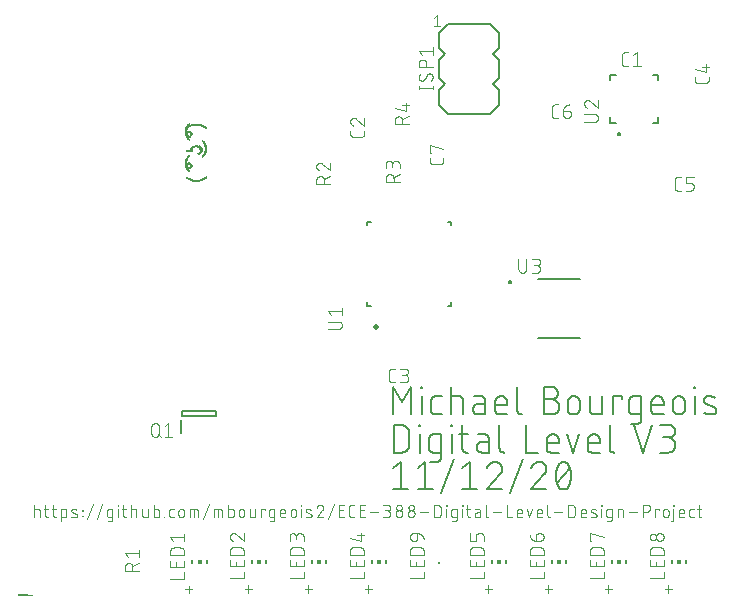
<source format=gbr>
G04 EAGLE Gerber RS-274X export*
G75*
%MOMM*%
%FSLAX34Y34*%
%LPD*%
%INSilkscreen Top*%
%IPPOS*%
%AMOC8*
5,1,8,0,0,1.08239X$1,22.5*%
G01*
%ADD10C,0.203200*%
%ADD11C,0.101600*%
%ADD12C,0.000000*%
%ADD13R,0.012700X0.241300*%
%ADD14R,0.012700X0.114300*%
%ADD15R,0.012700X0.431800*%
%ADD16R,0.012700X0.558800*%
%ADD17R,0.012700X0.127000*%
%ADD18R,0.012700X0.647700*%
%ADD19R,0.012700X0.152400*%
%ADD20R,0.012700X0.723900*%
%ADD21R,0.012700X0.165100*%
%ADD22R,0.012700X0.787400*%
%ADD23R,0.012700X0.850900*%
%ADD24R,0.012700X0.139700*%
%ADD25R,0.012700X0.901700*%
%ADD26R,0.012700X0.939800*%
%ADD27R,0.012700X0.990600*%
%ADD28R,0.012700X1.028700*%
%ADD29R,0.012700X0.342900*%
%ADD30R,0.012700X0.393700*%
%ADD31R,0.012700X0.279400*%
%ADD32R,0.012700X0.330200*%
%ADD33R,0.012700X0.228600*%
%ADD34R,0.012700X0.292100*%
%ADD35R,0.012700X0.177800*%
%ADD36R,0.012700X0.215900*%
%ADD37R,0.012700X0.254000*%
%ADD38R,0.012700X0.190500*%
%ADD39R,0.012700X0.203200*%
%ADD40R,0.012700X0.101600*%
%ADD41R,0.012700X0.266700*%
%ADD42R,0.012700X0.444500*%
%ADD43R,0.012700X0.482600*%
%ADD44R,0.012700X0.520700*%
%ADD45R,0.012700X0.546100*%
%ADD46R,0.012700X0.571500*%
%ADD47R,0.012700X0.596900*%
%ADD48R,0.012700X0.622300*%
%ADD49R,0.012700X0.673100*%
%ADD50R,0.012700X0.304800*%
%ADD51R,0.012700X0.025400*%
%ADD52R,0.012700X0.419100*%
%ADD53R,0.012700X0.012700*%
%ADD54R,0.012700X0.406400*%
%ADD55R,0.012700X0.317500*%
%ADD56R,0.012700X0.381000*%
%ADD57R,0.012700X0.368300*%
%ADD58R,0.012700X0.355600*%
%ADD59R,0.012700X0.609600*%
%ADD60R,0.012700X0.584200*%
%ADD61R,0.012700X0.533400*%
%ADD62R,0.012700X0.495300*%
%ADD63R,0.012700X0.508000*%
%ADD64R,0.012700X1.003300*%
%ADD65R,0.012700X0.965200*%
%ADD66R,0.012700X0.927100*%
%ADD67R,0.012700X0.876300*%
%ADD68R,0.012700X0.825500*%
%ADD69R,0.012700X0.762000*%
%ADD70R,0.012700X0.698500*%
%ADD71C,0.508000*%
%ADD72C,0.152400*%
%ADD73C,0.127000*%
%ADD74C,0.200000*%
%ADD75C,0.076200*%
%ADD76R,0.150000X0.300000*%
%ADD77R,0.300000X0.300000*%
%ADD78R,0.200000X0.200000*%


D10*
X317652Y154686D02*
X317652Y178054D01*
X325442Y165072D01*
X333231Y178054D01*
X333231Y154686D01*
X342145Y154686D02*
X342145Y170265D01*
X341496Y176756D02*
X341496Y178054D01*
X342794Y178054D01*
X342794Y176756D01*
X341496Y176756D01*
X354084Y154686D02*
X359277Y154686D01*
X354084Y154686D02*
X353962Y154688D01*
X353839Y154694D01*
X353717Y154703D01*
X353596Y154717D01*
X353475Y154734D01*
X353354Y154755D01*
X353234Y154780D01*
X353115Y154808D01*
X352997Y154841D01*
X352880Y154877D01*
X352765Y154916D01*
X352650Y154960D01*
X352537Y155006D01*
X352426Y155057D01*
X352316Y155111D01*
X352208Y155168D01*
X352101Y155228D01*
X351997Y155292D01*
X351895Y155360D01*
X351795Y155430D01*
X351697Y155503D01*
X351601Y155580D01*
X351508Y155659D01*
X351418Y155742D01*
X351330Y155827D01*
X351245Y155915D01*
X351162Y156005D01*
X351083Y156098D01*
X351006Y156194D01*
X350933Y156292D01*
X350863Y156392D01*
X350795Y156494D01*
X350731Y156598D01*
X350671Y156705D01*
X350614Y156813D01*
X350560Y156923D01*
X350509Y157034D01*
X350463Y157147D01*
X350419Y157262D01*
X350380Y157377D01*
X350344Y157494D01*
X350311Y157612D01*
X350283Y157731D01*
X350258Y157851D01*
X350237Y157972D01*
X350220Y158093D01*
X350206Y158214D01*
X350197Y158336D01*
X350191Y158459D01*
X350189Y158581D01*
X350189Y166370D01*
X350191Y166492D01*
X350197Y166615D01*
X350206Y166737D01*
X350220Y166858D01*
X350237Y166979D01*
X350258Y167100D01*
X350283Y167220D01*
X350311Y167339D01*
X350344Y167457D01*
X350380Y167574D01*
X350419Y167689D01*
X350463Y167804D01*
X350509Y167917D01*
X350560Y168028D01*
X350614Y168138D01*
X350671Y168246D01*
X350731Y168353D01*
X350795Y168457D01*
X350863Y168559D01*
X350933Y168659D01*
X351006Y168757D01*
X351083Y168853D01*
X351162Y168946D01*
X351245Y169036D01*
X351330Y169124D01*
X351418Y169209D01*
X351508Y169292D01*
X351601Y169371D01*
X351697Y169448D01*
X351795Y169521D01*
X351895Y169591D01*
X351997Y169659D01*
X352101Y169723D01*
X352208Y169783D01*
X352316Y169840D01*
X352426Y169894D01*
X352537Y169945D01*
X352650Y169991D01*
X352765Y170035D01*
X352880Y170074D01*
X352997Y170110D01*
X353115Y170143D01*
X353234Y170171D01*
X353354Y170196D01*
X353475Y170217D01*
X353596Y170234D01*
X353717Y170248D01*
X353839Y170257D01*
X353962Y170263D01*
X354084Y170265D01*
X359277Y170265D01*
X366878Y178054D02*
X366878Y154686D01*
X366878Y170265D02*
X373369Y170265D01*
X373491Y170263D01*
X373614Y170257D01*
X373736Y170248D01*
X373857Y170234D01*
X373978Y170217D01*
X374099Y170196D01*
X374219Y170171D01*
X374338Y170143D01*
X374456Y170110D01*
X374573Y170074D01*
X374688Y170035D01*
X374803Y169991D01*
X374916Y169945D01*
X375027Y169894D01*
X375137Y169840D01*
X375245Y169783D01*
X375352Y169723D01*
X375456Y169659D01*
X375558Y169591D01*
X375658Y169521D01*
X375756Y169448D01*
X375852Y169371D01*
X375945Y169292D01*
X376035Y169209D01*
X376123Y169124D01*
X376208Y169036D01*
X376291Y168946D01*
X376370Y168853D01*
X376447Y168757D01*
X376520Y168659D01*
X376590Y168559D01*
X376658Y168457D01*
X376722Y168353D01*
X376782Y168246D01*
X376839Y168138D01*
X376893Y168028D01*
X376944Y167917D01*
X376990Y167804D01*
X377034Y167689D01*
X377073Y167574D01*
X377109Y167457D01*
X377142Y167339D01*
X377170Y167220D01*
X377195Y167100D01*
X377216Y166979D01*
X377233Y166858D01*
X377247Y166737D01*
X377256Y166615D01*
X377262Y166492D01*
X377264Y166370D01*
X377264Y154686D01*
X390162Y163773D02*
X396004Y163773D01*
X390162Y163774D02*
X390029Y163772D01*
X389895Y163766D01*
X389762Y163756D01*
X389630Y163743D01*
X389497Y163725D01*
X389366Y163704D01*
X389235Y163678D01*
X389104Y163649D01*
X388975Y163616D01*
X388847Y163580D01*
X388720Y163539D01*
X388594Y163495D01*
X388469Y163447D01*
X388346Y163395D01*
X388225Y163340D01*
X388105Y163282D01*
X387987Y163220D01*
X387871Y163154D01*
X387757Y163085D01*
X387644Y163013D01*
X387534Y162937D01*
X387427Y162859D01*
X387321Y162777D01*
X387219Y162692D01*
X387118Y162604D01*
X387020Y162513D01*
X386925Y162419D01*
X386833Y162323D01*
X386744Y162224D01*
X386657Y162122D01*
X386574Y162018D01*
X386494Y161912D01*
X386417Y161803D01*
X386343Y161692D01*
X386272Y161579D01*
X386205Y161463D01*
X386141Y161346D01*
X386080Y161227D01*
X386024Y161107D01*
X385970Y160984D01*
X385921Y160860D01*
X385875Y160735D01*
X385832Y160609D01*
X385794Y160481D01*
X385759Y160352D01*
X385728Y160223D01*
X385700Y160092D01*
X385677Y159961D01*
X385658Y159829D01*
X385642Y159696D01*
X385630Y159563D01*
X385622Y159430D01*
X385618Y159297D01*
X385618Y159163D01*
X385622Y159030D01*
X385630Y158897D01*
X385642Y158764D01*
X385658Y158631D01*
X385677Y158499D01*
X385700Y158368D01*
X385728Y158237D01*
X385759Y158108D01*
X385794Y157979D01*
X385832Y157851D01*
X385875Y157725D01*
X385921Y157600D01*
X385970Y157476D01*
X386024Y157353D01*
X386080Y157233D01*
X386141Y157114D01*
X386205Y156997D01*
X386272Y156881D01*
X386343Y156768D01*
X386417Y156657D01*
X386494Y156548D01*
X386574Y156442D01*
X386657Y156338D01*
X386744Y156236D01*
X386833Y156137D01*
X386925Y156041D01*
X387020Y155947D01*
X387118Y155856D01*
X387219Y155768D01*
X387321Y155683D01*
X387427Y155601D01*
X387534Y155523D01*
X387644Y155447D01*
X387757Y155375D01*
X387871Y155306D01*
X387987Y155240D01*
X388105Y155178D01*
X388225Y155120D01*
X388346Y155065D01*
X388469Y155013D01*
X388594Y154965D01*
X388720Y154921D01*
X388847Y154880D01*
X388975Y154844D01*
X389104Y154811D01*
X389235Y154782D01*
X389366Y154756D01*
X389497Y154735D01*
X389630Y154717D01*
X389762Y154704D01*
X389895Y154694D01*
X390029Y154688D01*
X390162Y154686D01*
X396004Y154686D01*
X396004Y166370D01*
X396002Y166492D01*
X395996Y166615D01*
X395987Y166737D01*
X395973Y166858D01*
X395956Y166979D01*
X395935Y167100D01*
X395910Y167220D01*
X395882Y167339D01*
X395849Y167457D01*
X395813Y167574D01*
X395774Y167689D01*
X395730Y167804D01*
X395684Y167917D01*
X395633Y168028D01*
X395579Y168138D01*
X395522Y168246D01*
X395462Y168353D01*
X395398Y168457D01*
X395330Y168559D01*
X395260Y168659D01*
X395187Y168757D01*
X395110Y168853D01*
X395031Y168946D01*
X394948Y169036D01*
X394863Y169124D01*
X394775Y169209D01*
X394685Y169292D01*
X394592Y169371D01*
X394496Y169448D01*
X394398Y169521D01*
X394298Y169591D01*
X394196Y169659D01*
X394092Y169723D01*
X393985Y169783D01*
X393877Y169840D01*
X393767Y169894D01*
X393656Y169945D01*
X393543Y169991D01*
X393428Y170035D01*
X393313Y170074D01*
X393196Y170110D01*
X393078Y170143D01*
X392959Y170171D01*
X392839Y170196D01*
X392718Y170217D01*
X392597Y170234D01*
X392476Y170248D01*
X392354Y170257D01*
X392231Y170263D01*
X392109Y170265D01*
X386916Y170265D01*
X408354Y154686D02*
X414845Y154686D01*
X408354Y154686D02*
X408232Y154688D01*
X408109Y154694D01*
X407987Y154703D01*
X407866Y154717D01*
X407745Y154734D01*
X407624Y154755D01*
X407504Y154780D01*
X407385Y154808D01*
X407267Y154841D01*
X407150Y154877D01*
X407035Y154916D01*
X406920Y154960D01*
X406807Y155006D01*
X406696Y155057D01*
X406586Y155111D01*
X406478Y155168D01*
X406371Y155228D01*
X406267Y155292D01*
X406165Y155360D01*
X406065Y155430D01*
X405967Y155503D01*
X405871Y155580D01*
X405778Y155659D01*
X405688Y155742D01*
X405600Y155827D01*
X405515Y155915D01*
X405432Y156005D01*
X405353Y156098D01*
X405276Y156194D01*
X405203Y156292D01*
X405133Y156392D01*
X405065Y156494D01*
X405001Y156598D01*
X404941Y156705D01*
X404884Y156813D01*
X404830Y156923D01*
X404779Y157034D01*
X404733Y157147D01*
X404689Y157262D01*
X404650Y157377D01*
X404614Y157494D01*
X404581Y157612D01*
X404553Y157731D01*
X404528Y157851D01*
X404507Y157972D01*
X404490Y158093D01*
X404476Y158214D01*
X404467Y158336D01*
X404461Y158459D01*
X404459Y158581D01*
X404460Y158581D02*
X404460Y165072D01*
X404462Y165215D01*
X404468Y165358D01*
X404478Y165501D01*
X404492Y165643D01*
X404509Y165785D01*
X404531Y165927D01*
X404556Y166068D01*
X404586Y166208D01*
X404619Y166347D01*
X404656Y166485D01*
X404697Y166622D01*
X404741Y166758D01*
X404790Y166893D01*
X404842Y167026D01*
X404897Y167158D01*
X404957Y167288D01*
X405020Y167417D01*
X405086Y167544D01*
X405156Y167669D01*
X405229Y167791D01*
X405306Y167912D01*
X405386Y168031D01*
X405469Y168147D01*
X405555Y168262D01*
X405644Y168373D01*
X405737Y168483D01*
X405832Y168589D01*
X405931Y168693D01*
X406032Y168794D01*
X406136Y168893D01*
X406242Y168988D01*
X406352Y169081D01*
X406463Y169170D01*
X406578Y169256D01*
X406694Y169339D01*
X406813Y169419D01*
X406934Y169496D01*
X407057Y169569D01*
X407181Y169639D01*
X407308Y169705D01*
X407437Y169768D01*
X407567Y169828D01*
X407699Y169883D01*
X407832Y169935D01*
X407967Y169984D01*
X408103Y170028D01*
X408240Y170069D01*
X408378Y170106D01*
X408517Y170139D01*
X408657Y170169D01*
X408798Y170194D01*
X408940Y170216D01*
X409082Y170233D01*
X409224Y170247D01*
X409367Y170257D01*
X409510Y170263D01*
X409653Y170265D01*
X409796Y170263D01*
X409939Y170257D01*
X410082Y170247D01*
X410224Y170233D01*
X410366Y170216D01*
X410508Y170194D01*
X410649Y170169D01*
X410789Y170139D01*
X410928Y170106D01*
X411066Y170069D01*
X411203Y170028D01*
X411339Y169984D01*
X411474Y169935D01*
X411607Y169883D01*
X411739Y169828D01*
X411869Y169768D01*
X411998Y169705D01*
X412125Y169639D01*
X412250Y169569D01*
X412372Y169496D01*
X412493Y169419D01*
X412612Y169339D01*
X412728Y169256D01*
X412843Y169170D01*
X412954Y169081D01*
X413064Y168988D01*
X413170Y168893D01*
X413274Y168794D01*
X413375Y168693D01*
X413474Y168589D01*
X413569Y168483D01*
X413662Y168373D01*
X413751Y168262D01*
X413837Y168147D01*
X413920Y168031D01*
X414000Y167912D01*
X414077Y167791D01*
X414150Y167669D01*
X414220Y167544D01*
X414286Y167417D01*
X414349Y167288D01*
X414409Y167158D01*
X414464Y167026D01*
X414516Y166893D01*
X414565Y166758D01*
X414609Y166622D01*
X414650Y166485D01*
X414687Y166347D01*
X414720Y166208D01*
X414750Y166068D01*
X414775Y165927D01*
X414797Y165785D01*
X414814Y165643D01*
X414828Y165501D01*
X414838Y165358D01*
X414844Y165215D01*
X414846Y165072D01*
X414845Y165072D02*
X414845Y162475D01*
X404460Y162475D01*
X423061Y158581D02*
X423061Y178054D01*
X423060Y158581D02*
X423062Y158459D01*
X423068Y158336D01*
X423077Y158214D01*
X423091Y158093D01*
X423108Y157972D01*
X423129Y157851D01*
X423154Y157731D01*
X423182Y157612D01*
X423215Y157494D01*
X423251Y157377D01*
X423290Y157262D01*
X423334Y157147D01*
X423380Y157034D01*
X423431Y156923D01*
X423485Y156813D01*
X423542Y156705D01*
X423602Y156598D01*
X423666Y156494D01*
X423734Y156392D01*
X423804Y156292D01*
X423877Y156194D01*
X423954Y156098D01*
X424033Y156005D01*
X424116Y155915D01*
X424201Y155827D01*
X424289Y155742D01*
X424379Y155659D01*
X424472Y155580D01*
X424568Y155503D01*
X424666Y155430D01*
X424766Y155360D01*
X424868Y155292D01*
X424972Y155228D01*
X425079Y155168D01*
X425187Y155111D01*
X425297Y155057D01*
X425408Y155006D01*
X425521Y154960D01*
X425636Y154916D01*
X425751Y154877D01*
X425868Y154841D01*
X425986Y154808D01*
X426105Y154780D01*
X426225Y154755D01*
X426346Y154734D01*
X426467Y154717D01*
X426588Y154703D01*
X426710Y154694D01*
X426833Y154688D01*
X426955Y154686D01*
X445762Y167668D02*
X452254Y167668D01*
X452413Y167666D01*
X452572Y167660D01*
X452732Y167650D01*
X452890Y167637D01*
X453049Y167619D01*
X453206Y167598D01*
X453364Y167572D01*
X453520Y167543D01*
X453676Y167510D01*
X453831Y167473D01*
X453985Y167433D01*
X454138Y167388D01*
X454290Y167340D01*
X454441Y167289D01*
X454590Y167233D01*
X454738Y167174D01*
X454884Y167111D01*
X455029Y167045D01*
X455172Y166975D01*
X455314Y166902D01*
X455453Y166825D01*
X455591Y166745D01*
X455727Y166661D01*
X455860Y166574D01*
X455992Y166484D01*
X456121Y166391D01*
X456247Y166294D01*
X456372Y166195D01*
X456494Y166092D01*
X456613Y165987D01*
X456730Y165878D01*
X456844Y165767D01*
X456955Y165653D01*
X457064Y165536D01*
X457169Y165417D01*
X457272Y165295D01*
X457371Y165170D01*
X457468Y165044D01*
X457561Y164915D01*
X457651Y164783D01*
X457738Y164650D01*
X457822Y164514D01*
X457902Y164376D01*
X457979Y164237D01*
X458052Y164095D01*
X458122Y163952D01*
X458188Y163807D01*
X458251Y163661D01*
X458310Y163513D01*
X458366Y163364D01*
X458417Y163213D01*
X458465Y163061D01*
X458510Y162908D01*
X458550Y162754D01*
X458587Y162599D01*
X458620Y162443D01*
X458649Y162287D01*
X458675Y162129D01*
X458696Y161972D01*
X458714Y161813D01*
X458727Y161655D01*
X458737Y161495D01*
X458743Y161336D01*
X458745Y161177D01*
X458743Y161018D01*
X458737Y160859D01*
X458727Y160699D01*
X458714Y160541D01*
X458696Y160382D01*
X458675Y160225D01*
X458649Y160067D01*
X458620Y159911D01*
X458587Y159755D01*
X458550Y159600D01*
X458510Y159446D01*
X458465Y159293D01*
X458417Y159141D01*
X458366Y158990D01*
X458310Y158841D01*
X458251Y158693D01*
X458188Y158547D01*
X458122Y158402D01*
X458052Y158259D01*
X457979Y158117D01*
X457902Y157978D01*
X457822Y157840D01*
X457738Y157704D01*
X457651Y157571D01*
X457561Y157439D01*
X457468Y157310D01*
X457371Y157184D01*
X457272Y157059D01*
X457169Y156937D01*
X457064Y156818D01*
X456955Y156701D01*
X456844Y156587D01*
X456730Y156476D01*
X456613Y156367D01*
X456494Y156262D01*
X456372Y156159D01*
X456247Y156060D01*
X456121Y155963D01*
X455992Y155870D01*
X455860Y155780D01*
X455727Y155693D01*
X455591Y155609D01*
X455453Y155529D01*
X455314Y155452D01*
X455172Y155379D01*
X455029Y155309D01*
X454884Y155243D01*
X454738Y155180D01*
X454590Y155121D01*
X454441Y155065D01*
X454290Y155014D01*
X454138Y154966D01*
X453985Y154921D01*
X453831Y154881D01*
X453676Y154844D01*
X453520Y154811D01*
X453364Y154782D01*
X453206Y154756D01*
X453049Y154735D01*
X452890Y154717D01*
X452732Y154704D01*
X452572Y154694D01*
X452413Y154688D01*
X452254Y154686D01*
X445762Y154686D01*
X445762Y178054D01*
X452254Y178054D01*
X452397Y178052D01*
X452540Y178046D01*
X452683Y178036D01*
X452825Y178022D01*
X452967Y178005D01*
X453109Y177983D01*
X453250Y177958D01*
X453390Y177928D01*
X453529Y177895D01*
X453667Y177858D01*
X453804Y177817D01*
X453940Y177773D01*
X454075Y177724D01*
X454208Y177672D01*
X454340Y177617D01*
X454470Y177557D01*
X454599Y177494D01*
X454726Y177428D01*
X454851Y177358D01*
X454973Y177285D01*
X455094Y177208D01*
X455213Y177128D01*
X455329Y177045D01*
X455444Y176959D01*
X455555Y176870D01*
X455665Y176777D01*
X455771Y176682D01*
X455875Y176583D01*
X455976Y176482D01*
X456075Y176378D01*
X456170Y176272D01*
X456263Y176162D01*
X456352Y176051D01*
X456438Y175936D01*
X456521Y175820D01*
X456601Y175701D01*
X456678Y175580D01*
X456751Y175457D01*
X456821Y175333D01*
X456887Y175206D01*
X456950Y175077D01*
X457010Y174947D01*
X457065Y174815D01*
X457117Y174682D01*
X457166Y174547D01*
X457210Y174411D01*
X457251Y174274D01*
X457288Y174136D01*
X457321Y173997D01*
X457351Y173857D01*
X457376Y173716D01*
X457398Y173574D01*
X457415Y173432D01*
X457429Y173290D01*
X457439Y173147D01*
X457445Y173004D01*
X457447Y172861D01*
X457445Y172718D01*
X457439Y172575D01*
X457429Y172432D01*
X457415Y172290D01*
X457398Y172148D01*
X457376Y172006D01*
X457351Y171865D01*
X457321Y171725D01*
X457288Y171586D01*
X457251Y171448D01*
X457210Y171311D01*
X457166Y171175D01*
X457117Y171040D01*
X457065Y170907D01*
X457010Y170775D01*
X456950Y170645D01*
X456887Y170516D01*
X456821Y170389D01*
X456751Y170264D01*
X456678Y170142D01*
X456601Y170021D01*
X456521Y169902D01*
X456438Y169786D01*
X456352Y169671D01*
X456263Y169560D01*
X456170Y169450D01*
X456075Y169344D01*
X455976Y169240D01*
X455875Y169139D01*
X455771Y169040D01*
X455665Y168945D01*
X455555Y168852D01*
X455444Y168763D01*
X455329Y168677D01*
X455213Y168594D01*
X455094Y168514D01*
X454973Y168437D01*
X454851Y168364D01*
X454726Y168294D01*
X454599Y168228D01*
X454470Y168165D01*
X454340Y168105D01*
X454208Y168050D01*
X454075Y167998D01*
X453940Y167949D01*
X453804Y167905D01*
X453667Y167864D01*
X453529Y167827D01*
X453390Y167794D01*
X453250Y167764D01*
X453109Y167739D01*
X452967Y167717D01*
X452825Y167700D01*
X452683Y167686D01*
X452540Y167676D01*
X452397Y167670D01*
X452254Y167668D01*
X465704Y165072D02*
X465704Y159879D01*
X465704Y165072D02*
X465706Y165215D01*
X465712Y165358D01*
X465722Y165501D01*
X465736Y165643D01*
X465753Y165785D01*
X465775Y165927D01*
X465800Y166068D01*
X465830Y166208D01*
X465863Y166347D01*
X465900Y166485D01*
X465941Y166622D01*
X465985Y166758D01*
X466034Y166893D01*
X466086Y167026D01*
X466141Y167158D01*
X466201Y167288D01*
X466264Y167417D01*
X466330Y167544D01*
X466400Y167669D01*
X466473Y167791D01*
X466550Y167912D01*
X466630Y168031D01*
X466713Y168147D01*
X466799Y168262D01*
X466888Y168373D01*
X466981Y168483D01*
X467076Y168589D01*
X467175Y168693D01*
X467276Y168794D01*
X467380Y168893D01*
X467486Y168988D01*
X467596Y169081D01*
X467707Y169170D01*
X467822Y169256D01*
X467938Y169339D01*
X468057Y169419D01*
X468178Y169496D01*
X468301Y169569D01*
X468425Y169639D01*
X468552Y169705D01*
X468681Y169768D01*
X468811Y169828D01*
X468943Y169883D01*
X469076Y169935D01*
X469211Y169984D01*
X469347Y170028D01*
X469484Y170069D01*
X469622Y170106D01*
X469761Y170139D01*
X469901Y170169D01*
X470042Y170194D01*
X470184Y170216D01*
X470326Y170233D01*
X470468Y170247D01*
X470611Y170257D01*
X470754Y170263D01*
X470897Y170265D01*
X471040Y170263D01*
X471183Y170257D01*
X471326Y170247D01*
X471468Y170233D01*
X471610Y170216D01*
X471752Y170194D01*
X471893Y170169D01*
X472033Y170139D01*
X472172Y170106D01*
X472310Y170069D01*
X472447Y170028D01*
X472583Y169984D01*
X472718Y169935D01*
X472851Y169883D01*
X472983Y169828D01*
X473113Y169768D01*
X473242Y169705D01*
X473369Y169639D01*
X473494Y169569D01*
X473616Y169496D01*
X473737Y169419D01*
X473856Y169339D01*
X473972Y169256D01*
X474087Y169170D01*
X474198Y169081D01*
X474308Y168988D01*
X474414Y168893D01*
X474518Y168794D01*
X474619Y168693D01*
X474718Y168589D01*
X474813Y168483D01*
X474906Y168373D01*
X474995Y168262D01*
X475081Y168147D01*
X475164Y168031D01*
X475244Y167912D01*
X475321Y167791D01*
X475394Y167669D01*
X475464Y167544D01*
X475530Y167417D01*
X475593Y167288D01*
X475653Y167158D01*
X475708Y167026D01*
X475760Y166893D01*
X475809Y166758D01*
X475853Y166622D01*
X475894Y166485D01*
X475931Y166347D01*
X475964Y166208D01*
X475994Y166068D01*
X476019Y165927D01*
X476041Y165785D01*
X476058Y165643D01*
X476072Y165501D01*
X476082Y165358D01*
X476088Y165215D01*
X476090Y165072D01*
X476090Y159879D01*
X476088Y159736D01*
X476082Y159593D01*
X476072Y159450D01*
X476058Y159308D01*
X476041Y159166D01*
X476019Y159024D01*
X475994Y158883D01*
X475964Y158743D01*
X475931Y158604D01*
X475894Y158466D01*
X475853Y158329D01*
X475809Y158193D01*
X475760Y158058D01*
X475708Y157925D01*
X475653Y157793D01*
X475593Y157663D01*
X475530Y157534D01*
X475464Y157407D01*
X475394Y157282D01*
X475321Y157160D01*
X475244Y157039D01*
X475164Y156920D01*
X475081Y156804D01*
X474995Y156689D01*
X474906Y156578D01*
X474813Y156468D01*
X474718Y156362D01*
X474619Y156258D01*
X474518Y156157D01*
X474414Y156058D01*
X474308Y155963D01*
X474198Y155870D01*
X474087Y155781D01*
X473972Y155695D01*
X473856Y155612D01*
X473737Y155532D01*
X473616Y155455D01*
X473493Y155382D01*
X473369Y155312D01*
X473242Y155246D01*
X473113Y155183D01*
X472983Y155123D01*
X472851Y155068D01*
X472718Y155016D01*
X472583Y154967D01*
X472447Y154923D01*
X472310Y154882D01*
X472172Y154845D01*
X472033Y154812D01*
X471893Y154782D01*
X471752Y154757D01*
X471610Y154735D01*
X471468Y154718D01*
X471326Y154704D01*
X471183Y154694D01*
X471040Y154688D01*
X470897Y154686D01*
X470754Y154688D01*
X470611Y154694D01*
X470468Y154704D01*
X470326Y154718D01*
X470184Y154735D01*
X470042Y154757D01*
X469901Y154782D01*
X469761Y154812D01*
X469622Y154845D01*
X469484Y154882D01*
X469347Y154923D01*
X469211Y154967D01*
X469076Y155016D01*
X468943Y155068D01*
X468811Y155123D01*
X468681Y155183D01*
X468552Y155246D01*
X468425Y155312D01*
X468300Y155382D01*
X468178Y155455D01*
X468057Y155532D01*
X467938Y155612D01*
X467822Y155695D01*
X467707Y155781D01*
X467596Y155870D01*
X467486Y155963D01*
X467380Y156058D01*
X467276Y156157D01*
X467175Y156258D01*
X467076Y156362D01*
X466981Y156468D01*
X466888Y156578D01*
X466799Y156689D01*
X466713Y156804D01*
X466630Y156920D01*
X466550Y157039D01*
X466473Y157160D01*
X466400Y157283D01*
X466330Y157407D01*
X466264Y157534D01*
X466201Y157663D01*
X466141Y157793D01*
X466086Y157925D01*
X466034Y158058D01*
X465985Y158193D01*
X465941Y158329D01*
X465900Y158466D01*
X465863Y158604D01*
X465830Y158743D01*
X465800Y158883D01*
X465775Y159024D01*
X465753Y159166D01*
X465736Y159308D01*
X465722Y159450D01*
X465712Y159593D01*
X465706Y159736D01*
X465704Y159879D01*
X484495Y158581D02*
X484495Y170265D01*
X484495Y158581D02*
X484497Y158459D01*
X484503Y158336D01*
X484512Y158214D01*
X484526Y158093D01*
X484543Y157972D01*
X484564Y157851D01*
X484589Y157731D01*
X484617Y157612D01*
X484650Y157494D01*
X484686Y157377D01*
X484725Y157262D01*
X484769Y157147D01*
X484815Y157034D01*
X484866Y156923D01*
X484920Y156813D01*
X484977Y156705D01*
X485037Y156598D01*
X485101Y156494D01*
X485169Y156392D01*
X485239Y156292D01*
X485312Y156194D01*
X485389Y156098D01*
X485468Y156005D01*
X485551Y155915D01*
X485636Y155827D01*
X485724Y155742D01*
X485814Y155659D01*
X485907Y155580D01*
X486003Y155503D01*
X486101Y155430D01*
X486201Y155360D01*
X486303Y155292D01*
X486407Y155228D01*
X486514Y155168D01*
X486622Y155111D01*
X486732Y155057D01*
X486843Y155006D01*
X486956Y154960D01*
X487071Y154916D01*
X487186Y154877D01*
X487303Y154841D01*
X487421Y154808D01*
X487540Y154780D01*
X487660Y154755D01*
X487781Y154734D01*
X487902Y154717D01*
X488023Y154703D01*
X488145Y154694D01*
X488268Y154688D01*
X488390Y154686D01*
X494881Y154686D01*
X494881Y170265D01*
X504046Y170265D02*
X504046Y154686D01*
X504046Y170265D02*
X511835Y170265D01*
X511835Y167668D01*
X521745Y154686D02*
X528236Y154686D01*
X521745Y154686D02*
X521623Y154688D01*
X521500Y154694D01*
X521378Y154703D01*
X521257Y154717D01*
X521136Y154734D01*
X521015Y154755D01*
X520895Y154780D01*
X520776Y154808D01*
X520658Y154841D01*
X520541Y154877D01*
X520426Y154916D01*
X520311Y154960D01*
X520198Y155006D01*
X520087Y155057D01*
X519977Y155111D01*
X519869Y155168D01*
X519762Y155228D01*
X519658Y155292D01*
X519556Y155360D01*
X519456Y155430D01*
X519358Y155503D01*
X519262Y155580D01*
X519169Y155659D01*
X519079Y155742D01*
X518991Y155827D01*
X518906Y155915D01*
X518823Y156005D01*
X518744Y156098D01*
X518667Y156194D01*
X518594Y156292D01*
X518524Y156392D01*
X518456Y156494D01*
X518392Y156598D01*
X518332Y156705D01*
X518275Y156813D01*
X518221Y156923D01*
X518170Y157034D01*
X518124Y157147D01*
X518080Y157262D01*
X518041Y157377D01*
X518005Y157494D01*
X517972Y157612D01*
X517944Y157731D01*
X517919Y157851D01*
X517898Y157972D01*
X517881Y158093D01*
X517867Y158214D01*
X517858Y158336D01*
X517852Y158459D01*
X517850Y158581D01*
X517850Y166370D01*
X517852Y166492D01*
X517858Y166615D01*
X517867Y166737D01*
X517881Y166858D01*
X517898Y166979D01*
X517919Y167100D01*
X517944Y167220D01*
X517972Y167339D01*
X518005Y167457D01*
X518041Y167574D01*
X518080Y167689D01*
X518124Y167804D01*
X518170Y167917D01*
X518221Y168028D01*
X518275Y168138D01*
X518332Y168246D01*
X518392Y168353D01*
X518456Y168457D01*
X518524Y168559D01*
X518594Y168659D01*
X518667Y168757D01*
X518744Y168853D01*
X518823Y168946D01*
X518906Y169036D01*
X518991Y169124D01*
X519079Y169209D01*
X519169Y169292D01*
X519262Y169371D01*
X519358Y169448D01*
X519456Y169521D01*
X519556Y169591D01*
X519658Y169659D01*
X519762Y169723D01*
X519869Y169783D01*
X519977Y169840D01*
X520087Y169894D01*
X520198Y169945D01*
X520311Y169991D01*
X520426Y170035D01*
X520541Y170074D01*
X520658Y170110D01*
X520776Y170143D01*
X520895Y170171D01*
X521015Y170196D01*
X521136Y170217D01*
X521257Y170234D01*
X521378Y170248D01*
X521500Y170257D01*
X521623Y170263D01*
X521745Y170265D01*
X528236Y170265D01*
X528236Y150791D01*
X528234Y150669D01*
X528228Y150546D01*
X528219Y150424D01*
X528205Y150303D01*
X528188Y150182D01*
X528167Y150061D01*
X528142Y149941D01*
X528114Y149822D01*
X528081Y149704D01*
X528045Y149587D01*
X528006Y149472D01*
X527962Y149357D01*
X527916Y149244D01*
X527865Y149133D01*
X527811Y149023D01*
X527754Y148915D01*
X527694Y148808D01*
X527630Y148704D01*
X527562Y148602D01*
X527492Y148502D01*
X527419Y148404D01*
X527342Y148308D01*
X527263Y148215D01*
X527180Y148125D01*
X527095Y148037D01*
X527007Y147952D01*
X526917Y147869D01*
X526824Y147790D01*
X526728Y147713D01*
X526630Y147640D01*
X526530Y147570D01*
X526428Y147502D01*
X526324Y147438D01*
X526217Y147378D01*
X526109Y147321D01*
X525999Y147267D01*
X525888Y147216D01*
X525775Y147170D01*
X525660Y147126D01*
X525545Y147087D01*
X525428Y147051D01*
X525310Y147018D01*
X525191Y146990D01*
X525071Y146965D01*
X524950Y146944D01*
X524829Y146927D01*
X524708Y146913D01*
X524586Y146904D01*
X524463Y146898D01*
X524341Y146896D01*
X524341Y146897D02*
X519148Y146897D01*
X540586Y154686D02*
X547078Y154686D01*
X540586Y154686D02*
X540464Y154688D01*
X540341Y154694D01*
X540219Y154703D01*
X540098Y154717D01*
X539977Y154734D01*
X539856Y154755D01*
X539736Y154780D01*
X539617Y154808D01*
X539499Y154841D01*
X539382Y154877D01*
X539267Y154916D01*
X539152Y154960D01*
X539039Y155006D01*
X538928Y155057D01*
X538818Y155111D01*
X538710Y155168D01*
X538603Y155228D01*
X538499Y155292D01*
X538397Y155360D01*
X538297Y155430D01*
X538199Y155503D01*
X538103Y155580D01*
X538010Y155659D01*
X537920Y155742D01*
X537832Y155827D01*
X537747Y155915D01*
X537664Y156005D01*
X537585Y156098D01*
X537508Y156194D01*
X537435Y156292D01*
X537365Y156392D01*
X537297Y156494D01*
X537233Y156598D01*
X537173Y156705D01*
X537116Y156813D01*
X537062Y156923D01*
X537011Y157034D01*
X536965Y157147D01*
X536921Y157262D01*
X536882Y157377D01*
X536846Y157494D01*
X536813Y157612D01*
X536785Y157731D01*
X536760Y157851D01*
X536739Y157972D01*
X536722Y158093D01*
X536708Y158214D01*
X536699Y158336D01*
X536693Y158459D01*
X536691Y158581D01*
X536692Y158581D02*
X536692Y165072D01*
X536694Y165215D01*
X536700Y165358D01*
X536710Y165501D01*
X536724Y165643D01*
X536741Y165785D01*
X536763Y165927D01*
X536788Y166068D01*
X536818Y166208D01*
X536851Y166347D01*
X536888Y166485D01*
X536929Y166622D01*
X536973Y166758D01*
X537022Y166893D01*
X537074Y167026D01*
X537129Y167158D01*
X537189Y167288D01*
X537252Y167417D01*
X537318Y167544D01*
X537388Y167669D01*
X537461Y167791D01*
X537538Y167912D01*
X537618Y168031D01*
X537701Y168147D01*
X537787Y168262D01*
X537876Y168373D01*
X537969Y168483D01*
X538064Y168589D01*
X538163Y168693D01*
X538264Y168794D01*
X538368Y168893D01*
X538474Y168988D01*
X538584Y169081D01*
X538695Y169170D01*
X538810Y169256D01*
X538926Y169339D01*
X539045Y169419D01*
X539166Y169496D01*
X539289Y169569D01*
X539413Y169639D01*
X539540Y169705D01*
X539669Y169768D01*
X539799Y169828D01*
X539931Y169883D01*
X540064Y169935D01*
X540199Y169984D01*
X540335Y170028D01*
X540472Y170069D01*
X540610Y170106D01*
X540749Y170139D01*
X540889Y170169D01*
X541030Y170194D01*
X541172Y170216D01*
X541314Y170233D01*
X541456Y170247D01*
X541599Y170257D01*
X541742Y170263D01*
X541885Y170265D01*
X542028Y170263D01*
X542171Y170257D01*
X542314Y170247D01*
X542456Y170233D01*
X542598Y170216D01*
X542740Y170194D01*
X542881Y170169D01*
X543021Y170139D01*
X543160Y170106D01*
X543298Y170069D01*
X543435Y170028D01*
X543571Y169984D01*
X543706Y169935D01*
X543839Y169883D01*
X543971Y169828D01*
X544101Y169768D01*
X544230Y169705D01*
X544357Y169639D01*
X544482Y169569D01*
X544604Y169496D01*
X544725Y169419D01*
X544844Y169339D01*
X544960Y169256D01*
X545075Y169170D01*
X545186Y169081D01*
X545296Y168988D01*
X545402Y168893D01*
X545506Y168794D01*
X545607Y168693D01*
X545706Y168589D01*
X545801Y168483D01*
X545894Y168373D01*
X545983Y168262D01*
X546069Y168147D01*
X546152Y168031D01*
X546232Y167912D01*
X546309Y167791D01*
X546382Y167669D01*
X546452Y167544D01*
X546518Y167417D01*
X546581Y167288D01*
X546641Y167158D01*
X546696Y167026D01*
X546748Y166893D01*
X546797Y166758D01*
X546841Y166622D01*
X546882Y166485D01*
X546919Y166347D01*
X546952Y166208D01*
X546982Y166068D01*
X547007Y165927D01*
X547029Y165785D01*
X547046Y165643D01*
X547060Y165501D01*
X547070Y165358D01*
X547076Y165215D01*
X547078Y165072D01*
X547078Y162475D01*
X536692Y162475D01*
X554787Y159879D02*
X554787Y165072D01*
X554789Y165215D01*
X554795Y165358D01*
X554805Y165501D01*
X554819Y165643D01*
X554836Y165785D01*
X554858Y165927D01*
X554883Y166068D01*
X554913Y166208D01*
X554946Y166347D01*
X554983Y166485D01*
X555024Y166622D01*
X555068Y166758D01*
X555117Y166893D01*
X555169Y167026D01*
X555224Y167158D01*
X555284Y167288D01*
X555347Y167417D01*
X555413Y167544D01*
X555483Y167669D01*
X555556Y167791D01*
X555633Y167912D01*
X555713Y168031D01*
X555796Y168147D01*
X555882Y168262D01*
X555971Y168373D01*
X556064Y168483D01*
X556159Y168589D01*
X556258Y168693D01*
X556359Y168794D01*
X556463Y168893D01*
X556569Y168988D01*
X556679Y169081D01*
X556790Y169170D01*
X556905Y169256D01*
X557021Y169339D01*
X557140Y169419D01*
X557261Y169496D01*
X557384Y169569D01*
X557508Y169639D01*
X557635Y169705D01*
X557764Y169768D01*
X557894Y169828D01*
X558026Y169883D01*
X558159Y169935D01*
X558294Y169984D01*
X558430Y170028D01*
X558567Y170069D01*
X558705Y170106D01*
X558844Y170139D01*
X558984Y170169D01*
X559125Y170194D01*
X559267Y170216D01*
X559409Y170233D01*
X559551Y170247D01*
X559694Y170257D01*
X559837Y170263D01*
X559980Y170265D01*
X560123Y170263D01*
X560266Y170257D01*
X560409Y170247D01*
X560551Y170233D01*
X560693Y170216D01*
X560835Y170194D01*
X560976Y170169D01*
X561116Y170139D01*
X561255Y170106D01*
X561393Y170069D01*
X561530Y170028D01*
X561666Y169984D01*
X561801Y169935D01*
X561934Y169883D01*
X562066Y169828D01*
X562196Y169768D01*
X562325Y169705D01*
X562452Y169639D01*
X562577Y169569D01*
X562699Y169496D01*
X562820Y169419D01*
X562939Y169339D01*
X563055Y169256D01*
X563170Y169170D01*
X563281Y169081D01*
X563391Y168988D01*
X563497Y168893D01*
X563601Y168794D01*
X563702Y168693D01*
X563801Y168589D01*
X563896Y168483D01*
X563989Y168373D01*
X564078Y168262D01*
X564164Y168147D01*
X564247Y168031D01*
X564327Y167912D01*
X564404Y167791D01*
X564477Y167669D01*
X564547Y167544D01*
X564613Y167417D01*
X564676Y167288D01*
X564736Y167158D01*
X564791Y167026D01*
X564843Y166893D01*
X564892Y166758D01*
X564936Y166622D01*
X564977Y166485D01*
X565014Y166347D01*
X565047Y166208D01*
X565077Y166068D01*
X565102Y165927D01*
X565124Y165785D01*
X565141Y165643D01*
X565155Y165501D01*
X565165Y165358D01*
X565171Y165215D01*
X565173Y165072D01*
X565172Y165072D02*
X565172Y159879D01*
X565173Y159879D02*
X565171Y159736D01*
X565165Y159593D01*
X565155Y159450D01*
X565141Y159308D01*
X565124Y159166D01*
X565102Y159024D01*
X565077Y158883D01*
X565047Y158743D01*
X565014Y158604D01*
X564977Y158466D01*
X564936Y158329D01*
X564892Y158193D01*
X564843Y158058D01*
X564791Y157925D01*
X564736Y157793D01*
X564676Y157663D01*
X564613Y157534D01*
X564547Y157407D01*
X564477Y157282D01*
X564404Y157160D01*
X564327Y157039D01*
X564247Y156920D01*
X564164Y156804D01*
X564078Y156689D01*
X563989Y156578D01*
X563896Y156468D01*
X563801Y156362D01*
X563702Y156258D01*
X563601Y156157D01*
X563497Y156058D01*
X563391Y155963D01*
X563281Y155870D01*
X563170Y155781D01*
X563055Y155695D01*
X562939Y155612D01*
X562820Y155532D01*
X562699Y155455D01*
X562576Y155382D01*
X562452Y155312D01*
X562325Y155246D01*
X562196Y155183D01*
X562066Y155123D01*
X561934Y155068D01*
X561801Y155016D01*
X561666Y154967D01*
X561530Y154923D01*
X561393Y154882D01*
X561255Y154845D01*
X561116Y154812D01*
X560976Y154782D01*
X560835Y154757D01*
X560693Y154735D01*
X560551Y154718D01*
X560409Y154704D01*
X560266Y154694D01*
X560123Y154688D01*
X559980Y154686D01*
X559837Y154688D01*
X559694Y154694D01*
X559551Y154704D01*
X559409Y154718D01*
X559267Y154735D01*
X559125Y154757D01*
X558984Y154782D01*
X558844Y154812D01*
X558705Y154845D01*
X558567Y154882D01*
X558430Y154923D01*
X558294Y154967D01*
X558159Y155016D01*
X558026Y155068D01*
X557894Y155123D01*
X557764Y155183D01*
X557635Y155246D01*
X557508Y155312D01*
X557384Y155382D01*
X557261Y155455D01*
X557140Y155532D01*
X557021Y155612D01*
X556905Y155695D01*
X556790Y155781D01*
X556679Y155870D01*
X556569Y155963D01*
X556463Y156058D01*
X556359Y156157D01*
X556258Y156258D01*
X556159Y156362D01*
X556064Y156468D01*
X555971Y156578D01*
X555882Y156689D01*
X555796Y156804D01*
X555713Y156920D01*
X555633Y157039D01*
X555556Y157160D01*
X555483Y157283D01*
X555413Y157407D01*
X555347Y157534D01*
X555284Y157663D01*
X555224Y157793D01*
X555169Y157925D01*
X555117Y158058D01*
X555068Y158193D01*
X555024Y158329D01*
X554983Y158466D01*
X554946Y158604D01*
X554913Y158743D01*
X554883Y158883D01*
X554858Y159024D01*
X554836Y159166D01*
X554819Y159308D01*
X554805Y159450D01*
X554795Y159593D01*
X554789Y159736D01*
X554787Y159879D01*
X573203Y154686D02*
X573203Y170265D01*
X572554Y176756D02*
X572554Y178054D01*
X573852Y178054D01*
X573852Y176756D01*
X572554Y176756D01*
X583180Y163773D02*
X589671Y161177D01*
X583181Y163774D02*
X583075Y163818D01*
X582970Y163867D01*
X582867Y163919D01*
X582766Y163974D01*
X582666Y164033D01*
X582569Y164095D01*
X582474Y164160D01*
X582382Y164229D01*
X582291Y164301D01*
X582204Y164375D01*
X582118Y164453D01*
X582036Y164534D01*
X581956Y164617D01*
X581880Y164703D01*
X581806Y164792D01*
X581735Y164883D01*
X581668Y164977D01*
X581604Y165073D01*
X581543Y165171D01*
X581485Y165270D01*
X581431Y165372D01*
X581381Y165476D01*
X581334Y165581D01*
X581290Y165688D01*
X581251Y165797D01*
X581215Y165906D01*
X581183Y166017D01*
X581154Y166129D01*
X581130Y166241D01*
X581109Y166355D01*
X581093Y166469D01*
X581080Y166584D01*
X581071Y166699D01*
X581066Y166814D01*
X581065Y166929D01*
X581068Y167044D01*
X581075Y167160D01*
X581086Y167274D01*
X581101Y167389D01*
X581120Y167502D01*
X581142Y167616D01*
X581169Y167728D01*
X581199Y167839D01*
X581233Y167949D01*
X581271Y168058D01*
X581312Y168166D01*
X581358Y168272D01*
X581407Y168376D01*
X581459Y168479D01*
X581515Y168580D01*
X581574Y168679D01*
X581637Y168776D01*
X581703Y168870D01*
X581772Y168963D01*
X581844Y169053D01*
X581919Y169140D01*
X581998Y169225D01*
X582079Y169307D01*
X582163Y169386D01*
X582249Y169462D01*
X582338Y169535D01*
X582430Y169605D01*
X582524Y169672D01*
X582620Y169736D01*
X582718Y169796D01*
X582818Y169853D01*
X582920Y169907D01*
X583024Y169957D01*
X583130Y170003D01*
X583237Y170046D01*
X583346Y170085D01*
X583455Y170120D01*
X583566Y170152D01*
X583678Y170180D01*
X583791Y170204D01*
X583905Y170224D01*
X584019Y170240D01*
X584133Y170252D01*
X584248Y170260D01*
X584364Y170264D01*
X584479Y170265D01*
X584478Y170264D02*
X584833Y170255D01*
X585187Y170237D01*
X585540Y170211D01*
X585893Y170176D01*
X586245Y170133D01*
X586596Y170081D01*
X586945Y170021D01*
X587293Y169952D01*
X587639Y169875D01*
X587983Y169790D01*
X588325Y169697D01*
X588664Y169595D01*
X589001Y169485D01*
X589336Y169368D01*
X589667Y169242D01*
X589995Y169108D01*
X590320Y168966D01*
X589671Y161177D02*
X589777Y161133D01*
X589882Y161084D01*
X589985Y161032D01*
X590086Y160977D01*
X590186Y160918D01*
X590283Y160856D01*
X590378Y160791D01*
X590470Y160722D01*
X590561Y160650D01*
X590648Y160576D01*
X590734Y160498D01*
X590816Y160417D01*
X590896Y160334D01*
X590972Y160248D01*
X591046Y160159D01*
X591117Y160068D01*
X591184Y159974D01*
X591248Y159878D01*
X591309Y159780D01*
X591367Y159681D01*
X591421Y159579D01*
X591471Y159475D01*
X591518Y159370D01*
X591562Y159263D01*
X591601Y159154D01*
X591637Y159045D01*
X591669Y158934D01*
X591698Y158822D01*
X591722Y158710D01*
X591743Y158596D01*
X591759Y158482D01*
X591772Y158367D01*
X591781Y158252D01*
X591786Y158137D01*
X591787Y158022D01*
X591784Y157907D01*
X591777Y157791D01*
X591766Y157677D01*
X591751Y157562D01*
X591732Y157449D01*
X591710Y157335D01*
X591683Y157223D01*
X591653Y157112D01*
X591619Y157002D01*
X591581Y156893D01*
X591540Y156785D01*
X591494Y156679D01*
X591445Y156575D01*
X591393Y156472D01*
X591337Y156371D01*
X591278Y156272D01*
X591215Y156175D01*
X591149Y156081D01*
X591080Y155988D01*
X591008Y155898D01*
X590933Y155811D01*
X590854Y155726D01*
X590773Y155644D01*
X590689Y155565D01*
X590603Y155489D01*
X590514Y155416D01*
X590422Y155346D01*
X590328Y155279D01*
X590232Y155215D01*
X590134Y155155D01*
X590034Y155098D01*
X589932Y155044D01*
X589828Y154994D01*
X589722Y154948D01*
X589615Y154905D01*
X589506Y154866D01*
X589397Y154831D01*
X589286Y154799D01*
X589174Y154771D01*
X589061Y154747D01*
X588947Y154727D01*
X588833Y154711D01*
X588719Y154699D01*
X588604Y154691D01*
X588488Y154687D01*
X588373Y154686D01*
X588374Y154686D02*
X587853Y154700D01*
X587333Y154726D01*
X586814Y154764D01*
X586295Y154814D01*
X585778Y154877D01*
X585263Y154952D01*
X584750Y155039D01*
X584238Y155138D01*
X583730Y155250D01*
X583224Y155373D01*
X582721Y155508D01*
X582221Y155655D01*
X581725Y155814D01*
X581233Y155984D01*
X318567Y145796D02*
X318567Y122428D01*
X318567Y145796D02*
X325058Y145796D01*
X325217Y145794D01*
X325376Y145788D01*
X325536Y145778D01*
X325694Y145765D01*
X325853Y145747D01*
X326010Y145726D01*
X326168Y145700D01*
X326324Y145671D01*
X326480Y145638D01*
X326635Y145601D01*
X326789Y145561D01*
X326942Y145516D01*
X327094Y145468D01*
X327245Y145417D01*
X327394Y145361D01*
X327542Y145302D01*
X327688Y145239D01*
X327833Y145173D01*
X327976Y145103D01*
X328118Y145030D01*
X328257Y144953D01*
X328395Y144873D01*
X328531Y144789D01*
X328664Y144702D01*
X328796Y144612D01*
X328925Y144519D01*
X329051Y144422D01*
X329176Y144323D01*
X329298Y144220D01*
X329417Y144115D01*
X329534Y144006D01*
X329648Y143895D01*
X329759Y143781D01*
X329868Y143664D01*
X329973Y143545D01*
X330076Y143423D01*
X330175Y143298D01*
X330272Y143172D01*
X330365Y143043D01*
X330455Y142911D01*
X330542Y142778D01*
X330626Y142642D01*
X330706Y142504D01*
X330783Y142365D01*
X330856Y142223D01*
X330926Y142080D01*
X330992Y141935D01*
X331055Y141789D01*
X331114Y141641D01*
X331170Y141492D01*
X331221Y141341D01*
X331269Y141189D01*
X331314Y141036D01*
X331354Y140882D01*
X331391Y140727D01*
X331424Y140571D01*
X331453Y140415D01*
X331479Y140257D01*
X331500Y140100D01*
X331518Y139941D01*
X331531Y139783D01*
X331541Y139623D01*
X331547Y139464D01*
X331549Y139305D01*
X331549Y128919D01*
X331547Y128760D01*
X331541Y128601D01*
X331531Y128441D01*
X331518Y128283D01*
X331500Y128124D01*
X331479Y127967D01*
X331453Y127809D01*
X331424Y127653D01*
X331391Y127497D01*
X331354Y127342D01*
X331314Y127188D01*
X331269Y127035D01*
X331221Y126883D01*
X331170Y126732D01*
X331114Y126583D01*
X331055Y126435D01*
X330992Y126289D01*
X330926Y126144D01*
X330856Y126001D01*
X330783Y125859D01*
X330706Y125720D01*
X330626Y125582D01*
X330542Y125446D01*
X330455Y125313D01*
X330365Y125181D01*
X330272Y125052D01*
X330175Y124926D01*
X330076Y124801D01*
X329973Y124679D01*
X329868Y124560D01*
X329759Y124443D01*
X329648Y124329D01*
X329534Y124218D01*
X329417Y124109D01*
X329298Y124004D01*
X329176Y123901D01*
X329051Y123802D01*
X328925Y123705D01*
X328796Y123612D01*
X328664Y123522D01*
X328531Y123435D01*
X328395Y123351D01*
X328257Y123271D01*
X328118Y123194D01*
X327976Y123121D01*
X327833Y123051D01*
X327688Y122985D01*
X327542Y122922D01*
X327394Y122863D01*
X327245Y122807D01*
X327094Y122756D01*
X326942Y122707D01*
X326789Y122663D01*
X326635Y122623D01*
X326480Y122586D01*
X326324Y122553D01*
X326168Y122524D01*
X326010Y122498D01*
X325853Y122477D01*
X325694Y122459D01*
X325535Y122446D01*
X325376Y122436D01*
X325217Y122430D01*
X325058Y122428D01*
X318567Y122428D01*
X340369Y122428D02*
X340369Y138007D01*
X339720Y144498D02*
X339720Y145796D01*
X341018Y145796D01*
X341018Y144498D01*
X339720Y144498D01*
X352243Y122428D02*
X358734Y122428D01*
X352243Y122428D02*
X352121Y122430D01*
X351998Y122436D01*
X351876Y122445D01*
X351755Y122459D01*
X351634Y122476D01*
X351513Y122497D01*
X351393Y122522D01*
X351274Y122550D01*
X351156Y122583D01*
X351039Y122619D01*
X350924Y122658D01*
X350809Y122702D01*
X350696Y122748D01*
X350585Y122799D01*
X350475Y122853D01*
X350367Y122910D01*
X350260Y122970D01*
X350156Y123034D01*
X350054Y123102D01*
X349954Y123172D01*
X349856Y123245D01*
X349760Y123322D01*
X349667Y123401D01*
X349577Y123484D01*
X349489Y123569D01*
X349404Y123657D01*
X349321Y123747D01*
X349242Y123840D01*
X349165Y123936D01*
X349092Y124034D01*
X349022Y124134D01*
X348954Y124236D01*
X348890Y124340D01*
X348830Y124447D01*
X348773Y124555D01*
X348719Y124665D01*
X348668Y124776D01*
X348622Y124889D01*
X348578Y125004D01*
X348539Y125119D01*
X348503Y125236D01*
X348470Y125354D01*
X348442Y125473D01*
X348417Y125593D01*
X348396Y125714D01*
X348379Y125835D01*
X348365Y125956D01*
X348356Y126078D01*
X348350Y126201D01*
X348348Y126323D01*
X348348Y134112D01*
X348350Y134234D01*
X348356Y134357D01*
X348365Y134479D01*
X348379Y134600D01*
X348396Y134721D01*
X348417Y134842D01*
X348442Y134962D01*
X348470Y135081D01*
X348503Y135199D01*
X348539Y135316D01*
X348578Y135431D01*
X348622Y135546D01*
X348668Y135659D01*
X348719Y135770D01*
X348773Y135880D01*
X348830Y135988D01*
X348890Y136095D01*
X348954Y136199D01*
X349022Y136301D01*
X349092Y136401D01*
X349165Y136499D01*
X349242Y136595D01*
X349321Y136688D01*
X349404Y136778D01*
X349489Y136866D01*
X349577Y136951D01*
X349667Y137034D01*
X349760Y137113D01*
X349856Y137190D01*
X349954Y137263D01*
X350054Y137333D01*
X350156Y137401D01*
X350260Y137465D01*
X350367Y137525D01*
X350475Y137582D01*
X350585Y137636D01*
X350696Y137687D01*
X350809Y137733D01*
X350924Y137777D01*
X351039Y137816D01*
X351156Y137852D01*
X351274Y137885D01*
X351393Y137913D01*
X351513Y137938D01*
X351634Y137959D01*
X351755Y137976D01*
X351876Y137990D01*
X351998Y137999D01*
X352121Y138005D01*
X352243Y138007D01*
X358734Y138007D01*
X358734Y118533D01*
X358732Y118411D01*
X358726Y118288D01*
X358717Y118166D01*
X358703Y118045D01*
X358686Y117924D01*
X358665Y117803D01*
X358640Y117683D01*
X358612Y117564D01*
X358579Y117446D01*
X358543Y117329D01*
X358504Y117214D01*
X358460Y117099D01*
X358414Y116986D01*
X358363Y116875D01*
X358309Y116765D01*
X358252Y116657D01*
X358192Y116550D01*
X358128Y116446D01*
X358060Y116344D01*
X357990Y116244D01*
X357917Y116146D01*
X357840Y116050D01*
X357761Y115957D01*
X357678Y115867D01*
X357593Y115779D01*
X357505Y115694D01*
X357415Y115611D01*
X357322Y115532D01*
X357226Y115455D01*
X357128Y115382D01*
X357028Y115312D01*
X356926Y115244D01*
X356822Y115180D01*
X356715Y115120D01*
X356607Y115063D01*
X356497Y115009D01*
X356386Y114958D01*
X356273Y114912D01*
X356158Y114868D01*
X356043Y114829D01*
X355926Y114793D01*
X355808Y114760D01*
X355689Y114732D01*
X355569Y114707D01*
X355448Y114686D01*
X355327Y114669D01*
X355206Y114655D01*
X355084Y114646D01*
X354961Y114640D01*
X354839Y114638D01*
X354839Y114639D02*
X349647Y114639D01*
X367511Y122428D02*
X367511Y138007D01*
X366862Y144498D02*
X366862Y145796D01*
X368161Y145796D01*
X368161Y144498D01*
X366862Y144498D01*
X373972Y138007D02*
X381762Y138007D01*
X376569Y145796D02*
X376569Y126323D01*
X376568Y126323D02*
X376570Y126201D01*
X376576Y126078D01*
X376585Y125956D01*
X376599Y125835D01*
X376616Y125714D01*
X376637Y125593D01*
X376662Y125473D01*
X376690Y125354D01*
X376723Y125236D01*
X376759Y125119D01*
X376798Y125004D01*
X376842Y124889D01*
X376888Y124776D01*
X376939Y124665D01*
X376993Y124555D01*
X377050Y124447D01*
X377110Y124340D01*
X377174Y124236D01*
X377242Y124134D01*
X377312Y124034D01*
X377385Y123936D01*
X377462Y123840D01*
X377541Y123747D01*
X377624Y123657D01*
X377709Y123569D01*
X377797Y123484D01*
X377887Y123401D01*
X377980Y123322D01*
X378076Y123245D01*
X378174Y123172D01*
X378274Y123102D01*
X378376Y123034D01*
X378480Y122970D01*
X378587Y122910D01*
X378695Y122853D01*
X378805Y122799D01*
X378916Y122748D01*
X379029Y122702D01*
X379144Y122658D01*
X379259Y122619D01*
X379376Y122583D01*
X379494Y122550D01*
X379613Y122522D01*
X379733Y122497D01*
X379854Y122476D01*
X379975Y122459D01*
X380096Y122445D01*
X380218Y122436D01*
X380341Y122430D01*
X380463Y122428D01*
X381762Y122428D01*
X393258Y131515D02*
X399100Y131515D01*
X393258Y131516D02*
X393125Y131514D01*
X392991Y131508D01*
X392858Y131498D01*
X392726Y131485D01*
X392593Y131467D01*
X392462Y131446D01*
X392331Y131420D01*
X392200Y131391D01*
X392071Y131358D01*
X391943Y131322D01*
X391816Y131281D01*
X391690Y131237D01*
X391565Y131189D01*
X391442Y131137D01*
X391321Y131082D01*
X391201Y131024D01*
X391083Y130962D01*
X390967Y130896D01*
X390853Y130827D01*
X390740Y130755D01*
X390630Y130679D01*
X390523Y130601D01*
X390417Y130519D01*
X390315Y130434D01*
X390214Y130346D01*
X390116Y130255D01*
X390021Y130161D01*
X389929Y130065D01*
X389840Y129966D01*
X389753Y129864D01*
X389670Y129760D01*
X389590Y129654D01*
X389513Y129545D01*
X389439Y129434D01*
X389368Y129321D01*
X389301Y129205D01*
X389237Y129088D01*
X389176Y128969D01*
X389120Y128849D01*
X389066Y128726D01*
X389017Y128602D01*
X388971Y128477D01*
X388928Y128351D01*
X388890Y128223D01*
X388855Y128094D01*
X388824Y127965D01*
X388796Y127834D01*
X388773Y127703D01*
X388754Y127571D01*
X388738Y127438D01*
X388726Y127305D01*
X388718Y127172D01*
X388714Y127039D01*
X388714Y126905D01*
X388718Y126772D01*
X388726Y126639D01*
X388738Y126506D01*
X388754Y126373D01*
X388773Y126241D01*
X388796Y126110D01*
X388824Y125979D01*
X388855Y125850D01*
X388890Y125721D01*
X388928Y125593D01*
X388971Y125467D01*
X389017Y125342D01*
X389066Y125218D01*
X389120Y125095D01*
X389176Y124975D01*
X389237Y124856D01*
X389301Y124739D01*
X389368Y124623D01*
X389439Y124510D01*
X389513Y124399D01*
X389590Y124290D01*
X389670Y124184D01*
X389753Y124080D01*
X389840Y123978D01*
X389929Y123879D01*
X390021Y123783D01*
X390116Y123689D01*
X390214Y123598D01*
X390315Y123510D01*
X390417Y123425D01*
X390523Y123343D01*
X390630Y123265D01*
X390740Y123189D01*
X390853Y123117D01*
X390967Y123048D01*
X391083Y122982D01*
X391201Y122920D01*
X391321Y122862D01*
X391442Y122807D01*
X391565Y122755D01*
X391690Y122707D01*
X391816Y122663D01*
X391943Y122622D01*
X392071Y122586D01*
X392200Y122553D01*
X392331Y122524D01*
X392462Y122498D01*
X392593Y122477D01*
X392726Y122459D01*
X392858Y122446D01*
X392991Y122436D01*
X393125Y122430D01*
X393258Y122428D01*
X399100Y122428D01*
X399100Y134112D01*
X399098Y134234D01*
X399092Y134357D01*
X399083Y134479D01*
X399069Y134600D01*
X399052Y134721D01*
X399031Y134842D01*
X399006Y134962D01*
X398978Y135081D01*
X398945Y135199D01*
X398909Y135316D01*
X398870Y135431D01*
X398826Y135546D01*
X398780Y135659D01*
X398729Y135770D01*
X398675Y135880D01*
X398618Y135988D01*
X398558Y136095D01*
X398494Y136199D01*
X398426Y136301D01*
X398356Y136401D01*
X398283Y136499D01*
X398206Y136595D01*
X398127Y136688D01*
X398044Y136778D01*
X397959Y136866D01*
X397871Y136951D01*
X397781Y137034D01*
X397688Y137113D01*
X397592Y137190D01*
X397494Y137263D01*
X397394Y137333D01*
X397292Y137401D01*
X397188Y137465D01*
X397081Y137525D01*
X396973Y137582D01*
X396863Y137636D01*
X396752Y137687D01*
X396639Y137733D01*
X396524Y137777D01*
X396409Y137816D01*
X396292Y137852D01*
X396174Y137885D01*
X396055Y137913D01*
X395935Y137938D01*
X395814Y137959D01*
X395693Y137976D01*
X395572Y137990D01*
X395450Y137999D01*
X395327Y138005D01*
X395205Y138007D01*
X390012Y138007D01*
X408062Y145796D02*
X408062Y126323D01*
X408061Y126323D02*
X408063Y126201D01*
X408069Y126078D01*
X408078Y125956D01*
X408092Y125835D01*
X408109Y125714D01*
X408130Y125593D01*
X408155Y125473D01*
X408183Y125354D01*
X408216Y125236D01*
X408252Y125119D01*
X408291Y125004D01*
X408335Y124889D01*
X408381Y124776D01*
X408432Y124665D01*
X408486Y124555D01*
X408543Y124447D01*
X408603Y124340D01*
X408667Y124236D01*
X408735Y124134D01*
X408805Y124034D01*
X408878Y123936D01*
X408955Y123840D01*
X409034Y123747D01*
X409117Y123657D01*
X409202Y123569D01*
X409290Y123484D01*
X409380Y123401D01*
X409473Y123322D01*
X409569Y123245D01*
X409667Y123172D01*
X409767Y123102D01*
X409869Y123034D01*
X409973Y122970D01*
X410080Y122910D01*
X410188Y122853D01*
X410298Y122799D01*
X410409Y122748D01*
X410522Y122702D01*
X410637Y122658D01*
X410752Y122619D01*
X410869Y122583D01*
X410987Y122550D01*
X411106Y122522D01*
X411226Y122497D01*
X411347Y122476D01*
X411468Y122459D01*
X411589Y122445D01*
X411711Y122436D01*
X411834Y122430D01*
X411956Y122428D01*
X430640Y122428D02*
X430640Y145796D01*
X430640Y122428D02*
X441026Y122428D01*
X451816Y122428D02*
X458307Y122428D01*
X451816Y122428D02*
X451694Y122430D01*
X451571Y122436D01*
X451449Y122445D01*
X451328Y122459D01*
X451207Y122476D01*
X451086Y122497D01*
X450966Y122522D01*
X450847Y122550D01*
X450729Y122583D01*
X450612Y122619D01*
X450497Y122658D01*
X450382Y122702D01*
X450269Y122748D01*
X450158Y122799D01*
X450048Y122853D01*
X449940Y122910D01*
X449833Y122970D01*
X449729Y123034D01*
X449627Y123102D01*
X449527Y123172D01*
X449429Y123245D01*
X449333Y123322D01*
X449240Y123401D01*
X449150Y123484D01*
X449062Y123569D01*
X448977Y123657D01*
X448894Y123747D01*
X448815Y123840D01*
X448738Y123936D01*
X448665Y124034D01*
X448595Y124134D01*
X448527Y124236D01*
X448463Y124340D01*
X448403Y124447D01*
X448346Y124555D01*
X448292Y124665D01*
X448241Y124776D01*
X448195Y124889D01*
X448151Y125004D01*
X448112Y125119D01*
X448076Y125236D01*
X448043Y125354D01*
X448015Y125473D01*
X447990Y125593D01*
X447969Y125714D01*
X447952Y125835D01*
X447938Y125956D01*
X447929Y126078D01*
X447923Y126201D01*
X447921Y126323D01*
X447921Y132814D01*
X447923Y132957D01*
X447929Y133100D01*
X447939Y133243D01*
X447953Y133385D01*
X447970Y133527D01*
X447992Y133669D01*
X448017Y133810D01*
X448047Y133950D01*
X448080Y134089D01*
X448117Y134227D01*
X448158Y134364D01*
X448202Y134500D01*
X448251Y134635D01*
X448303Y134768D01*
X448358Y134900D01*
X448418Y135030D01*
X448481Y135159D01*
X448547Y135286D01*
X448617Y135411D01*
X448690Y135533D01*
X448767Y135654D01*
X448847Y135773D01*
X448930Y135889D01*
X449016Y136004D01*
X449105Y136115D01*
X449198Y136225D01*
X449293Y136331D01*
X449392Y136435D01*
X449493Y136536D01*
X449597Y136635D01*
X449703Y136730D01*
X449813Y136823D01*
X449924Y136912D01*
X450039Y136998D01*
X450155Y137081D01*
X450274Y137161D01*
X450395Y137238D01*
X450518Y137311D01*
X450642Y137381D01*
X450769Y137447D01*
X450898Y137510D01*
X451028Y137570D01*
X451160Y137625D01*
X451293Y137677D01*
X451428Y137726D01*
X451564Y137770D01*
X451701Y137811D01*
X451839Y137848D01*
X451978Y137881D01*
X452118Y137911D01*
X452259Y137936D01*
X452401Y137958D01*
X452543Y137975D01*
X452685Y137989D01*
X452828Y137999D01*
X452971Y138005D01*
X453114Y138007D01*
X453257Y138005D01*
X453400Y137999D01*
X453543Y137989D01*
X453685Y137975D01*
X453827Y137958D01*
X453969Y137936D01*
X454110Y137911D01*
X454250Y137881D01*
X454389Y137848D01*
X454527Y137811D01*
X454664Y137770D01*
X454800Y137726D01*
X454935Y137677D01*
X455068Y137625D01*
X455200Y137570D01*
X455330Y137510D01*
X455459Y137447D01*
X455586Y137381D01*
X455711Y137311D01*
X455833Y137238D01*
X455954Y137161D01*
X456073Y137081D01*
X456189Y136998D01*
X456304Y136912D01*
X456415Y136823D01*
X456525Y136730D01*
X456631Y136635D01*
X456735Y136536D01*
X456836Y136435D01*
X456935Y136331D01*
X457030Y136225D01*
X457123Y136115D01*
X457212Y136004D01*
X457298Y135889D01*
X457381Y135773D01*
X457461Y135654D01*
X457538Y135533D01*
X457611Y135411D01*
X457681Y135286D01*
X457747Y135159D01*
X457810Y135030D01*
X457870Y134900D01*
X457925Y134768D01*
X457977Y134635D01*
X458026Y134500D01*
X458070Y134364D01*
X458111Y134227D01*
X458148Y134089D01*
X458181Y133950D01*
X458211Y133810D01*
X458236Y133669D01*
X458258Y133527D01*
X458275Y133385D01*
X458289Y133243D01*
X458299Y133100D01*
X458305Y132957D01*
X458307Y132814D01*
X458307Y130217D01*
X447921Y130217D01*
X465320Y138007D02*
X470513Y122428D01*
X475706Y138007D01*
X486614Y122428D02*
X493105Y122428D01*
X486614Y122428D02*
X486492Y122430D01*
X486369Y122436D01*
X486247Y122445D01*
X486126Y122459D01*
X486005Y122476D01*
X485884Y122497D01*
X485764Y122522D01*
X485645Y122550D01*
X485527Y122583D01*
X485410Y122619D01*
X485295Y122658D01*
X485180Y122702D01*
X485067Y122748D01*
X484956Y122799D01*
X484846Y122853D01*
X484738Y122910D01*
X484631Y122970D01*
X484527Y123034D01*
X484425Y123102D01*
X484325Y123172D01*
X484227Y123245D01*
X484131Y123322D01*
X484038Y123401D01*
X483948Y123484D01*
X483860Y123569D01*
X483775Y123657D01*
X483692Y123747D01*
X483613Y123840D01*
X483536Y123936D01*
X483463Y124034D01*
X483393Y124134D01*
X483325Y124236D01*
X483261Y124340D01*
X483201Y124447D01*
X483144Y124555D01*
X483090Y124665D01*
X483039Y124776D01*
X482993Y124889D01*
X482949Y125004D01*
X482910Y125119D01*
X482874Y125236D01*
X482841Y125354D01*
X482813Y125473D01*
X482788Y125593D01*
X482767Y125714D01*
X482750Y125835D01*
X482736Y125956D01*
X482727Y126078D01*
X482721Y126201D01*
X482719Y126323D01*
X482719Y132814D01*
X482721Y132957D01*
X482727Y133100D01*
X482737Y133243D01*
X482751Y133385D01*
X482768Y133527D01*
X482790Y133669D01*
X482815Y133810D01*
X482845Y133950D01*
X482878Y134089D01*
X482915Y134227D01*
X482956Y134364D01*
X483000Y134500D01*
X483049Y134635D01*
X483101Y134768D01*
X483156Y134900D01*
X483216Y135030D01*
X483279Y135159D01*
X483345Y135286D01*
X483415Y135411D01*
X483488Y135533D01*
X483565Y135654D01*
X483645Y135773D01*
X483728Y135889D01*
X483814Y136004D01*
X483903Y136115D01*
X483996Y136225D01*
X484091Y136331D01*
X484190Y136435D01*
X484291Y136536D01*
X484395Y136635D01*
X484501Y136730D01*
X484611Y136823D01*
X484722Y136912D01*
X484837Y136998D01*
X484953Y137081D01*
X485072Y137161D01*
X485193Y137238D01*
X485316Y137311D01*
X485440Y137381D01*
X485567Y137447D01*
X485696Y137510D01*
X485826Y137570D01*
X485958Y137625D01*
X486091Y137677D01*
X486226Y137726D01*
X486362Y137770D01*
X486499Y137811D01*
X486637Y137848D01*
X486776Y137881D01*
X486916Y137911D01*
X487057Y137936D01*
X487199Y137958D01*
X487341Y137975D01*
X487483Y137989D01*
X487626Y137999D01*
X487769Y138005D01*
X487912Y138007D01*
X488055Y138005D01*
X488198Y137999D01*
X488341Y137989D01*
X488483Y137975D01*
X488625Y137958D01*
X488767Y137936D01*
X488908Y137911D01*
X489048Y137881D01*
X489187Y137848D01*
X489325Y137811D01*
X489462Y137770D01*
X489598Y137726D01*
X489733Y137677D01*
X489866Y137625D01*
X489998Y137570D01*
X490128Y137510D01*
X490257Y137447D01*
X490384Y137381D01*
X490509Y137311D01*
X490631Y137238D01*
X490752Y137161D01*
X490871Y137081D01*
X490987Y136998D01*
X491102Y136912D01*
X491213Y136823D01*
X491323Y136730D01*
X491429Y136635D01*
X491533Y136536D01*
X491634Y136435D01*
X491733Y136331D01*
X491828Y136225D01*
X491921Y136115D01*
X492010Y136004D01*
X492096Y135889D01*
X492179Y135773D01*
X492259Y135654D01*
X492336Y135533D01*
X492409Y135411D01*
X492479Y135286D01*
X492545Y135159D01*
X492608Y135030D01*
X492668Y134900D01*
X492723Y134768D01*
X492775Y134635D01*
X492824Y134500D01*
X492868Y134364D01*
X492909Y134227D01*
X492946Y134089D01*
X492979Y133950D01*
X493009Y133810D01*
X493034Y133669D01*
X493056Y133527D01*
X493073Y133385D01*
X493087Y133243D01*
X493097Y133100D01*
X493103Y132957D01*
X493105Y132814D01*
X493105Y130217D01*
X482719Y130217D01*
X501320Y126323D02*
X501320Y145796D01*
X501320Y126323D02*
X501322Y126201D01*
X501328Y126078D01*
X501337Y125956D01*
X501351Y125835D01*
X501368Y125714D01*
X501389Y125593D01*
X501414Y125473D01*
X501442Y125354D01*
X501475Y125236D01*
X501511Y125119D01*
X501550Y125004D01*
X501594Y124889D01*
X501640Y124776D01*
X501691Y124665D01*
X501745Y124555D01*
X501802Y124447D01*
X501862Y124340D01*
X501926Y124236D01*
X501994Y124134D01*
X502064Y124034D01*
X502137Y123936D01*
X502214Y123840D01*
X502293Y123747D01*
X502376Y123657D01*
X502461Y123569D01*
X502549Y123484D01*
X502639Y123401D01*
X502732Y123322D01*
X502828Y123245D01*
X502926Y123172D01*
X503026Y123102D01*
X503128Y123034D01*
X503232Y122970D01*
X503339Y122910D01*
X503447Y122853D01*
X503557Y122799D01*
X503668Y122748D01*
X503781Y122702D01*
X503896Y122658D01*
X504011Y122619D01*
X504128Y122583D01*
X504246Y122550D01*
X504365Y122522D01*
X504485Y122497D01*
X504606Y122476D01*
X504727Y122459D01*
X504848Y122445D01*
X504970Y122436D01*
X505093Y122430D01*
X505215Y122428D01*
X529670Y122428D02*
X521880Y145796D01*
X537459Y145796D02*
X529670Y122428D01*
X544057Y122428D02*
X550548Y122428D01*
X550707Y122430D01*
X550866Y122436D01*
X551026Y122446D01*
X551184Y122459D01*
X551343Y122477D01*
X551500Y122498D01*
X551658Y122524D01*
X551814Y122553D01*
X551970Y122586D01*
X552125Y122623D01*
X552279Y122663D01*
X552432Y122708D01*
X552584Y122756D01*
X552735Y122807D01*
X552884Y122863D01*
X553032Y122922D01*
X553178Y122985D01*
X553323Y123051D01*
X553466Y123121D01*
X553608Y123194D01*
X553747Y123271D01*
X553885Y123351D01*
X554021Y123435D01*
X554154Y123522D01*
X554286Y123612D01*
X554415Y123705D01*
X554541Y123802D01*
X554666Y123901D01*
X554788Y124004D01*
X554907Y124109D01*
X555024Y124218D01*
X555138Y124329D01*
X555249Y124443D01*
X555358Y124560D01*
X555463Y124679D01*
X555566Y124801D01*
X555665Y124926D01*
X555762Y125052D01*
X555855Y125181D01*
X555945Y125313D01*
X556032Y125446D01*
X556116Y125582D01*
X556196Y125720D01*
X556273Y125859D01*
X556346Y126001D01*
X556416Y126144D01*
X556482Y126289D01*
X556545Y126435D01*
X556604Y126583D01*
X556660Y126732D01*
X556711Y126883D01*
X556759Y127035D01*
X556804Y127188D01*
X556844Y127342D01*
X556881Y127497D01*
X556914Y127653D01*
X556943Y127809D01*
X556969Y127967D01*
X556990Y128124D01*
X557008Y128283D01*
X557021Y128441D01*
X557031Y128601D01*
X557037Y128760D01*
X557039Y128919D01*
X557037Y129078D01*
X557031Y129237D01*
X557021Y129397D01*
X557008Y129555D01*
X556990Y129714D01*
X556969Y129871D01*
X556943Y130029D01*
X556914Y130185D01*
X556881Y130341D01*
X556844Y130496D01*
X556804Y130650D01*
X556759Y130803D01*
X556711Y130955D01*
X556660Y131106D01*
X556604Y131255D01*
X556545Y131403D01*
X556482Y131549D01*
X556416Y131694D01*
X556346Y131837D01*
X556273Y131979D01*
X556196Y132118D01*
X556116Y132256D01*
X556032Y132392D01*
X555945Y132525D01*
X555855Y132657D01*
X555762Y132786D01*
X555665Y132912D01*
X555566Y133037D01*
X555463Y133159D01*
X555358Y133278D01*
X555249Y133395D01*
X555138Y133509D01*
X555024Y133620D01*
X554907Y133729D01*
X554788Y133834D01*
X554666Y133937D01*
X554541Y134036D01*
X554415Y134133D01*
X554286Y134226D01*
X554154Y134316D01*
X554021Y134403D01*
X553885Y134487D01*
X553747Y134567D01*
X553608Y134644D01*
X553466Y134717D01*
X553323Y134787D01*
X553178Y134853D01*
X553032Y134916D01*
X552884Y134975D01*
X552735Y135031D01*
X552584Y135082D01*
X552432Y135130D01*
X552279Y135175D01*
X552125Y135215D01*
X551970Y135252D01*
X551814Y135285D01*
X551658Y135314D01*
X551500Y135340D01*
X551343Y135361D01*
X551184Y135379D01*
X551026Y135392D01*
X550866Y135402D01*
X550707Y135408D01*
X550548Y135410D01*
X551847Y145796D02*
X544057Y145796D01*
X551847Y145796D02*
X551990Y145794D01*
X552133Y145788D01*
X552276Y145778D01*
X552418Y145764D01*
X552560Y145747D01*
X552702Y145725D01*
X552843Y145700D01*
X552983Y145670D01*
X553122Y145637D01*
X553260Y145600D01*
X553397Y145559D01*
X553533Y145515D01*
X553668Y145466D01*
X553801Y145414D01*
X553933Y145359D01*
X554063Y145299D01*
X554192Y145236D01*
X554319Y145170D01*
X554444Y145100D01*
X554566Y145027D01*
X554687Y144950D01*
X554806Y144870D01*
X554922Y144787D01*
X555037Y144701D01*
X555148Y144612D01*
X555258Y144519D01*
X555364Y144424D01*
X555468Y144325D01*
X555569Y144224D01*
X555668Y144120D01*
X555763Y144014D01*
X555856Y143904D01*
X555945Y143793D01*
X556031Y143678D01*
X556114Y143562D01*
X556194Y143443D01*
X556271Y143322D01*
X556344Y143199D01*
X556414Y143075D01*
X556480Y142948D01*
X556543Y142819D01*
X556603Y142689D01*
X556658Y142557D01*
X556710Y142424D01*
X556759Y142289D01*
X556803Y142153D01*
X556844Y142016D01*
X556881Y141878D01*
X556914Y141739D01*
X556944Y141599D01*
X556969Y141458D01*
X556991Y141316D01*
X557008Y141174D01*
X557022Y141032D01*
X557032Y140889D01*
X557038Y140746D01*
X557040Y140603D01*
X557038Y140460D01*
X557032Y140317D01*
X557022Y140174D01*
X557008Y140032D01*
X556991Y139890D01*
X556969Y139748D01*
X556944Y139607D01*
X556914Y139467D01*
X556881Y139328D01*
X556844Y139190D01*
X556803Y139053D01*
X556759Y138917D01*
X556710Y138782D01*
X556658Y138649D01*
X556603Y138517D01*
X556543Y138387D01*
X556480Y138258D01*
X556414Y138131D01*
X556344Y138006D01*
X556271Y137884D01*
X556194Y137763D01*
X556114Y137644D01*
X556031Y137528D01*
X555945Y137413D01*
X555856Y137302D01*
X555763Y137192D01*
X555668Y137086D01*
X555569Y136982D01*
X555468Y136881D01*
X555364Y136782D01*
X555258Y136687D01*
X555148Y136594D01*
X555037Y136505D01*
X554922Y136419D01*
X554806Y136336D01*
X554687Y136256D01*
X554566Y136179D01*
X554444Y136106D01*
X554319Y136036D01*
X554192Y135970D01*
X554063Y135907D01*
X553933Y135847D01*
X553801Y135792D01*
X553668Y135740D01*
X553533Y135691D01*
X553397Y135647D01*
X553260Y135606D01*
X553122Y135569D01*
X552983Y135536D01*
X552843Y135506D01*
X552702Y135481D01*
X552560Y135459D01*
X552418Y135442D01*
X552276Y135428D01*
X552133Y135418D01*
X551990Y135412D01*
X551847Y135410D01*
X546654Y135410D01*
X324448Y114554D02*
X317957Y109361D01*
X324448Y114554D02*
X324448Y91186D01*
X317957Y91186D02*
X330939Y91186D01*
X338836Y109361D02*
X345327Y114554D01*
X345327Y91186D01*
X338836Y91186D02*
X351818Y91186D01*
X358925Y88590D02*
X369311Y117150D01*
X376418Y109361D02*
X382909Y114554D01*
X382909Y91186D01*
X376418Y91186D02*
X389400Y91186D01*
X410279Y108712D02*
X410277Y108862D01*
X410271Y109013D01*
X410262Y109163D01*
X410248Y109313D01*
X410231Y109462D01*
X410209Y109611D01*
X410184Y109759D01*
X410155Y109907D01*
X410123Y110054D01*
X410086Y110200D01*
X410046Y110345D01*
X410002Y110489D01*
X409955Y110631D01*
X409903Y110773D01*
X409849Y110913D01*
X409790Y111051D01*
X409728Y111189D01*
X409663Y111324D01*
X409594Y111458D01*
X409521Y111589D01*
X409445Y111719D01*
X409366Y111847D01*
X409284Y111973D01*
X409198Y112097D01*
X409110Y112218D01*
X409018Y112338D01*
X408923Y112454D01*
X408825Y112569D01*
X408724Y112680D01*
X408621Y112789D01*
X408514Y112896D01*
X408405Y112999D01*
X408294Y113100D01*
X408179Y113198D01*
X408063Y113293D01*
X407943Y113385D01*
X407822Y113473D01*
X407698Y113559D01*
X407572Y113641D01*
X407444Y113720D01*
X407314Y113796D01*
X407183Y113869D01*
X407049Y113938D01*
X406914Y114003D01*
X406776Y114065D01*
X406638Y114124D01*
X406498Y114178D01*
X406356Y114230D01*
X406214Y114277D01*
X406070Y114321D01*
X405925Y114361D01*
X405779Y114398D01*
X405632Y114430D01*
X405484Y114459D01*
X405336Y114484D01*
X405187Y114506D01*
X405038Y114523D01*
X404888Y114537D01*
X404738Y114546D01*
X404587Y114552D01*
X404437Y114554D01*
X404256Y114552D01*
X404074Y114545D01*
X403893Y114534D01*
X403712Y114519D01*
X403532Y114499D01*
X403352Y114475D01*
X403173Y114447D01*
X402994Y114414D01*
X402816Y114377D01*
X402640Y114336D01*
X402464Y114290D01*
X402289Y114240D01*
X402116Y114186D01*
X401944Y114128D01*
X401774Y114066D01*
X401605Y113999D01*
X401438Y113929D01*
X401272Y113854D01*
X401109Y113776D01*
X400947Y113693D01*
X400787Y113607D01*
X400630Y113517D01*
X400474Y113423D01*
X400321Y113325D01*
X400171Y113224D01*
X400023Y113119D01*
X399877Y113010D01*
X399734Y112898D01*
X399594Y112783D01*
X399457Y112664D01*
X399323Y112542D01*
X399192Y112416D01*
X399063Y112288D01*
X398938Y112157D01*
X398816Y112022D01*
X398698Y111885D01*
X398582Y111745D01*
X398471Y111602D01*
X398362Y111456D01*
X398257Y111308D01*
X398156Y111157D01*
X398059Y111004D01*
X397965Y110849D01*
X397875Y110691D01*
X397789Y110531D01*
X397707Y110369D01*
X397628Y110206D01*
X397554Y110040D01*
X397484Y109873D01*
X397417Y109704D01*
X397355Y109533D01*
X397297Y109361D01*
X408332Y104168D02*
X408442Y104276D01*
X408549Y104386D01*
X408654Y104499D01*
X408756Y104614D01*
X408855Y104732D01*
X408951Y104852D01*
X409045Y104975D01*
X409135Y105099D01*
X409222Y105226D01*
X409306Y105355D01*
X409387Y105487D01*
X409464Y105620D01*
X409538Y105755D01*
X409609Y105891D01*
X409677Y106030D01*
X409741Y106170D01*
X409802Y106311D01*
X409859Y106454D01*
X409912Y106598D01*
X409962Y106744D01*
X410009Y106891D01*
X410052Y107039D01*
X410091Y107188D01*
X410127Y107337D01*
X410158Y107488D01*
X410187Y107639D01*
X410211Y107791D01*
X410232Y107944D01*
X410249Y108097D01*
X410262Y108250D01*
X410271Y108404D01*
X410277Y108558D01*
X410279Y108712D01*
X408331Y104168D02*
X397297Y91186D01*
X410279Y91186D01*
X417386Y88590D02*
X427771Y117150D01*
X442019Y114554D02*
X442169Y114552D01*
X442320Y114546D01*
X442470Y114537D01*
X442620Y114523D01*
X442769Y114506D01*
X442918Y114484D01*
X443066Y114459D01*
X443214Y114430D01*
X443361Y114398D01*
X443507Y114361D01*
X443652Y114321D01*
X443796Y114277D01*
X443938Y114230D01*
X444080Y114178D01*
X444220Y114124D01*
X444358Y114065D01*
X444496Y114003D01*
X444631Y113938D01*
X444765Y113869D01*
X444896Y113796D01*
X445026Y113720D01*
X445154Y113641D01*
X445280Y113559D01*
X445404Y113473D01*
X445525Y113385D01*
X445645Y113293D01*
X445761Y113198D01*
X445876Y113100D01*
X445987Y112999D01*
X446096Y112896D01*
X446203Y112789D01*
X446306Y112680D01*
X446407Y112569D01*
X446505Y112454D01*
X446600Y112338D01*
X446692Y112218D01*
X446780Y112097D01*
X446866Y111973D01*
X446948Y111847D01*
X447027Y111719D01*
X447103Y111589D01*
X447176Y111458D01*
X447245Y111324D01*
X447310Y111189D01*
X447372Y111051D01*
X447431Y110913D01*
X447485Y110773D01*
X447537Y110631D01*
X447584Y110489D01*
X447628Y110345D01*
X447668Y110200D01*
X447705Y110054D01*
X447737Y109907D01*
X447766Y109759D01*
X447791Y109611D01*
X447813Y109462D01*
X447830Y109313D01*
X447844Y109163D01*
X447853Y109013D01*
X447859Y108862D01*
X447861Y108712D01*
X442019Y114554D02*
X441838Y114552D01*
X441656Y114545D01*
X441475Y114534D01*
X441294Y114519D01*
X441114Y114499D01*
X440934Y114475D01*
X440755Y114447D01*
X440576Y114414D01*
X440398Y114377D01*
X440222Y114336D01*
X440046Y114290D01*
X439871Y114240D01*
X439698Y114186D01*
X439526Y114128D01*
X439356Y114066D01*
X439187Y113999D01*
X439020Y113929D01*
X438854Y113854D01*
X438691Y113776D01*
X438529Y113693D01*
X438369Y113607D01*
X438212Y113517D01*
X438056Y113423D01*
X437903Y113325D01*
X437753Y113224D01*
X437605Y113119D01*
X437459Y113010D01*
X437316Y112898D01*
X437176Y112783D01*
X437039Y112664D01*
X436905Y112542D01*
X436774Y112416D01*
X436645Y112288D01*
X436520Y112157D01*
X436398Y112022D01*
X436280Y111885D01*
X436164Y111745D01*
X436053Y111602D01*
X435944Y111456D01*
X435839Y111308D01*
X435738Y111157D01*
X435641Y111004D01*
X435547Y110849D01*
X435457Y110691D01*
X435371Y110531D01*
X435289Y110369D01*
X435210Y110206D01*
X435136Y110040D01*
X435066Y109873D01*
X434999Y109704D01*
X434937Y109533D01*
X434879Y109361D01*
X445914Y104168D02*
X446024Y104276D01*
X446131Y104386D01*
X446236Y104499D01*
X446338Y104614D01*
X446437Y104732D01*
X446533Y104852D01*
X446627Y104975D01*
X446717Y105099D01*
X446804Y105226D01*
X446888Y105355D01*
X446969Y105487D01*
X447046Y105620D01*
X447120Y105755D01*
X447191Y105891D01*
X447259Y106030D01*
X447323Y106170D01*
X447384Y106311D01*
X447441Y106454D01*
X447494Y106598D01*
X447544Y106744D01*
X447591Y106891D01*
X447634Y107039D01*
X447673Y107188D01*
X447709Y107337D01*
X447740Y107488D01*
X447769Y107639D01*
X447793Y107791D01*
X447814Y107944D01*
X447831Y108097D01*
X447844Y108250D01*
X447853Y108404D01*
X447859Y108558D01*
X447861Y108712D01*
X445913Y104168D02*
X434878Y91186D01*
X447861Y91186D01*
X455757Y102870D02*
X455762Y103330D01*
X455779Y103789D01*
X455806Y104248D01*
X455845Y104706D01*
X455894Y105163D01*
X455954Y105619D01*
X456025Y106073D01*
X456107Y106526D01*
X456200Y106976D01*
X456303Y107424D01*
X456417Y107869D01*
X456542Y108312D01*
X456677Y108751D01*
X456823Y109187D01*
X456979Y109619D01*
X457145Y110048D01*
X457321Y110473D01*
X457508Y110893D01*
X457704Y111308D01*
X457705Y111309D02*
X457750Y111436D01*
X457800Y111562D01*
X457852Y111687D01*
X457909Y111810D01*
X457969Y111932D01*
X458032Y112051D01*
X458098Y112169D01*
X458168Y112285D01*
X458241Y112399D01*
X458317Y112511D01*
X458397Y112621D01*
X458479Y112728D01*
X458565Y112833D01*
X458653Y112936D01*
X458744Y113036D01*
X458838Y113134D01*
X458935Y113228D01*
X459034Y113320D01*
X459136Y113410D01*
X459240Y113496D01*
X459347Y113579D01*
X459456Y113659D01*
X459568Y113737D01*
X459681Y113810D01*
X459796Y113881D01*
X459914Y113949D01*
X460033Y114013D01*
X460154Y114074D01*
X460277Y114131D01*
X460401Y114185D01*
X460527Y114235D01*
X460654Y114282D01*
X460782Y114325D01*
X460912Y114364D01*
X461042Y114400D01*
X461174Y114432D01*
X461306Y114461D01*
X461439Y114485D01*
X461573Y114506D01*
X461708Y114523D01*
X461842Y114537D01*
X461977Y114546D01*
X462113Y114552D01*
X462248Y114554D01*
X462383Y114552D01*
X462519Y114546D01*
X462654Y114537D01*
X462789Y114523D01*
X462923Y114506D01*
X463057Y114485D01*
X463190Y114461D01*
X463322Y114432D01*
X463454Y114400D01*
X463584Y114364D01*
X463714Y114325D01*
X463842Y114282D01*
X463969Y114235D01*
X464095Y114185D01*
X464219Y114131D01*
X464342Y114074D01*
X464463Y114013D01*
X464582Y113949D01*
X464700Y113881D01*
X464815Y113810D01*
X464928Y113736D01*
X465040Y113659D01*
X465149Y113579D01*
X465256Y113496D01*
X465360Y113410D01*
X465462Y113320D01*
X465561Y113228D01*
X465658Y113134D01*
X465752Y113036D01*
X465843Y112936D01*
X465931Y112833D01*
X466017Y112728D01*
X466099Y112621D01*
X466179Y112511D01*
X466255Y112399D01*
X466328Y112285D01*
X466398Y112169D01*
X466464Y112051D01*
X466527Y111932D01*
X466587Y111810D01*
X466644Y111687D01*
X466696Y111562D01*
X466746Y111436D01*
X466791Y111309D01*
X466792Y111309D02*
X466988Y110893D01*
X467175Y110473D01*
X467351Y110048D01*
X467517Y109620D01*
X467673Y109187D01*
X467819Y108751D01*
X467954Y108312D01*
X468079Y107869D01*
X468193Y107424D01*
X468296Y106976D01*
X468389Y106526D01*
X468471Y106073D01*
X468542Y105619D01*
X468602Y105163D01*
X468651Y104706D01*
X468690Y104248D01*
X468717Y103789D01*
X468734Y103330D01*
X468739Y102870D01*
X455757Y102870D02*
X455762Y102410D01*
X455779Y101951D01*
X455806Y101492D01*
X455845Y101034D01*
X455894Y100577D01*
X455954Y100121D01*
X456025Y99667D01*
X456107Y99215D01*
X456200Y98764D01*
X456303Y98316D01*
X456417Y97871D01*
X456542Y97428D01*
X456677Y96989D01*
X456823Y96553D01*
X456979Y96121D01*
X457145Y95692D01*
X457321Y95267D01*
X457508Y94847D01*
X457704Y94432D01*
X457705Y94431D02*
X457750Y94304D01*
X457800Y94178D01*
X457852Y94053D01*
X457909Y93930D01*
X457969Y93808D01*
X458032Y93689D01*
X458098Y93571D01*
X458168Y93455D01*
X458241Y93341D01*
X458317Y93229D01*
X458397Y93119D01*
X458479Y93012D01*
X458565Y92907D01*
X458653Y92804D01*
X458744Y92704D01*
X458838Y92606D01*
X458935Y92512D01*
X459034Y92420D01*
X459136Y92330D01*
X459241Y92244D01*
X459347Y92161D01*
X459456Y92081D01*
X459568Y92003D01*
X459681Y91930D01*
X459796Y91859D01*
X459914Y91791D01*
X460033Y91727D01*
X460154Y91666D01*
X460277Y91609D01*
X460401Y91555D01*
X460527Y91505D01*
X460654Y91458D01*
X460782Y91415D01*
X460912Y91376D01*
X461042Y91340D01*
X461174Y91308D01*
X461306Y91279D01*
X461439Y91255D01*
X461573Y91234D01*
X461708Y91217D01*
X461842Y91203D01*
X461977Y91194D01*
X462113Y91188D01*
X462248Y91186D01*
X466792Y94432D02*
X466988Y94847D01*
X467175Y95267D01*
X467351Y95692D01*
X467517Y96120D01*
X467673Y96553D01*
X467819Y96989D01*
X467954Y97428D01*
X468079Y97871D01*
X468193Y98316D01*
X468296Y98764D01*
X468389Y99214D01*
X468471Y99667D01*
X468542Y100121D01*
X468602Y100577D01*
X468651Y101034D01*
X468690Y101492D01*
X468717Y101951D01*
X468734Y102410D01*
X468739Y102870D01*
X466791Y94431D02*
X466746Y94304D01*
X466696Y94178D01*
X466644Y94053D01*
X466587Y93930D01*
X466527Y93808D01*
X466464Y93689D01*
X466398Y93571D01*
X466328Y93455D01*
X466255Y93341D01*
X466179Y93229D01*
X466099Y93119D01*
X466017Y93012D01*
X465931Y92907D01*
X465843Y92804D01*
X465752Y92704D01*
X465658Y92606D01*
X465561Y92512D01*
X465462Y92420D01*
X465360Y92330D01*
X465256Y92244D01*
X465149Y92161D01*
X465040Y92081D01*
X464928Y92003D01*
X464815Y91930D01*
X464700Y91859D01*
X464582Y91791D01*
X464463Y91727D01*
X464342Y91666D01*
X464219Y91609D01*
X464095Y91555D01*
X463969Y91505D01*
X463842Y91458D01*
X463714Y91415D01*
X463584Y91376D01*
X463454Y91340D01*
X463322Y91308D01*
X463190Y91279D01*
X463057Y91255D01*
X462923Y91234D01*
X462788Y91217D01*
X462654Y91203D01*
X462519Y91194D01*
X462383Y91188D01*
X462248Y91186D01*
X457055Y96379D02*
X467441Y109361D01*
D11*
X14125Y78080D02*
X14125Y67666D01*
X14125Y74608D02*
X17018Y74608D01*
X17018Y74609D02*
X17101Y74607D01*
X17183Y74601D01*
X17265Y74591D01*
X17347Y74578D01*
X17427Y74560D01*
X17507Y74539D01*
X17586Y74514D01*
X17663Y74485D01*
X17739Y74452D01*
X17813Y74416D01*
X17886Y74376D01*
X17957Y74333D01*
X18025Y74287D01*
X18091Y74238D01*
X18155Y74185D01*
X18216Y74129D01*
X18274Y74071D01*
X18330Y74010D01*
X18383Y73946D01*
X18432Y73880D01*
X18478Y73812D01*
X18521Y73741D01*
X18561Y73669D01*
X18597Y73594D01*
X18630Y73518D01*
X18659Y73441D01*
X18684Y73362D01*
X18705Y73282D01*
X18723Y73202D01*
X18736Y73120D01*
X18746Y73038D01*
X18752Y72956D01*
X18754Y72873D01*
X18754Y67666D01*
X22503Y74608D02*
X25974Y74608D01*
X23660Y78080D02*
X23660Y69401D01*
X23659Y69401D02*
X23661Y69318D01*
X23667Y69236D01*
X23677Y69154D01*
X23690Y69072D01*
X23708Y68992D01*
X23729Y68912D01*
X23754Y68833D01*
X23783Y68756D01*
X23816Y68680D01*
X23852Y68606D01*
X23892Y68533D01*
X23935Y68462D01*
X23981Y68394D01*
X24030Y68328D01*
X24083Y68264D01*
X24139Y68203D01*
X24197Y68145D01*
X24258Y68089D01*
X24322Y68036D01*
X24388Y67987D01*
X24456Y67941D01*
X24527Y67898D01*
X24600Y67858D01*
X24674Y67822D01*
X24750Y67789D01*
X24827Y67760D01*
X24906Y67735D01*
X24986Y67714D01*
X25066Y67696D01*
X25148Y67683D01*
X25230Y67673D01*
X25312Y67667D01*
X25395Y67665D01*
X25395Y67666D02*
X25974Y67666D01*
X29018Y74608D02*
X32489Y74608D01*
X30175Y78080D02*
X30175Y69401D01*
X30177Y69318D01*
X30183Y69236D01*
X30193Y69154D01*
X30206Y69072D01*
X30224Y68992D01*
X30245Y68912D01*
X30270Y68833D01*
X30299Y68756D01*
X30332Y68680D01*
X30368Y68606D01*
X30408Y68533D01*
X30451Y68462D01*
X30497Y68394D01*
X30546Y68328D01*
X30599Y68264D01*
X30655Y68203D01*
X30713Y68145D01*
X30774Y68089D01*
X30838Y68036D01*
X30904Y67987D01*
X30972Y67941D01*
X31043Y67898D01*
X31116Y67858D01*
X31190Y67822D01*
X31266Y67789D01*
X31343Y67760D01*
X31422Y67735D01*
X31502Y67714D01*
X31582Y67696D01*
X31664Y67683D01*
X31746Y67673D01*
X31828Y67667D01*
X31911Y67665D01*
X31911Y67666D02*
X32489Y67666D01*
X36812Y64194D02*
X36812Y74608D01*
X39705Y74608D01*
X39705Y74609D02*
X39788Y74607D01*
X39870Y74601D01*
X39952Y74591D01*
X40034Y74578D01*
X40114Y74560D01*
X40194Y74539D01*
X40273Y74514D01*
X40350Y74485D01*
X40426Y74452D01*
X40500Y74416D01*
X40573Y74376D01*
X40644Y74333D01*
X40712Y74287D01*
X40778Y74238D01*
X40842Y74185D01*
X40903Y74129D01*
X40961Y74071D01*
X41017Y74010D01*
X41070Y73946D01*
X41119Y73880D01*
X41165Y73812D01*
X41208Y73741D01*
X41248Y73669D01*
X41284Y73594D01*
X41317Y73518D01*
X41346Y73441D01*
X41371Y73362D01*
X41392Y73282D01*
X41410Y73202D01*
X41423Y73120D01*
X41433Y73038D01*
X41439Y72956D01*
X41441Y72873D01*
X41441Y69401D01*
X41439Y69318D01*
X41433Y69236D01*
X41423Y69154D01*
X41410Y69072D01*
X41392Y68992D01*
X41371Y68912D01*
X41346Y68833D01*
X41317Y68756D01*
X41284Y68680D01*
X41248Y68606D01*
X41208Y68533D01*
X41165Y68462D01*
X41119Y68394D01*
X41070Y68328D01*
X41017Y68264D01*
X40961Y68203D01*
X40903Y68145D01*
X40842Y68089D01*
X40778Y68036D01*
X40712Y67987D01*
X40644Y67941D01*
X40573Y67898D01*
X40500Y67858D01*
X40426Y67822D01*
X40350Y67789D01*
X40273Y67760D01*
X40194Y67735D01*
X40114Y67714D01*
X40034Y67696D01*
X39952Y67683D01*
X39870Y67673D01*
X39788Y67667D01*
X39705Y67665D01*
X39705Y67666D02*
X36812Y67666D01*
X46540Y71715D02*
X49432Y70558D01*
X46540Y71715D02*
X46469Y71746D01*
X46400Y71780D01*
X46333Y71817D01*
X46267Y71858D01*
X46204Y71903D01*
X46143Y71950D01*
X46085Y72001D01*
X46030Y72054D01*
X45977Y72110D01*
X45927Y72169D01*
X45880Y72230D01*
X45837Y72294D01*
X45797Y72360D01*
X45760Y72428D01*
X45727Y72497D01*
X45697Y72568D01*
X45672Y72641D01*
X45649Y72715D01*
X45631Y72790D01*
X45617Y72866D01*
X45606Y72942D01*
X45600Y73019D01*
X45597Y73096D01*
X45598Y73173D01*
X45604Y73250D01*
X45613Y73326D01*
X45626Y73402D01*
X45643Y73477D01*
X45664Y73552D01*
X45689Y73625D01*
X45717Y73696D01*
X45749Y73766D01*
X45785Y73835D01*
X45824Y73901D01*
X45866Y73966D01*
X45912Y74028D01*
X45961Y74087D01*
X46013Y74144D01*
X46067Y74199D01*
X46125Y74250D01*
X46185Y74299D01*
X46247Y74344D01*
X46312Y74386D01*
X46378Y74425D01*
X46447Y74460D01*
X46517Y74491D01*
X46589Y74519D01*
X46662Y74544D01*
X46737Y74564D01*
X46812Y74581D01*
X46888Y74593D01*
X46964Y74602D01*
X47041Y74607D01*
X47118Y74608D01*
X47276Y74604D01*
X47434Y74596D01*
X47591Y74584D01*
X47748Y74569D01*
X47905Y74550D01*
X48061Y74527D01*
X48217Y74500D01*
X48372Y74469D01*
X48526Y74435D01*
X48680Y74397D01*
X48832Y74355D01*
X48983Y74310D01*
X49134Y74261D01*
X49283Y74209D01*
X49430Y74153D01*
X49576Y74093D01*
X49721Y74030D01*
X49432Y70559D02*
X49503Y70528D01*
X49572Y70494D01*
X49639Y70457D01*
X49705Y70416D01*
X49768Y70371D01*
X49829Y70324D01*
X49887Y70273D01*
X49942Y70220D01*
X49995Y70164D01*
X50045Y70105D01*
X50092Y70044D01*
X50135Y69980D01*
X50175Y69914D01*
X50212Y69846D01*
X50245Y69777D01*
X50275Y69706D01*
X50300Y69633D01*
X50323Y69559D01*
X50341Y69484D01*
X50355Y69408D01*
X50366Y69332D01*
X50372Y69255D01*
X50375Y69178D01*
X50374Y69101D01*
X50368Y69024D01*
X50359Y68948D01*
X50346Y68872D01*
X50329Y68797D01*
X50308Y68722D01*
X50283Y68649D01*
X50255Y68578D01*
X50223Y68508D01*
X50187Y68439D01*
X50148Y68373D01*
X50106Y68308D01*
X50060Y68246D01*
X50011Y68187D01*
X49959Y68130D01*
X49905Y68075D01*
X49847Y68024D01*
X49787Y67975D01*
X49725Y67930D01*
X49660Y67888D01*
X49594Y67849D01*
X49525Y67814D01*
X49455Y67783D01*
X49383Y67755D01*
X49310Y67730D01*
X49235Y67710D01*
X49160Y67693D01*
X49084Y67681D01*
X49008Y67672D01*
X48931Y67667D01*
X48854Y67666D01*
X48854Y67665D02*
X48622Y67671D01*
X48390Y67683D01*
X48159Y67700D01*
X47928Y67722D01*
X47697Y67750D01*
X47467Y67783D01*
X47239Y67822D01*
X47011Y67866D01*
X46784Y67916D01*
X46559Y67971D01*
X46335Y68031D01*
X46112Y68097D01*
X45891Y68168D01*
X45672Y68244D01*
X54555Y68533D02*
X54555Y69112D01*
X55133Y69112D01*
X55133Y68533D01*
X54555Y68533D01*
X54555Y73162D02*
X54555Y73740D01*
X55133Y73740D01*
X55133Y73162D01*
X54555Y73162D01*
X59045Y66509D02*
X63673Y79237D01*
X71903Y79237D02*
X67274Y66509D01*
X77527Y67666D02*
X80419Y67666D01*
X77527Y67665D02*
X77444Y67667D01*
X77362Y67673D01*
X77280Y67683D01*
X77198Y67696D01*
X77118Y67714D01*
X77038Y67735D01*
X76959Y67760D01*
X76882Y67789D01*
X76806Y67822D01*
X76732Y67858D01*
X76659Y67898D01*
X76588Y67941D01*
X76520Y67987D01*
X76454Y68036D01*
X76390Y68089D01*
X76329Y68145D01*
X76271Y68203D01*
X76215Y68264D01*
X76162Y68328D01*
X76113Y68394D01*
X76067Y68462D01*
X76024Y68533D01*
X75984Y68606D01*
X75948Y68680D01*
X75915Y68756D01*
X75886Y68833D01*
X75861Y68912D01*
X75840Y68992D01*
X75822Y69072D01*
X75809Y69154D01*
X75799Y69236D01*
X75793Y69318D01*
X75791Y69401D01*
X75791Y72873D01*
X75793Y72956D01*
X75799Y73038D01*
X75809Y73120D01*
X75822Y73202D01*
X75840Y73282D01*
X75861Y73362D01*
X75886Y73441D01*
X75915Y73518D01*
X75948Y73594D01*
X75984Y73668D01*
X76024Y73741D01*
X76067Y73812D01*
X76113Y73880D01*
X76162Y73946D01*
X76215Y74010D01*
X76271Y74071D01*
X76329Y74129D01*
X76390Y74185D01*
X76454Y74238D01*
X76520Y74287D01*
X76588Y74333D01*
X76659Y74376D01*
X76732Y74416D01*
X76806Y74452D01*
X76882Y74485D01*
X76959Y74514D01*
X77038Y74539D01*
X77118Y74560D01*
X77198Y74578D01*
X77280Y74591D01*
X77362Y74601D01*
X77444Y74607D01*
X77527Y74609D01*
X77527Y74608D02*
X80419Y74608D01*
X80419Y65930D01*
X80420Y65930D02*
X80418Y65847D01*
X80412Y65765D01*
X80402Y65683D01*
X80389Y65601D01*
X80371Y65521D01*
X80350Y65441D01*
X80325Y65362D01*
X80296Y65285D01*
X80263Y65209D01*
X80227Y65135D01*
X80187Y65062D01*
X80144Y64991D01*
X80098Y64923D01*
X80049Y64857D01*
X79996Y64793D01*
X79940Y64732D01*
X79882Y64674D01*
X79821Y64618D01*
X79757Y64565D01*
X79691Y64516D01*
X79623Y64470D01*
X79552Y64427D01*
X79479Y64387D01*
X79405Y64351D01*
X79329Y64318D01*
X79252Y64289D01*
X79173Y64264D01*
X79093Y64243D01*
X79013Y64225D01*
X78931Y64212D01*
X78849Y64202D01*
X78767Y64196D01*
X78684Y64194D01*
X76369Y64194D01*
X85019Y67666D02*
X85019Y74608D01*
X84730Y77501D02*
X84730Y78080D01*
X85308Y78080D01*
X85308Y77501D01*
X84730Y77501D01*
X88339Y74608D02*
X91810Y74608D01*
X89496Y78080D02*
X89496Y69401D01*
X89498Y69318D01*
X89504Y69236D01*
X89514Y69154D01*
X89527Y69072D01*
X89545Y68992D01*
X89566Y68912D01*
X89591Y68833D01*
X89620Y68756D01*
X89653Y68680D01*
X89689Y68606D01*
X89729Y68533D01*
X89772Y68462D01*
X89818Y68394D01*
X89867Y68328D01*
X89920Y68264D01*
X89976Y68203D01*
X90034Y68145D01*
X90095Y68089D01*
X90159Y68036D01*
X90225Y67987D01*
X90293Y67941D01*
X90364Y67898D01*
X90437Y67858D01*
X90511Y67822D01*
X90587Y67789D01*
X90664Y67760D01*
X90743Y67735D01*
X90823Y67714D01*
X90903Y67696D01*
X90985Y67683D01*
X91067Y67673D01*
X91149Y67667D01*
X91232Y67665D01*
X91232Y67666D02*
X91810Y67666D01*
X96078Y67666D02*
X96078Y78080D01*
X96078Y74608D02*
X98971Y74608D01*
X98971Y74609D02*
X99054Y74607D01*
X99136Y74601D01*
X99218Y74591D01*
X99300Y74578D01*
X99380Y74560D01*
X99460Y74539D01*
X99539Y74514D01*
X99616Y74485D01*
X99692Y74452D01*
X99766Y74416D01*
X99839Y74376D01*
X99910Y74333D01*
X99978Y74287D01*
X100044Y74238D01*
X100108Y74185D01*
X100169Y74129D01*
X100227Y74071D01*
X100283Y74010D01*
X100336Y73946D01*
X100385Y73880D01*
X100431Y73812D01*
X100474Y73741D01*
X100514Y73669D01*
X100550Y73594D01*
X100583Y73518D01*
X100612Y73441D01*
X100637Y73362D01*
X100658Y73282D01*
X100676Y73202D01*
X100689Y73120D01*
X100699Y73038D01*
X100705Y72956D01*
X100707Y72873D01*
X100706Y72873D02*
X100706Y67666D01*
X105679Y69401D02*
X105679Y74608D01*
X105679Y69401D02*
X105681Y69318D01*
X105687Y69236D01*
X105697Y69154D01*
X105710Y69072D01*
X105728Y68992D01*
X105749Y68912D01*
X105774Y68833D01*
X105803Y68756D01*
X105836Y68680D01*
X105872Y68606D01*
X105912Y68533D01*
X105955Y68462D01*
X106001Y68394D01*
X106050Y68328D01*
X106103Y68264D01*
X106159Y68203D01*
X106217Y68145D01*
X106278Y68089D01*
X106342Y68036D01*
X106408Y67987D01*
X106476Y67941D01*
X106547Y67898D01*
X106620Y67858D01*
X106694Y67822D01*
X106770Y67789D01*
X106847Y67760D01*
X106926Y67735D01*
X107006Y67714D01*
X107086Y67696D01*
X107168Y67683D01*
X107250Y67673D01*
X107332Y67667D01*
X107415Y67665D01*
X107415Y67666D02*
X110307Y67666D01*
X110307Y74608D01*
X115336Y78080D02*
X115336Y67666D01*
X118229Y67666D01*
X118229Y67665D02*
X118312Y67667D01*
X118394Y67673D01*
X118476Y67683D01*
X118558Y67696D01*
X118638Y67714D01*
X118718Y67735D01*
X118797Y67760D01*
X118874Y67789D01*
X118950Y67822D01*
X119024Y67858D01*
X119097Y67898D01*
X119168Y67941D01*
X119236Y67987D01*
X119302Y68036D01*
X119366Y68089D01*
X119427Y68145D01*
X119485Y68203D01*
X119541Y68264D01*
X119594Y68328D01*
X119643Y68394D01*
X119689Y68462D01*
X119732Y68533D01*
X119772Y68605D01*
X119808Y68680D01*
X119841Y68756D01*
X119870Y68833D01*
X119895Y68912D01*
X119916Y68992D01*
X119934Y69072D01*
X119947Y69154D01*
X119957Y69236D01*
X119963Y69318D01*
X119965Y69401D01*
X119964Y69401D02*
X119964Y72873D01*
X119965Y72873D02*
X119963Y72956D01*
X119957Y73038D01*
X119947Y73120D01*
X119934Y73202D01*
X119916Y73282D01*
X119895Y73362D01*
X119870Y73441D01*
X119841Y73518D01*
X119808Y73594D01*
X119772Y73668D01*
X119732Y73741D01*
X119689Y73812D01*
X119643Y73880D01*
X119594Y73946D01*
X119541Y74010D01*
X119485Y74071D01*
X119427Y74129D01*
X119366Y74185D01*
X119302Y74238D01*
X119236Y74287D01*
X119168Y74333D01*
X119097Y74376D01*
X119024Y74416D01*
X118950Y74452D01*
X118874Y74485D01*
X118797Y74514D01*
X118718Y74539D01*
X118638Y74560D01*
X118558Y74578D01*
X118476Y74591D01*
X118394Y74601D01*
X118312Y74607D01*
X118229Y74609D01*
X118229Y74608D02*
X115336Y74608D01*
X123820Y68244D02*
X123820Y67666D01*
X123820Y68244D02*
X124399Y68244D01*
X124399Y67666D01*
X123820Y67666D01*
X130059Y67666D02*
X132373Y67666D01*
X130059Y67665D02*
X129976Y67667D01*
X129894Y67673D01*
X129812Y67683D01*
X129730Y67696D01*
X129650Y67714D01*
X129570Y67735D01*
X129491Y67760D01*
X129414Y67789D01*
X129338Y67822D01*
X129264Y67858D01*
X129191Y67898D01*
X129120Y67941D01*
X129052Y67987D01*
X128986Y68036D01*
X128922Y68089D01*
X128861Y68145D01*
X128803Y68203D01*
X128747Y68264D01*
X128694Y68328D01*
X128645Y68394D01*
X128599Y68462D01*
X128556Y68533D01*
X128516Y68606D01*
X128480Y68680D01*
X128447Y68756D01*
X128418Y68833D01*
X128393Y68912D01*
X128372Y68992D01*
X128354Y69072D01*
X128341Y69154D01*
X128331Y69236D01*
X128325Y69318D01*
X128323Y69401D01*
X128323Y72873D01*
X128322Y72873D02*
X128324Y72956D01*
X128330Y73038D01*
X128340Y73120D01*
X128353Y73202D01*
X128371Y73282D01*
X128392Y73362D01*
X128417Y73441D01*
X128446Y73518D01*
X128479Y73594D01*
X128515Y73668D01*
X128555Y73741D01*
X128598Y73812D01*
X128644Y73880D01*
X128693Y73946D01*
X128746Y74010D01*
X128802Y74071D01*
X128860Y74129D01*
X128921Y74185D01*
X128985Y74238D01*
X129051Y74287D01*
X129119Y74333D01*
X129190Y74376D01*
X129263Y74416D01*
X129337Y74452D01*
X129413Y74485D01*
X129490Y74514D01*
X129569Y74539D01*
X129649Y74560D01*
X129729Y74578D01*
X129811Y74591D01*
X129893Y74601D01*
X129975Y74607D01*
X130058Y74609D01*
X130059Y74608D02*
X132373Y74608D01*
X136197Y72294D02*
X136197Y69980D01*
X136197Y72294D02*
X136199Y72388D01*
X136205Y72483D01*
X136214Y72577D01*
X136228Y72670D01*
X136245Y72763D01*
X136266Y72855D01*
X136291Y72946D01*
X136319Y73036D01*
X136351Y73125D01*
X136387Y73212D01*
X136426Y73298D01*
X136469Y73382D01*
X136515Y73465D01*
X136564Y73545D01*
X136617Y73623D01*
X136673Y73700D01*
X136732Y73773D01*
X136793Y73845D01*
X136858Y73913D01*
X136926Y73980D01*
X136996Y74043D01*
X137068Y74103D01*
X137143Y74161D01*
X137221Y74215D01*
X137300Y74266D01*
X137381Y74314D01*
X137465Y74358D01*
X137550Y74399D01*
X137636Y74436D01*
X137724Y74470D01*
X137814Y74501D01*
X137904Y74527D01*
X137996Y74550D01*
X138089Y74569D01*
X138182Y74584D01*
X138275Y74596D01*
X138369Y74604D01*
X138464Y74608D01*
X138558Y74608D01*
X138653Y74604D01*
X138747Y74596D01*
X138840Y74584D01*
X138933Y74569D01*
X139026Y74550D01*
X139118Y74527D01*
X139208Y74501D01*
X139298Y74470D01*
X139386Y74436D01*
X139472Y74399D01*
X139557Y74358D01*
X139641Y74314D01*
X139722Y74266D01*
X139801Y74215D01*
X139879Y74161D01*
X139954Y74103D01*
X140026Y74043D01*
X140096Y73980D01*
X140164Y73913D01*
X140229Y73845D01*
X140290Y73773D01*
X140349Y73700D01*
X140405Y73623D01*
X140458Y73545D01*
X140507Y73465D01*
X140553Y73382D01*
X140596Y73298D01*
X140635Y73212D01*
X140671Y73125D01*
X140703Y73036D01*
X140731Y72946D01*
X140756Y72855D01*
X140777Y72763D01*
X140794Y72670D01*
X140808Y72577D01*
X140817Y72483D01*
X140823Y72388D01*
X140825Y72294D01*
X140825Y69980D01*
X140823Y69886D01*
X140817Y69791D01*
X140808Y69697D01*
X140794Y69604D01*
X140777Y69511D01*
X140756Y69419D01*
X140731Y69328D01*
X140703Y69238D01*
X140671Y69149D01*
X140635Y69062D01*
X140596Y68976D01*
X140553Y68892D01*
X140507Y68809D01*
X140458Y68729D01*
X140405Y68651D01*
X140349Y68574D01*
X140290Y68501D01*
X140229Y68429D01*
X140164Y68361D01*
X140096Y68294D01*
X140026Y68231D01*
X139954Y68171D01*
X139879Y68113D01*
X139801Y68059D01*
X139722Y68008D01*
X139641Y67960D01*
X139557Y67916D01*
X139472Y67875D01*
X139386Y67838D01*
X139298Y67804D01*
X139208Y67773D01*
X139118Y67747D01*
X139026Y67724D01*
X138933Y67705D01*
X138840Y67690D01*
X138747Y67678D01*
X138653Y67670D01*
X138558Y67666D01*
X138464Y67666D01*
X138369Y67670D01*
X138275Y67678D01*
X138182Y67690D01*
X138089Y67705D01*
X137996Y67724D01*
X137904Y67747D01*
X137814Y67773D01*
X137724Y67804D01*
X137636Y67838D01*
X137550Y67875D01*
X137465Y67916D01*
X137381Y67960D01*
X137300Y68008D01*
X137221Y68059D01*
X137143Y68113D01*
X137068Y68171D01*
X136996Y68231D01*
X136926Y68294D01*
X136858Y68361D01*
X136793Y68429D01*
X136732Y68501D01*
X136673Y68574D01*
X136617Y68651D01*
X136564Y68729D01*
X136515Y68809D01*
X136469Y68892D01*
X136426Y68976D01*
X136387Y69062D01*
X136351Y69149D01*
X136319Y69238D01*
X136291Y69328D01*
X136266Y69419D01*
X136245Y69511D01*
X136228Y69604D01*
X136214Y69697D01*
X136205Y69791D01*
X136199Y69886D01*
X136197Y69980D01*
X145670Y67666D02*
X145670Y74608D01*
X150877Y74608D01*
X150877Y74609D02*
X150960Y74607D01*
X151042Y74601D01*
X151124Y74591D01*
X151206Y74578D01*
X151286Y74560D01*
X151366Y74539D01*
X151445Y74514D01*
X151522Y74485D01*
X151598Y74452D01*
X151672Y74416D01*
X151745Y74376D01*
X151816Y74333D01*
X151884Y74287D01*
X151950Y74238D01*
X152014Y74185D01*
X152075Y74129D01*
X152133Y74071D01*
X152189Y74010D01*
X152242Y73946D01*
X152291Y73880D01*
X152337Y73812D01*
X152380Y73741D01*
X152420Y73668D01*
X152456Y73594D01*
X152489Y73518D01*
X152518Y73441D01*
X152543Y73362D01*
X152564Y73282D01*
X152582Y73202D01*
X152595Y73120D01*
X152605Y73038D01*
X152611Y72956D01*
X152613Y72873D01*
X152612Y72873D02*
X152612Y67666D01*
X149141Y67666D02*
X149141Y74608D01*
X157114Y66509D02*
X161742Y79237D01*
X166244Y74608D02*
X166244Y67666D01*
X166244Y74608D02*
X171451Y74608D01*
X171451Y74609D02*
X171534Y74607D01*
X171616Y74601D01*
X171698Y74591D01*
X171780Y74578D01*
X171860Y74560D01*
X171940Y74539D01*
X172019Y74514D01*
X172096Y74485D01*
X172172Y74452D01*
X172246Y74416D01*
X172319Y74376D01*
X172390Y74333D01*
X172458Y74287D01*
X172524Y74238D01*
X172588Y74185D01*
X172649Y74129D01*
X172707Y74071D01*
X172763Y74010D01*
X172816Y73946D01*
X172865Y73880D01*
X172911Y73812D01*
X172954Y73741D01*
X172994Y73668D01*
X173030Y73594D01*
X173063Y73518D01*
X173092Y73441D01*
X173117Y73362D01*
X173138Y73282D01*
X173156Y73202D01*
X173169Y73120D01*
X173179Y73038D01*
X173185Y72956D01*
X173187Y72873D01*
X173186Y72873D02*
X173186Y67666D01*
X169715Y67666D02*
X169715Y74608D01*
X178429Y78080D02*
X178429Y67666D01*
X181322Y67666D01*
X181322Y67665D02*
X181405Y67667D01*
X181487Y67673D01*
X181569Y67683D01*
X181651Y67696D01*
X181731Y67714D01*
X181811Y67735D01*
X181890Y67760D01*
X181967Y67789D01*
X182043Y67822D01*
X182117Y67858D01*
X182190Y67898D01*
X182261Y67941D01*
X182329Y67987D01*
X182395Y68036D01*
X182459Y68089D01*
X182520Y68145D01*
X182578Y68203D01*
X182634Y68264D01*
X182687Y68328D01*
X182736Y68394D01*
X182782Y68462D01*
X182825Y68533D01*
X182865Y68605D01*
X182901Y68680D01*
X182934Y68756D01*
X182963Y68833D01*
X182988Y68912D01*
X183009Y68992D01*
X183027Y69072D01*
X183040Y69154D01*
X183050Y69236D01*
X183056Y69318D01*
X183058Y69401D01*
X183058Y72873D01*
X183056Y72956D01*
X183050Y73038D01*
X183040Y73120D01*
X183027Y73202D01*
X183009Y73282D01*
X182988Y73362D01*
X182963Y73441D01*
X182934Y73518D01*
X182901Y73594D01*
X182865Y73668D01*
X182825Y73741D01*
X182782Y73812D01*
X182736Y73880D01*
X182687Y73946D01*
X182634Y74010D01*
X182578Y74071D01*
X182520Y74129D01*
X182459Y74185D01*
X182395Y74238D01*
X182329Y74287D01*
X182261Y74333D01*
X182190Y74376D01*
X182117Y74416D01*
X182043Y74452D01*
X181967Y74485D01*
X181890Y74514D01*
X181811Y74539D01*
X181731Y74560D01*
X181651Y74578D01*
X181569Y74591D01*
X181487Y74601D01*
X181405Y74607D01*
X181322Y74609D01*
X181322Y74608D02*
X178429Y74608D01*
X187289Y72294D02*
X187289Y69980D01*
X187289Y72294D02*
X187291Y72388D01*
X187297Y72483D01*
X187306Y72577D01*
X187320Y72670D01*
X187337Y72763D01*
X187358Y72855D01*
X187383Y72946D01*
X187411Y73036D01*
X187443Y73125D01*
X187479Y73212D01*
X187518Y73298D01*
X187561Y73382D01*
X187607Y73465D01*
X187656Y73545D01*
X187709Y73623D01*
X187765Y73700D01*
X187824Y73773D01*
X187885Y73845D01*
X187950Y73913D01*
X188018Y73980D01*
X188088Y74043D01*
X188160Y74103D01*
X188235Y74161D01*
X188313Y74215D01*
X188392Y74266D01*
X188473Y74314D01*
X188557Y74358D01*
X188642Y74399D01*
X188728Y74436D01*
X188816Y74470D01*
X188906Y74501D01*
X188996Y74527D01*
X189088Y74550D01*
X189181Y74569D01*
X189274Y74584D01*
X189367Y74596D01*
X189461Y74604D01*
X189556Y74608D01*
X189650Y74608D01*
X189745Y74604D01*
X189839Y74596D01*
X189932Y74584D01*
X190025Y74569D01*
X190118Y74550D01*
X190210Y74527D01*
X190300Y74501D01*
X190390Y74470D01*
X190478Y74436D01*
X190564Y74399D01*
X190649Y74358D01*
X190733Y74314D01*
X190814Y74266D01*
X190893Y74215D01*
X190971Y74161D01*
X191046Y74103D01*
X191118Y74043D01*
X191188Y73980D01*
X191256Y73913D01*
X191321Y73845D01*
X191382Y73773D01*
X191441Y73700D01*
X191497Y73623D01*
X191550Y73545D01*
X191599Y73465D01*
X191645Y73382D01*
X191688Y73298D01*
X191727Y73212D01*
X191763Y73125D01*
X191795Y73036D01*
X191823Y72946D01*
X191848Y72855D01*
X191869Y72763D01*
X191886Y72670D01*
X191900Y72577D01*
X191909Y72483D01*
X191915Y72388D01*
X191917Y72294D01*
X191917Y69980D01*
X191915Y69886D01*
X191909Y69791D01*
X191900Y69697D01*
X191886Y69604D01*
X191869Y69511D01*
X191848Y69419D01*
X191823Y69328D01*
X191795Y69238D01*
X191763Y69149D01*
X191727Y69062D01*
X191688Y68976D01*
X191645Y68892D01*
X191599Y68809D01*
X191550Y68729D01*
X191497Y68651D01*
X191441Y68574D01*
X191382Y68501D01*
X191321Y68429D01*
X191256Y68361D01*
X191188Y68294D01*
X191118Y68231D01*
X191046Y68171D01*
X190971Y68113D01*
X190893Y68059D01*
X190814Y68008D01*
X190733Y67960D01*
X190649Y67916D01*
X190564Y67875D01*
X190478Y67838D01*
X190390Y67804D01*
X190300Y67773D01*
X190210Y67747D01*
X190118Y67724D01*
X190025Y67705D01*
X189932Y67690D01*
X189839Y67678D01*
X189745Y67670D01*
X189650Y67666D01*
X189556Y67666D01*
X189461Y67670D01*
X189367Y67678D01*
X189274Y67690D01*
X189181Y67705D01*
X189088Y67724D01*
X188996Y67747D01*
X188906Y67773D01*
X188816Y67804D01*
X188728Y67838D01*
X188642Y67875D01*
X188557Y67916D01*
X188473Y67960D01*
X188392Y68008D01*
X188313Y68059D01*
X188235Y68113D01*
X188160Y68171D01*
X188088Y68231D01*
X188018Y68294D01*
X187950Y68361D01*
X187885Y68429D01*
X187824Y68501D01*
X187765Y68574D01*
X187709Y68651D01*
X187656Y68729D01*
X187607Y68809D01*
X187561Y68892D01*
X187518Y68976D01*
X187479Y69062D01*
X187443Y69149D01*
X187411Y69238D01*
X187383Y69328D01*
X187358Y69419D01*
X187337Y69511D01*
X187320Y69604D01*
X187306Y69697D01*
X187297Y69791D01*
X187291Y69886D01*
X187289Y69980D01*
X196547Y69401D02*
X196547Y74608D01*
X196547Y69401D02*
X196549Y69318D01*
X196555Y69236D01*
X196565Y69154D01*
X196578Y69072D01*
X196596Y68992D01*
X196617Y68912D01*
X196642Y68833D01*
X196671Y68756D01*
X196704Y68680D01*
X196740Y68606D01*
X196780Y68533D01*
X196823Y68462D01*
X196869Y68394D01*
X196918Y68328D01*
X196971Y68264D01*
X197027Y68203D01*
X197085Y68145D01*
X197146Y68089D01*
X197210Y68036D01*
X197276Y67987D01*
X197344Y67941D01*
X197415Y67898D01*
X197488Y67858D01*
X197562Y67822D01*
X197638Y67789D01*
X197715Y67760D01*
X197794Y67735D01*
X197874Y67714D01*
X197954Y67696D01*
X198036Y67683D01*
X198118Y67673D01*
X198200Y67667D01*
X198283Y67665D01*
X198283Y67666D02*
X201175Y67666D01*
X201175Y74608D01*
X206211Y74608D02*
X206211Y67666D01*
X206211Y74608D02*
X209683Y74608D01*
X209683Y73451D01*
X214686Y67666D02*
X217579Y67666D01*
X214686Y67665D02*
X214603Y67667D01*
X214521Y67673D01*
X214439Y67683D01*
X214357Y67696D01*
X214277Y67714D01*
X214197Y67735D01*
X214118Y67760D01*
X214041Y67789D01*
X213965Y67822D01*
X213891Y67858D01*
X213818Y67898D01*
X213747Y67941D01*
X213679Y67987D01*
X213613Y68036D01*
X213549Y68089D01*
X213488Y68145D01*
X213430Y68203D01*
X213374Y68264D01*
X213321Y68328D01*
X213272Y68394D01*
X213226Y68462D01*
X213183Y68533D01*
X213143Y68606D01*
X213107Y68680D01*
X213074Y68756D01*
X213045Y68833D01*
X213020Y68912D01*
X212999Y68992D01*
X212981Y69072D01*
X212968Y69154D01*
X212958Y69236D01*
X212952Y69318D01*
X212950Y69401D01*
X212950Y72873D01*
X212952Y72956D01*
X212958Y73038D01*
X212968Y73120D01*
X212981Y73202D01*
X212999Y73282D01*
X213020Y73362D01*
X213045Y73441D01*
X213074Y73518D01*
X213107Y73594D01*
X213143Y73668D01*
X213183Y73741D01*
X213226Y73812D01*
X213272Y73880D01*
X213321Y73946D01*
X213374Y74010D01*
X213430Y74071D01*
X213488Y74129D01*
X213549Y74185D01*
X213613Y74238D01*
X213679Y74287D01*
X213747Y74333D01*
X213818Y74376D01*
X213891Y74416D01*
X213965Y74452D01*
X214041Y74485D01*
X214118Y74514D01*
X214197Y74539D01*
X214277Y74560D01*
X214357Y74578D01*
X214439Y74591D01*
X214521Y74601D01*
X214603Y74607D01*
X214686Y74609D01*
X214686Y74608D02*
X217579Y74608D01*
X217579Y65930D01*
X217577Y65847D01*
X217571Y65765D01*
X217561Y65683D01*
X217548Y65601D01*
X217530Y65521D01*
X217509Y65441D01*
X217484Y65362D01*
X217455Y65285D01*
X217422Y65209D01*
X217386Y65135D01*
X217346Y65062D01*
X217303Y64991D01*
X217257Y64923D01*
X217208Y64857D01*
X217155Y64793D01*
X217099Y64732D01*
X217041Y64674D01*
X216980Y64618D01*
X216916Y64565D01*
X216850Y64516D01*
X216782Y64470D01*
X216711Y64427D01*
X216638Y64387D01*
X216564Y64351D01*
X216488Y64318D01*
X216411Y64289D01*
X216332Y64264D01*
X216252Y64243D01*
X216172Y64225D01*
X216090Y64212D01*
X216008Y64202D01*
X215926Y64196D01*
X215843Y64194D01*
X213529Y64194D01*
X224000Y67666D02*
X226893Y67666D01*
X224000Y67665D02*
X223917Y67667D01*
X223835Y67673D01*
X223753Y67683D01*
X223671Y67696D01*
X223591Y67714D01*
X223511Y67735D01*
X223432Y67760D01*
X223355Y67789D01*
X223279Y67822D01*
X223205Y67858D01*
X223132Y67898D01*
X223061Y67941D01*
X222993Y67987D01*
X222927Y68036D01*
X222863Y68089D01*
X222802Y68145D01*
X222744Y68203D01*
X222688Y68264D01*
X222635Y68328D01*
X222586Y68394D01*
X222540Y68462D01*
X222497Y68533D01*
X222457Y68606D01*
X222421Y68680D01*
X222388Y68756D01*
X222359Y68833D01*
X222334Y68912D01*
X222313Y68992D01*
X222295Y69072D01*
X222282Y69154D01*
X222272Y69236D01*
X222266Y69318D01*
X222264Y69401D01*
X222264Y72294D01*
X222265Y72294D02*
X222267Y72388D01*
X222273Y72483D01*
X222282Y72577D01*
X222296Y72670D01*
X222313Y72763D01*
X222334Y72855D01*
X222359Y72946D01*
X222387Y73036D01*
X222419Y73125D01*
X222455Y73212D01*
X222494Y73298D01*
X222537Y73382D01*
X222583Y73465D01*
X222632Y73545D01*
X222685Y73623D01*
X222741Y73700D01*
X222800Y73773D01*
X222861Y73845D01*
X222926Y73913D01*
X222994Y73980D01*
X223064Y74043D01*
X223136Y74103D01*
X223211Y74161D01*
X223289Y74215D01*
X223368Y74266D01*
X223449Y74314D01*
X223533Y74358D01*
X223618Y74399D01*
X223704Y74436D01*
X223792Y74470D01*
X223882Y74501D01*
X223972Y74527D01*
X224064Y74550D01*
X224157Y74569D01*
X224250Y74584D01*
X224343Y74596D01*
X224437Y74604D01*
X224532Y74608D01*
X224626Y74608D01*
X224721Y74604D01*
X224815Y74596D01*
X224908Y74584D01*
X225001Y74569D01*
X225094Y74550D01*
X225186Y74527D01*
X225276Y74501D01*
X225366Y74470D01*
X225454Y74436D01*
X225540Y74399D01*
X225625Y74358D01*
X225709Y74314D01*
X225790Y74266D01*
X225869Y74215D01*
X225947Y74161D01*
X226022Y74103D01*
X226094Y74043D01*
X226164Y73980D01*
X226232Y73913D01*
X226297Y73845D01*
X226358Y73773D01*
X226417Y73700D01*
X226473Y73623D01*
X226526Y73545D01*
X226575Y73465D01*
X226621Y73382D01*
X226664Y73298D01*
X226703Y73212D01*
X226739Y73125D01*
X226771Y73036D01*
X226799Y72946D01*
X226824Y72855D01*
X226845Y72763D01*
X226862Y72670D01*
X226876Y72577D01*
X226885Y72483D01*
X226891Y72388D01*
X226893Y72294D01*
X226893Y71137D01*
X222264Y71137D01*
X231180Y69980D02*
X231180Y72294D01*
X231182Y72388D01*
X231188Y72483D01*
X231197Y72577D01*
X231211Y72670D01*
X231228Y72763D01*
X231249Y72855D01*
X231274Y72946D01*
X231302Y73036D01*
X231334Y73125D01*
X231370Y73212D01*
X231409Y73298D01*
X231452Y73382D01*
X231498Y73465D01*
X231547Y73545D01*
X231600Y73623D01*
X231656Y73700D01*
X231715Y73773D01*
X231776Y73845D01*
X231841Y73913D01*
X231909Y73980D01*
X231979Y74043D01*
X232051Y74103D01*
X232126Y74161D01*
X232204Y74215D01*
X232283Y74266D01*
X232364Y74314D01*
X232448Y74358D01*
X232533Y74399D01*
X232619Y74436D01*
X232707Y74470D01*
X232797Y74501D01*
X232887Y74527D01*
X232979Y74550D01*
X233072Y74569D01*
X233165Y74584D01*
X233258Y74596D01*
X233352Y74604D01*
X233447Y74608D01*
X233541Y74608D01*
X233636Y74604D01*
X233730Y74596D01*
X233823Y74584D01*
X233916Y74569D01*
X234009Y74550D01*
X234101Y74527D01*
X234191Y74501D01*
X234281Y74470D01*
X234369Y74436D01*
X234455Y74399D01*
X234540Y74358D01*
X234624Y74314D01*
X234705Y74266D01*
X234784Y74215D01*
X234862Y74161D01*
X234937Y74103D01*
X235009Y74043D01*
X235079Y73980D01*
X235147Y73913D01*
X235212Y73845D01*
X235273Y73773D01*
X235332Y73700D01*
X235388Y73623D01*
X235441Y73545D01*
X235490Y73465D01*
X235536Y73382D01*
X235579Y73298D01*
X235618Y73212D01*
X235654Y73125D01*
X235686Y73036D01*
X235714Y72946D01*
X235739Y72855D01*
X235760Y72763D01*
X235777Y72670D01*
X235791Y72577D01*
X235800Y72483D01*
X235806Y72388D01*
X235808Y72294D01*
X235808Y69980D01*
X235806Y69886D01*
X235800Y69791D01*
X235791Y69697D01*
X235777Y69604D01*
X235760Y69511D01*
X235739Y69419D01*
X235714Y69328D01*
X235686Y69238D01*
X235654Y69149D01*
X235618Y69062D01*
X235579Y68976D01*
X235536Y68892D01*
X235490Y68809D01*
X235441Y68729D01*
X235388Y68651D01*
X235332Y68574D01*
X235273Y68501D01*
X235212Y68429D01*
X235147Y68361D01*
X235079Y68294D01*
X235009Y68231D01*
X234937Y68171D01*
X234862Y68113D01*
X234784Y68059D01*
X234705Y68008D01*
X234624Y67960D01*
X234540Y67916D01*
X234455Y67875D01*
X234369Y67838D01*
X234281Y67804D01*
X234191Y67773D01*
X234101Y67747D01*
X234009Y67724D01*
X233916Y67705D01*
X233823Y67690D01*
X233730Y67678D01*
X233636Y67670D01*
X233541Y67666D01*
X233447Y67666D01*
X233352Y67670D01*
X233258Y67678D01*
X233165Y67690D01*
X233072Y67705D01*
X232979Y67724D01*
X232887Y67747D01*
X232797Y67773D01*
X232707Y67804D01*
X232619Y67838D01*
X232533Y67875D01*
X232448Y67916D01*
X232364Y67960D01*
X232283Y68008D01*
X232204Y68059D01*
X232126Y68113D01*
X232051Y68171D01*
X231979Y68231D01*
X231909Y68294D01*
X231841Y68361D01*
X231776Y68429D01*
X231715Y68501D01*
X231656Y68574D01*
X231600Y68651D01*
X231547Y68729D01*
X231498Y68809D01*
X231452Y68892D01*
X231409Y68976D01*
X231370Y69062D01*
X231334Y69149D01*
X231302Y69238D01*
X231274Y69328D01*
X231249Y69419D01*
X231228Y69511D01*
X231211Y69604D01*
X231197Y69697D01*
X231188Y69791D01*
X231182Y69886D01*
X231180Y69980D01*
X240009Y67666D02*
X240009Y74608D01*
X239720Y77501D02*
X239720Y78080D01*
X240298Y78080D01*
X240298Y77501D01*
X239720Y77501D01*
X245078Y71715D02*
X247970Y70558D01*
X245078Y71715D02*
X245007Y71746D01*
X244938Y71780D01*
X244871Y71817D01*
X244805Y71858D01*
X244742Y71903D01*
X244681Y71950D01*
X244623Y72001D01*
X244568Y72054D01*
X244515Y72110D01*
X244465Y72169D01*
X244418Y72230D01*
X244375Y72294D01*
X244335Y72360D01*
X244298Y72428D01*
X244265Y72497D01*
X244235Y72568D01*
X244210Y72641D01*
X244187Y72715D01*
X244169Y72790D01*
X244155Y72866D01*
X244144Y72942D01*
X244138Y73019D01*
X244135Y73096D01*
X244136Y73173D01*
X244142Y73250D01*
X244151Y73326D01*
X244164Y73402D01*
X244181Y73477D01*
X244202Y73552D01*
X244227Y73625D01*
X244255Y73696D01*
X244287Y73766D01*
X244323Y73835D01*
X244362Y73901D01*
X244404Y73966D01*
X244450Y74028D01*
X244499Y74087D01*
X244551Y74144D01*
X244605Y74199D01*
X244663Y74250D01*
X244723Y74299D01*
X244785Y74344D01*
X244850Y74386D01*
X244916Y74425D01*
X244985Y74460D01*
X245055Y74491D01*
X245127Y74519D01*
X245200Y74544D01*
X245275Y74564D01*
X245350Y74581D01*
X245426Y74593D01*
X245502Y74602D01*
X245579Y74607D01*
X245656Y74608D01*
X245814Y74604D01*
X245972Y74596D01*
X246129Y74584D01*
X246286Y74569D01*
X246443Y74550D01*
X246599Y74527D01*
X246755Y74500D01*
X246910Y74469D01*
X247064Y74435D01*
X247218Y74397D01*
X247370Y74355D01*
X247521Y74310D01*
X247672Y74261D01*
X247821Y74209D01*
X247968Y74153D01*
X248114Y74093D01*
X248259Y74030D01*
X247970Y70559D02*
X248041Y70528D01*
X248110Y70494D01*
X248177Y70457D01*
X248243Y70416D01*
X248306Y70371D01*
X248367Y70324D01*
X248425Y70273D01*
X248480Y70220D01*
X248533Y70164D01*
X248583Y70105D01*
X248630Y70044D01*
X248673Y69980D01*
X248713Y69914D01*
X248750Y69846D01*
X248783Y69777D01*
X248813Y69706D01*
X248838Y69633D01*
X248861Y69559D01*
X248879Y69484D01*
X248893Y69408D01*
X248904Y69332D01*
X248910Y69255D01*
X248913Y69178D01*
X248912Y69101D01*
X248906Y69024D01*
X248897Y68948D01*
X248884Y68872D01*
X248867Y68797D01*
X248846Y68722D01*
X248821Y68649D01*
X248793Y68578D01*
X248761Y68508D01*
X248725Y68439D01*
X248686Y68373D01*
X248644Y68308D01*
X248598Y68246D01*
X248549Y68187D01*
X248497Y68130D01*
X248443Y68075D01*
X248385Y68024D01*
X248325Y67975D01*
X248263Y67930D01*
X248198Y67888D01*
X248132Y67849D01*
X248063Y67814D01*
X247993Y67783D01*
X247921Y67755D01*
X247848Y67730D01*
X247773Y67710D01*
X247698Y67693D01*
X247622Y67681D01*
X247546Y67672D01*
X247469Y67667D01*
X247392Y67666D01*
X247392Y67665D02*
X247160Y67671D01*
X246928Y67683D01*
X246697Y67700D01*
X246466Y67722D01*
X246235Y67750D01*
X246005Y67783D01*
X245777Y67822D01*
X245549Y67866D01*
X245322Y67916D01*
X245097Y67971D01*
X244873Y68031D01*
X244650Y68097D01*
X244429Y68168D01*
X244210Y68244D01*
X256415Y78080D02*
X256515Y78078D01*
X256614Y78072D01*
X256714Y78063D01*
X256812Y78049D01*
X256911Y78032D01*
X257008Y78012D01*
X257105Y77987D01*
X257201Y77959D01*
X257295Y77927D01*
X257388Y77891D01*
X257480Y77852D01*
X257570Y77810D01*
X257659Y77764D01*
X257746Y77714D01*
X257830Y77662D01*
X257913Y77606D01*
X257994Y77547D01*
X258072Y77485D01*
X258148Y77420D01*
X258221Y77352D01*
X258291Y77282D01*
X258359Y77209D01*
X258424Y77133D01*
X258486Y77055D01*
X258545Y76974D01*
X258601Y76891D01*
X258653Y76807D01*
X258703Y76720D01*
X258749Y76631D01*
X258791Y76541D01*
X258830Y76449D01*
X258866Y76356D01*
X258898Y76262D01*
X258926Y76166D01*
X258951Y76069D01*
X258971Y75972D01*
X258988Y75873D01*
X259002Y75775D01*
X259011Y75675D01*
X259017Y75576D01*
X259019Y75476D01*
X256415Y78080D02*
X256301Y78078D01*
X256188Y78072D01*
X256075Y78063D01*
X255962Y78049D01*
X255849Y78032D01*
X255738Y78011D01*
X255627Y77986D01*
X255517Y77957D01*
X255408Y77925D01*
X255300Y77889D01*
X255193Y77849D01*
X255088Y77806D01*
X254985Y77759D01*
X254883Y77708D01*
X254783Y77655D01*
X254684Y77597D01*
X254588Y77537D01*
X254494Y77473D01*
X254402Y77406D01*
X254312Y77336D01*
X254225Y77263D01*
X254140Y77188D01*
X254058Y77109D01*
X253979Y77027D01*
X253903Y76943D01*
X253829Y76857D01*
X253758Y76768D01*
X253691Y76676D01*
X253626Y76582D01*
X253565Y76487D01*
X253507Y76389D01*
X253453Y76289D01*
X253402Y76187D01*
X253354Y76084D01*
X253310Y75979D01*
X253270Y75873D01*
X253233Y75766D01*
X258151Y73451D02*
X258224Y73523D01*
X258295Y73598D01*
X258362Y73676D01*
X258427Y73756D01*
X258489Y73838D01*
X258548Y73922D01*
X258603Y74009D01*
X258656Y74098D01*
X258705Y74188D01*
X258751Y74280D01*
X258793Y74374D01*
X258832Y74470D01*
X258867Y74566D01*
X258899Y74664D01*
X258927Y74763D01*
X258951Y74863D01*
X258972Y74964D01*
X258989Y75066D01*
X259002Y75168D01*
X259011Y75270D01*
X259017Y75373D01*
X259019Y75476D01*
X258150Y73451D02*
X253233Y67666D01*
X259018Y67666D01*
X263069Y66509D02*
X267698Y79237D01*
X272113Y67666D02*
X276742Y67666D01*
X272113Y67666D02*
X272113Y78080D01*
X276742Y78080D01*
X275585Y73451D02*
X272113Y73451D01*
X282947Y67666D02*
X285261Y67666D01*
X282947Y67666D02*
X282854Y67668D01*
X282761Y67674D01*
X282668Y67683D01*
X282576Y67696D01*
X282484Y67713D01*
X282393Y67733D01*
X282303Y67757D01*
X282214Y67785D01*
X282126Y67816D01*
X282040Y67851D01*
X281955Y67889D01*
X281872Y67931D01*
X281790Y67976D01*
X281710Y68024D01*
X281632Y68076D01*
X281557Y68130D01*
X281484Y68188D01*
X281413Y68248D01*
X281344Y68311D01*
X281278Y68377D01*
X281215Y68446D01*
X281155Y68517D01*
X281097Y68590D01*
X281043Y68665D01*
X280991Y68743D01*
X280943Y68823D01*
X280898Y68905D01*
X280856Y68988D01*
X280818Y69073D01*
X280783Y69159D01*
X280752Y69247D01*
X280724Y69336D01*
X280700Y69426D01*
X280680Y69517D01*
X280663Y69609D01*
X280650Y69701D01*
X280641Y69794D01*
X280635Y69887D01*
X280633Y69980D01*
X280633Y75765D01*
X280635Y75861D01*
X280641Y75956D01*
X280651Y76051D01*
X280665Y76146D01*
X280682Y76240D01*
X280704Y76333D01*
X280729Y76425D01*
X280758Y76516D01*
X280791Y76606D01*
X280828Y76695D01*
X280868Y76781D01*
X280912Y76866D01*
X280959Y76949D01*
X281010Y77031D01*
X281064Y77110D01*
X281121Y77186D01*
X281181Y77261D01*
X281245Y77332D01*
X281311Y77401D01*
X281380Y77467D01*
X281451Y77531D01*
X281526Y77591D01*
X281602Y77648D01*
X281681Y77702D01*
X281762Y77753D01*
X281846Y77800D01*
X281931Y77844D01*
X282017Y77884D01*
X282106Y77921D01*
X282196Y77954D01*
X282287Y77983D01*
X282379Y78008D01*
X282472Y78030D01*
X282566Y78047D01*
X282661Y78061D01*
X282756Y78071D01*
X282851Y78077D01*
X282947Y78079D01*
X282947Y78080D02*
X285261Y78080D01*
X289601Y67666D02*
X294230Y67666D01*
X289601Y67666D02*
X289601Y78080D01*
X294230Y78080D01*
X293072Y73451D02*
X289601Y73451D01*
X298259Y71715D02*
X305202Y71715D01*
X309811Y67666D02*
X312704Y67666D01*
X312704Y67665D02*
X312811Y67667D01*
X312918Y67673D01*
X313024Y67683D01*
X313130Y67697D01*
X313236Y67714D01*
X313340Y67736D01*
X313444Y67761D01*
X313547Y67791D01*
X313649Y67824D01*
X313749Y67860D01*
X313848Y67901D01*
X313945Y67945D01*
X314041Y67993D01*
X314135Y68044D01*
X314227Y68098D01*
X314317Y68156D01*
X314404Y68218D01*
X314490Y68282D01*
X314573Y68349D01*
X314653Y68420D01*
X314731Y68494D01*
X314806Y68570D01*
X314878Y68649D01*
X314947Y68730D01*
X315013Y68815D01*
X315076Y68901D01*
X315135Y68990D01*
X315191Y69081D01*
X315244Y69174D01*
X315294Y69268D01*
X315340Y69365D01*
X315382Y69463D01*
X315420Y69563D01*
X315455Y69664D01*
X315487Y69766D01*
X315514Y69870D01*
X315537Y69974D01*
X315557Y70079D01*
X315573Y70185D01*
X315585Y70291D01*
X315593Y70398D01*
X315597Y70505D01*
X315597Y70611D01*
X315593Y70718D01*
X315585Y70825D01*
X315573Y70931D01*
X315557Y71037D01*
X315537Y71142D01*
X315514Y71246D01*
X315487Y71350D01*
X315455Y71452D01*
X315420Y71553D01*
X315382Y71653D01*
X315340Y71751D01*
X315294Y71848D01*
X315244Y71942D01*
X315191Y72035D01*
X315135Y72126D01*
X315076Y72215D01*
X315013Y72301D01*
X314947Y72386D01*
X314878Y72467D01*
X314806Y72546D01*
X314731Y72622D01*
X314653Y72696D01*
X314573Y72767D01*
X314490Y72834D01*
X314404Y72898D01*
X314317Y72960D01*
X314227Y73018D01*
X314135Y73072D01*
X314041Y73123D01*
X313945Y73171D01*
X313848Y73215D01*
X313749Y73256D01*
X313649Y73292D01*
X313547Y73325D01*
X313444Y73355D01*
X313340Y73380D01*
X313236Y73402D01*
X313130Y73419D01*
X313024Y73433D01*
X312918Y73443D01*
X312811Y73449D01*
X312704Y73451D01*
X313282Y78080D02*
X309811Y78080D01*
X313282Y78079D02*
X313376Y78077D01*
X313471Y78071D01*
X313565Y78062D01*
X313658Y78048D01*
X313751Y78031D01*
X313843Y78010D01*
X313934Y77985D01*
X314024Y77957D01*
X314113Y77925D01*
X314200Y77889D01*
X314286Y77850D01*
X314370Y77807D01*
X314453Y77761D01*
X314533Y77712D01*
X314611Y77659D01*
X314688Y77603D01*
X314761Y77544D01*
X314833Y77483D01*
X314901Y77418D01*
X314968Y77350D01*
X315031Y77280D01*
X315091Y77208D01*
X315149Y77133D01*
X315203Y77055D01*
X315254Y76976D01*
X315302Y76895D01*
X315346Y76811D01*
X315387Y76726D01*
X315424Y76640D01*
X315458Y76552D01*
X315489Y76462D01*
X315515Y76372D01*
X315538Y76280D01*
X315557Y76187D01*
X315572Y76094D01*
X315584Y76001D01*
X315592Y75907D01*
X315596Y75812D01*
X315596Y75718D01*
X315592Y75623D01*
X315584Y75529D01*
X315572Y75436D01*
X315557Y75343D01*
X315538Y75250D01*
X315515Y75158D01*
X315489Y75068D01*
X315458Y74978D01*
X315424Y74890D01*
X315387Y74804D01*
X315346Y74719D01*
X315302Y74635D01*
X315254Y74554D01*
X315203Y74475D01*
X315149Y74397D01*
X315091Y74322D01*
X315031Y74250D01*
X314968Y74180D01*
X314901Y74112D01*
X314833Y74047D01*
X314761Y73986D01*
X314688Y73927D01*
X314611Y73871D01*
X314533Y73818D01*
X314453Y73769D01*
X314370Y73723D01*
X314286Y73680D01*
X314200Y73641D01*
X314113Y73605D01*
X314024Y73573D01*
X313934Y73545D01*
X313843Y73520D01*
X313751Y73499D01*
X313658Y73482D01*
X313565Y73468D01*
X313471Y73459D01*
X313376Y73453D01*
X313282Y73451D01*
X310968Y73451D01*
X320097Y70558D02*
X320099Y70665D01*
X320105Y70772D01*
X320115Y70878D01*
X320129Y70984D01*
X320146Y71090D01*
X320168Y71194D01*
X320193Y71298D01*
X320223Y71401D01*
X320256Y71503D01*
X320292Y71603D01*
X320333Y71702D01*
X320377Y71799D01*
X320425Y71895D01*
X320476Y71989D01*
X320530Y72081D01*
X320588Y72171D01*
X320650Y72258D01*
X320714Y72344D01*
X320781Y72427D01*
X320852Y72507D01*
X320926Y72585D01*
X321002Y72660D01*
X321081Y72732D01*
X321162Y72801D01*
X321247Y72867D01*
X321333Y72930D01*
X321422Y72989D01*
X321513Y73045D01*
X321606Y73098D01*
X321700Y73148D01*
X321797Y73194D01*
X321895Y73236D01*
X321995Y73274D01*
X322096Y73309D01*
X322198Y73341D01*
X322302Y73368D01*
X322406Y73391D01*
X322511Y73411D01*
X322617Y73427D01*
X322723Y73439D01*
X322830Y73447D01*
X322937Y73451D01*
X323043Y73451D01*
X323150Y73447D01*
X323257Y73439D01*
X323363Y73427D01*
X323469Y73411D01*
X323574Y73391D01*
X323678Y73368D01*
X323782Y73341D01*
X323884Y73309D01*
X323985Y73274D01*
X324085Y73236D01*
X324183Y73194D01*
X324280Y73148D01*
X324374Y73098D01*
X324467Y73045D01*
X324558Y72989D01*
X324647Y72930D01*
X324733Y72867D01*
X324818Y72801D01*
X324899Y72732D01*
X324978Y72660D01*
X325054Y72585D01*
X325128Y72507D01*
X325199Y72427D01*
X325266Y72344D01*
X325330Y72258D01*
X325392Y72171D01*
X325450Y72081D01*
X325504Y71989D01*
X325555Y71895D01*
X325603Y71799D01*
X325647Y71702D01*
X325688Y71603D01*
X325724Y71503D01*
X325757Y71401D01*
X325787Y71298D01*
X325812Y71194D01*
X325834Y71090D01*
X325851Y70984D01*
X325865Y70878D01*
X325875Y70772D01*
X325881Y70665D01*
X325883Y70558D01*
X325881Y70451D01*
X325875Y70344D01*
X325865Y70238D01*
X325851Y70132D01*
X325834Y70026D01*
X325812Y69922D01*
X325787Y69818D01*
X325757Y69715D01*
X325724Y69613D01*
X325688Y69513D01*
X325647Y69414D01*
X325603Y69317D01*
X325555Y69221D01*
X325504Y69127D01*
X325450Y69035D01*
X325392Y68945D01*
X325330Y68858D01*
X325266Y68772D01*
X325199Y68689D01*
X325128Y68609D01*
X325054Y68531D01*
X324978Y68456D01*
X324899Y68384D01*
X324818Y68315D01*
X324733Y68249D01*
X324647Y68186D01*
X324558Y68127D01*
X324467Y68071D01*
X324374Y68018D01*
X324280Y67968D01*
X324183Y67922D01*
X324085Y67880D01*
X323985Y67842D01*
X323884Y67807D01*
X323782Y67775D01*
X323678Y67748D01*
X323574Y67725D01*
X323469Y67705D01*
X323363Y67689D01*
X323257Y67677D01*
X323150Y67669D01*
X323043Y67665D01*
X322937Y67665D01*
X322830Y67669D01*
X322723Y67677D01*
X322617Y67689D01*
X322511Y67705D01*
X322406Y67725D01*
X322302Y67748D01*
X322198Y67775D01*
X322096Y67807D01*
X321995Y67842D01*
X321895Y67880D01*
X321797Y67922D01*
X321700Y67968D01*
X321606Y68018D01*
X321513Y68071D01*
X321422Y68127D01*
X321333Y68186D01*
X321247Y68249D01*
X321162Y68315D01*
X321081Y68384D01*
X321002Y68456D01*
X320926Y68531D01*
X320852Y68609D01*
X320781Y68689D01*
X320714Y68772D01*
X320650Y68858D01*
X320588Y68945D01*
X320530Y69035D01*
X320476Y69127D01*
X320425Y69221D01*
X320377Y69317D01*
X320333Y69414D01*
X320292Y69513D01*
X320256Y69613D01*
X320223Y69715D01*
X320193Y69818D01*
X320168Y69922D01*
X320146Y70026D01*
X320129Y70132D01*
X320115Y70238D01*
X320105Y70344D01*
X320099Y70451D01*
X320097Y70558D01*
X320676Y75765D02*
X320678Y75859D01*
X320684Y75954D01*
X320693Y76048D01*
X320707Y76141D01*
X320724Y76234D01*
X320745Y76326D01*
X320770Y76417D01*
X320798Y76507D01*
X320830Y76596D01*
X320866Y76683D01*
X320905Y76769D01*
X320948Y76853D01*
X320994Y76936D01*
X321043Y77016D01*
X321096Y77094D01*
X321152Y77171D01*
X321211Y77244D01*
X321272Y77316D01*
X321337Y77384D01*
X321405Y77451D01*
X321475Y77514D01*
X321547Y77574D01*
X321622Y77632D01*
X321700Y77686D01*
X321779Y77737D01*
X321860Y77785D01*
X321944Y77829D01*
X322029Y77870D01*
X322115Y77907D01*
X322203Y77941D01*
X322293Y77972D01*
X322383Y77998D01*
X322475Y78021D01*
X322568Y78040D01*
X322661Y78055D01*
X322754Y78067D01*
X322848Y78075D01*
X322943Y78079D01*
X323037Y78079D01*
X323132Y78075D01*
X323226Y78067D01*
X323319Y78055D01*
X323412Y78040D01*
X323505Y78021D01*
X323597Y77998D01*
X323687Y77972D01*
X323777Y77941D01*
X323865Y77907D01*
X323951Y77870D01*
X324036Y77829D01*
X324120Y77785D01*
X324201Y77737D01*
X324280Y77686D01*
X324358Y77632D01*
X324433Y77574D01*
X324505Y77514D01*
X324575Y77451D01*
X324643Y77384D01*
X324708Y77316D01*
X324769Y77244D01*
X324828Y77171D01*
X324884Y77094D01*
X324937Y77016D01*
X324986Y76936D01*
X325032Y76853D01*
X325075Y76769D01*
X325114Y76683D01*
X325150Y76596D01*
X325182Y76507D01*
X325210Y76417D01*
X325235Y76326D01*
X325256Y76234D01*
X325273Y76141D01*
X325287Y76048D01*
X325296Y75954D01*
X325302Y75859D01*
X325304Y75765D01*
X325302Y75671D01*
X325296Y75576D01*
X325287Y75482D01*
X325273Y75389D01*
X325256Y75296D01*
X325235Y75204D01*
X325210Y75113D01*
X325182Y75023D01*
X325150Y74934D01*
X325114Y74847D01*
X325075Y74761D01*
X325032Y74677D01*
X324986Y74594D01*
X324937Y74514D01*
X324884Y74436D01*
X324828Y74359D01*
X324769Y74286D01*
X324708Y74214D01*
X324643Y74146D01*
X324575Y74079D01*
X324505Y74016D01*
X324433Y73956D01*
X324358Y73898D01*
X324280Y73844D01*
X324201Y73793D01*
X324120Y73745D01*
X324036Y73701D01*
X323951Y73660D01*
X323865Y73623D01*
X323777Y73589D01*
X323687Y73558D01*
X323597Y73532D01*
X323505Y73509D01*
X323412Y73490D01*
X323319Y73475D01*
X323226Y73463D01*
X323132Y73455D01*
X323037Y73451D01*
X322943Y73451D01*
X322848Y73455D01*
X322754Y73463D01*
X322661Y73475D01*
X322568Y73490D01*
X322475Y73509D01*
X322383Y73532D01*
X322293Y73558D01*
X322203Y73589D01*
X322115Y73623D01*
X322029Y73660D01*
X321944Y73701D01*
X321860Y73745D01*
X321779Y73793D01*
X321700Y73844D01*
X321622Y73898D01*
X321547Y73956D01*
X321475Y74016D01*
X321405Y74079D01*
X321337Y74146D01*
X321272Y74214D01*
X321211Y74286D01*
X321152Y74359D01*
X321096Y74436D01*
X321043Y74514D01*
X320994Y74594D01*
X320948Y74677D01*
X320905Y74761D01*
X320866Y74847D01*
X320830Y74934D01*
X320798Y75023D01*
X320770Y75113D01*
X320745Y75204D01*
X320724Y75296D01*
X320707Y75389D01*
X320693Y75482D01*
X320684Y75576D01*
X320678Y75671D01*
X320676Y75765D01*
X330384Y70558D02*
X330386Y70665D01*
X330392Y70772D01*
X330402Y70878D01*
X330416Y70984D01*
X330433Y71090D01*
X330455Y71194D01*
X330480Y71298D01*
X330510Y71401D01*
X330543Y71503D01*
X330579Y71603D01*
X330620Y71702D01*
X330664Y71799D01*
X330712Y71895D01*
X330763Y71989D01*
X330817Y72081D01*
X330875Y72171D01*
X330937Y72258D01*
X331001Y72344D01*
X331068Y72427D01*
X331139Y72507D01*
X331213Y72585D01*
X331289Y72660D01*
X331368Y72732D01*
X331449Y72801D01*
X331534Y72867D01*
X331620Y72930D01*
X331709Y72989D01*
X331800Y73045D01*
X331893Y73098D01*
X331987Y73148D01*
X332084Y73194D01*
X332182Y73236D01*
X332282Y73274D01*
X332383Y73309D01*
X332485Y73341D01*
X332589Y73368D01*
X332693Y73391D01*
X332798Y73411D01*
X332904Y73427D01*
X333010Y73439D01*
X333117Y73447D01*
X333224Y73451D01*
X333330Y73451D01*
X333437Y73447D01*
X333544Y73439D01*
X333650Y73427D01*
X333756Y73411D01*
X333861Y73391D01*
X333965Y73368D01*
X334069Y73341D01*
X334171Y73309D01*
X334272Y73274D01*
X334372Y73236D01*
X334470Y73194D01*
X334567Y73148D01*
X334661Y73098D01*
X334754Y73045D01*
X334845Y72989D01*
X334934Y72930D01*
X335020Y72867D01*
X335105Y72801D01*
X335186Y72732D01*
X335265Y72660D01*
X335341Y72585D01*
X335415Y72507D01*
X335486Y72427D01*
X335553Y72344D01*
X335617Y72258D01*
X335679Y72171D01*
X335737Y72081D01*
X335791Y71989D01*
X335842Y71895D01*
X335890Y71799D01*
X335934Y71702D01*
X335975Y71603D01*
X336011Y71503D01*
X336044Y71401D01*
X336074Y71298D01*
X336099Y71194D01*
X336121Y71090D01*
X336138Y70984D01*
X336152Y70878D01*
X336162Y70772D01*
X336168Y70665D01*
X336170Y70558D01*
X336168Y70451D01*
X336162Y70344D01*
X336152Y70238D01*
X336138Y70132D01*
X336121Y70026D01*
X336099Y69922D01*
X336074Y69818D01*
X336044Y69715D01*
X336011Y69613D01*
X335975Y69513D01*
X335934Y69414D01*
X335890Y69317D01*
X335842Y69221D01*
X335791Y69127D01*
X335737Y69035D01*
X335679Y68945D01*
X335617Y68858D01*
X335553Y68772D01*
X335486Y68689D01*
X335415Y68609D01*
X335341Y68531D01*
X335265Y68456D01*
X335186Y68384D01*
X335105Y68315D01*
X335020Y68249D01*
X334934Y68186D01*
X334845Y68127D01*
X334754Y68071D01*
X334661Y68018D01*
X334567Y67968D01*
X334470Y67922D01*
X334372Y67880D01*
X334272Y67842D01*
X334171Y67807D01*
X334069Y67775D01*
X333965Y67748D01*
X333861Y67725D01*
X333756Y67705D01*
X333650Y67689D01*
X333544Y67677D01*
X333437Y67669D01*
X333330Y67665D01*
X333224Y67665D01*
X333117Y67669D01*
X333010Y67677D01*
X332904Y67689D01*
X332798Y67705D01*
X332693Y67725D01*
X332589Y67748D01*
X332485Y67775D01*
X332383Y67807D01*
X332282Y67842D01*
X332182Y67880D01*
X332084Y67922D01*
X331987Y67968D01*
X331893Y68018D01*
X331800Y68071D01*
X331709Y68127D01*
X331620Y68186D01*
X331534Y68249D01*
X331449Y68315D01*
X331368Y68384D01*
X331289Y68456D01*
X331213Y68531D01*
X331139Y68609D01*
X331068Y68689D01*
X331001Y68772D01*
X330937Y68858D01*
X330875Y68945D01*
X330817Y69035D01*
X330763Y69127D01*
X330712Y69221D01*
X330664Y69317D01*
X330620Y69414D01*
X330579Y69513D01*
X330543Y69613D01*
X330510Y69715D01*
X330480Y69818D01*
X330455Y69922D01*
X330433Y70026D01*
X330416Y70132D01*
X330402Y70238D01*
X330392Y70344D01*
X330386Y70451D01*
X330384Y70558D01*
X330963Y75765D02*
X330965Y75859D01*
X330971Y75954D01*
X330980Y76048D01*
X330994Y76141D01*
X331011Y76234D01*
X331032Y76326D01*
X331057Y76417D01*
X331085Y76507D01*
X331117Y76596D01*
X331153Y76683D01*
X331192Y76769D01*
X331235Y76853D01*
X331281Y76936D01*
X331330Y77016D01*
X331383Y77094D01*
X331439Y77171D01*
X331498Y77244D01*
X331559Y77316D01*
X331624Y77384D01*
X331692Y77451D01*
X331762Y77514D01*
X331834Y77574D01*
X331909Y77632D01*
X331987Y77686D01*
X332066Y77737D01*
X332147Y77785D01*
X332231Y77829D01*
X332316Y77870D01*
X332402Y77907D01*
X332490Y77941D01*
X332580Y77972D01*
X332670Y77998D01*
X332762Y78021D01*
X332855Y78040D01*
X332948Y78055D01*
X333041Y78067D01*
X333135Y78075D01*
X333230Y78079D01*
X333324Y78079D01*
X333419Y78075D01*
X333513Y78067D01*
X333606Y78055D01*
X333699Y78040D01*
X333792Y78021D01*
X333884Y77998D01*
X333974Y77972D01*
X334064Y77941D01*
X334152Y77907D01*
X334238Y77870D01*
X334323Y77829D01*
X334407Y77785D01*
X334488Y77737D01*
X334567Y77686D01*
X334645Y77632D01*
X334720Y77574D01*
X334792Y77514D01*
X334862Y77451D01*
X334930Y77384D01*
X334995Y77316D01*
X335056Y77244D01*
X335115Y77171D01*
X335171Y77094D01*
X335224Y77016D01*
X335273Y76936D01*
X335319Y76853D01*
X335362Y76769D01*
X335401Y76683D01*
X335437Y76596D01*
X335469Y76507D01*
X335497Y76417D01*
X335522Y76326D01*
X335543Y76234D01*
X335560Y76141D01*
X335574Y76048D01*
X335583Y75954D01*
X335589Y75859D01*
X335591Y75765D01*
X335589Y75671D01*
X335583Y75576D01*
X335574Y75482D01*
X335560Y75389D01*
X335543Y75296D01*
X335522Y75204D01*
X335497Y75113D01*
X335469Y75023D01*
X335437Y74934D01*
X335401Y74847D01*
X335362Y74761D01*
X335319Y74677D01*
X335273Y74594D01*
X335224Y74514D01*
X335171Y74436D01*
X335115Y74359D01*
X335056Y74286D01*
X334995Y74214D01*
X334930Y74146D01*
X334862Y74079D01*
X334792Y74016D01*
X334720Y73956D01*
X334645Y73898D01*
X334567Y73844D01*
X334488Y73793D01*
X334407Y73745D01*
X334323Y73701D01*
X334238Y73660D01*
X334152Y73623D01*
X334064Y73589D01*
X333974Y73558D01*
X333884Y73532D01*
X333792Y73509D01*
X333699Y73490D01*
X333606Y73475D01*
X333513Y73463D01*
X333419Y73455D01*
X333324Y73451D01*
X333230Y73451D01*
X333135Y73455D01*
X333041Y73463D01*
X332948Y73475D01*
X332855Y73490D01*
X332762Y73509D01*
X332670Y73532D01*
X332580Y73558D01*
X332490Y73589D01*
X332402Y73623D01*
X332316Y73660D01*
X332231Y73701D01*
X332147Y73745D01*
X332066Y73793D01*
X331987Y73844D01*
X331909Y73898D01*
X331834Y73956D01*
X331762Y74016D01*
X331692Y74079D01*
X331624Y74146D01*
X331559Y74214D01*
X331498Y74286D01*
X331439Y74359D01*
X331383Y74436D01*
X331330Y74514D01*
X331281Y74594D01*
X331235Y74677D01*
X331192Y74761D01*
X331153Y74847D01*
X331117Y74934D01*
X331085Y75023D01*
X331057Y75113D01*
X331032Y75204D01*
X331011Y75296D01*
X330994Y75389D01*
X330980Y75482D01*
X330971Y75576D01*
X330965Y75671D01*
X330963Y75765D01*
X340779Y71715D02*
X347722Y71715D01*
X352673Y67666D02*
X352673Y78080D01*
X355566Y78080D01*
X355672Y78078D01*
X355777Y78072D01*
X355882Y78063D01*
X355987Y78049D01*
X356091Y78032D01*
X356195Y78011D01*
X356298Y77986D01*
X356399Y77957D01*
X356500Y77925D01*
X356599Y77889D01*
X356697Y77850D01*
X356794Y77806D01*
X356889Y77760D01*
X356982Y77710D01*
X357073Y77656D01*
X357162Y77600D01*
X357249Y77540D01*
X357334Y77477D01*
X357417Y77411D01*
X357497Y77342D01*
X357574Y77270D01*
X357649Y77195D01*
X357721Y77118D01*
X357790Y77038D01*
X357856Y76955D01*
X357919Y76870D01*
X357979Y76783D01*
X358035Y76694D01*
X358089Y76603D01*
X358139Y76510D01*
X358185Y76415D01*
X358229Y76318D01*
X358268Y76220D01*
X358304Y76121D01*
X358336Y76020D01*
X358365Y75919D01*
X358390Y75816D01*
X358411Y75712D01*
X358428Y75608D01*
X358442Y75503D01*
X358451Y75398D01*
X358457Y75293D01*
X358459Y75187D01*
X358459Y70558D01*
X358457Y70452D01*
X358451Y70347D01*
X358442Y70242D01*
X358428Y70137D01*
X358411Y70033D01*
X358390Y69929D01*
X358365Y69826D01*
X358336Y69725D01*
X358304Y69624D01*
X358268Y69525D01*
X358229Y69427D01*
X358185Y69330D01*
X358139Y69235D01*
X358089Y69142D01*
X358035Y69051D01*
X357979Y68962D01*
X357919Y68875D01*
X357856Y68790D01*
X357790Y68707D01*
X357721Y68627D01*
X357649Y68550D01*
X357574Y68475D01*
X357497Y68403D01*
X357417Y68334D01*
X357334Y68268D01*
X357249Y68205D01*
X357162Y68145D01*
X357073Y68089D01*
X356982Y68035D01*
X356889Y67985D01*
X356794Y67939D01*
X356697Y67895D01*
X356599Y67856D01*
X356500Y67820D01*
X356399Y67788D01*
X356298Y67759D01*
X356195Y67734D01*
X356091Y67713D01*
X355987Y67696D01*
X355882Y67682D01*
X355777Y67673D01*
X355672Y67667D01*
X355566Y67665D01*
X355566Y67666D02*
X352673Y67666D01*
X363110Y67666D02*
X363110Y74608D01*
X362820Y77501D02*
X362820Y78080D01*
X363399Y78080D01*
X363399Y77501D01*
X362820Y77501D01*
X368990Y67666D02*
X371883Y67666D01*
X368990Y67665D02*
X368907Y67667D01*
X368825Y67673D01*
X368743Y67683D01*
X368661Y67696D01*
X368581Y67714D01*
X368501Y67735D01*
X368422Y67760D01*
X368345Y67789D01*
X368269Y67822D01*
X368195Y67858D01*
X368122Y67898D01*
X368051Y67941D01*
X367983Y67987D01*
X367917Y68036D01*
X367853Y68089D01*
X367792Y68145D01*
X367734Y68203D01*
X367678Y68264D01*
X367625Y68328D01*
X367576Y68394D01*
X367530Y68462D01*
X367487Y68533D01*
X367447Y68606D01*
X367411Y68680D01*
X367378Y68756D01*
X367349Y68833D01*
X367324Y68912D01*
X367303Y68992D01*
X367285Y69072D01*
X367272Y69154D01*
X367262Y69236D01*
X367256Y69318D01*
X367254Y69401D01*
X367255Y69401D02*
X367255Y72873D01*
X367254Y72873D02*
X367256Y72956D01*
X367262Y73038D01*
X367272Y73120D01*
X367285Y73202D01*
X367303Y73282D01*
X367324Y73362D01*
X367349Y73441D01*
X367378Y73518D01*
X367411Y73594D01*
X367447Y73668D01*
X367487Y73741D01*
X367530Y73812D01*
X367576Y73880D01*
X367625Y73946D01*
X367678Y74010D01*
X367734Y74071D01*
X367792Y74129D01*
X367853Y74185D01*
X367917Y74238D01*
X367983Y74287D01*
X368051Y74333D01*
X368122Y74376D01*
X368195Y74416D01*
X368269Y74452D01*
X368345Y74485D01*
X368422Y74514D01*
X368501Y74539D01*
X368581Y74560D01*
X368661Y74578D01*
X368743Y74591D01*
X368825Y74601D01*
X368907Y74607D01*
X368990Y74609D01*
X368990Y74608D02*
X371883Y74608D01*
X371883Y65930D01*
X371881Y65847D01*
X371875Y65765D01*
X371865Y65683D01*
X371852Y65601D01*
X371834Y65521D01*
X371813Y65441D01*
X371788Y65362D01*
X371759Y65285D01*
X371726Y65209D01*
X371690Y65135D01*
X371650Y65062D01*
X371607Y64991D01*
X371561Y64923D01*
X371512Y64857D01*
X371459Y64793D01*
X371403Y64732D01*
X371345Y64674D01*
X371284Y64618D01*
X371220Y64565D01*
X371154Y64516D01*
X371086Y64470D01*
X371015Y64427D01*
X370942Y64387D01*
X370868Y64351D01*
X370792Y64318D01*
X370715Y64289D01*
X370636Y64264D01*
X370556Y64243D01*
X370476Y64225D01*
X370394Y64212D01*
X370312Y64202D01*
X370230Y64196D01*
X370147Y64194D01*
X367833Y64194D01*
X376483Y67666D02*
X376483Y74608D01*
X376193Y77501D02*
X376193Y78080D01*
X376772Y78080D01*
X376772Y77501D01*
X376193Y77501D01*
X379803Y74608D02*
X383274Y74608D01*
X380960Y78080D02*
X380960Y69401D01*
X380962Y69318D01*
X380968Y69236D01*
X380978Y69154D01*
X380991Y69072D01*
X381009Y68992D01*
X381030Y68912D01*
X381055Y68833D01*
X381084Y68756D01*
X381117Y68680D01*
X381153Y68606D01*
X381193Y68533D01*
X381236Y68462D01*
X381282Y68394D01*
X381331Y68328D01*
X381384Y68264D01*
X381440Y68203D01*
X381498Y68145D01*
X381559Y68089D01*
X381623Y68036D01*
X381689Y67987D01*
X381757Y67941D01*
X381828Y67898D01*
X381901Y67858D01*
X381975Y67822D01*
X382051Y67789D01*
X382128Y67760D01*
X382207Y67735D01*
X382287Y67714D01*
X382367Y67696D01*
X382449Y67683D01*
X382531Y67673D01*
X382613Y67667D01*
X382696Y67665D01*
X382696Y67666D02*
X383274Y67666D01*
X389168Y71715D02*
X391771Y71715D01*
X389168Y71716D02*
X389080Y71714D01*
X388992Y71708D01*
X388904Y71699D01*
X388816Y71685D01*
X388730Y71668D01*
X388644Y71647D01*
X388559Y71622D01*
X388475Y71594D01*
X388393Y71562D01*
X388312Y71526D01*
X388233Y71487D01*
X388156Y71445D01*
X388080Y71399D01*
X388007Y71350D01*
X387935Y71298D01*
X387866Y71242D01*
X387800Y71184D01*
X387736Y71123D01*
X387675Y71059D01*
X387617Y70993D01*
X387561Y70924D01*
X387509Y70852D01*
X387460Y70779D01*
X387414Y70704D01*
X387372Y70626D01*
X387333Y70547D01*
X387297Y70466D01*
X387265Y70384D01*
X387237Y70300D01*
X387212Y70215D01*
X387191Y70129D01*
X387174Y70043D01*
X387160Y69955D01*
X387151Y69867D01*
X387145Y69779D01*
X387143Y69691D01*
X387145Y69603D01*
X387151Y69515D01*
X387160Y69427D01*
X387174Y69339D01*
X387191Y69253D01*
X387212Y69167D01*
X387237Y69082D01*
X387265Y68998D01*
X387297Y68916D01*
X387333Y68835D01*
X387372Y68756D01*
X387414Y68679D01*
X387460Y68603D01*
X387509Y68530D01*
X387561Y68458D01*
X387617Y68389D01*
X387675Y68323D01*
X387736Y68259D01*
X387800Y68198D01*
X387866Y68140D01*
X387935Y68084D01*
X388007Y68032D01*
X388080Y67983D01*
X388156Y67937D01*
X388233Y67895D01*
X388312Y67856D01*
X388393Y67820D01*
X388475Y67788D01*
X388559Y67760D01*
X388644Y67735D01*
X388730Y67714D01*
X388816Y67697D01*
X388904Y67683D01*
X388992Y67674D01*
X389080Y67668D01*
X389168Y67666D01*
X391771Y67666D01*
X391771Y72873D01*
X391769Y72956D01*
X391763Y73038D01*
X391753Y73120D01*
X391740Y73202D01*
X391722Y73282D01*
X391701Y73362D01*
X391676Y73441D01*
X391647Y73518D01*
X391614Y73594D01*
X391578Y73668D01*
X391538Y73741D01*
X391495Y73812D01*
X391449Y73880D01*
X391400Y73946D01*
X391347Y74010D01*
X391291Y74071D01*
X391233Y74129D01*
X391172Y74185D01*
X391108Y74238D01*
X391042Y74287D01*
X390974Y74333D01*
X390903Y74376D01*
X390830Y74416D01*
X390756Y74452D01*
X390680Y74485D01*
X390603Y74514D01*
X390524Y74539D01*
X390444Y74560D01*
X390364Y74578D01*
X390282Y74591D01*
X390200Y74601D01*
X390118Y74607D01*
X390035Y74609D01*
X390035Y74608D02*
X387721Y74608D01*
X396580Y78080D02*
X396580Y69401D01*
X396582Y69318D01*
X396588Y69236D01*
X396598Y69154D01*
X396611Y69072D01*
X396629Y68992D01*
X396650Y68912D01*
X396675Y68833D01*
X396704Y68756D01*
X396737Y68680D01*
X396773Y68606D01*
X396813Y68533D01*
X396856Y68462D01*
X396902Y68394D01*
X396951Y68328D01*
X397004Y68264D01*
X397060Y68203D01*
X397118Y68145D01*
X397179Y68089D01*
X397243Y68036D01*
X397309Y67987D01*
X397377Y67941D01*
X397448Y67898D01*
X397521Y67858D01*
X397595Y67822D01*
X397671Y67789D01*
X397748Y67760D01*
X397827Y67735D01*
X397907Y67714D01*
X397987Y67696D01*
X398069Y67683D01*
X398151Y67673D01*
X398233Y67667D01*
X398316Y67665D01*
X402158Y71715D02*
X409100Y71715D01*
X414073Y67666D02*
X414073Y78080D01*
X414073Y67666D02*
X418702Y67666D01*
X424253Y67666D02*
X427146Y67666D01*
X424253Y67665D02*
X424170Y67667D01*
X424088Y67673D01*
X424006Y67683D01*
X423924Y67696D01*
X423844Y67714D01*
X423764Y67735D01*
X423685Y67760D01*
X423608Y67789D01*
X423532Y67822D01*
X423458Y67858D01*
X423385Y67898D01*
X423314Y67941D01*
X423246Y67987D01*
X423180Y68036D01*
X423116Y68089D01*
X423055Y68145D01*
X422997Y68203D01*
X422941Y68264D01*
X422888Y68328D01*
X422839Y68394D01*
X422793Y68462D01*
X422750Y68533D01*
X422710Y68606D01*
X422674Y68680D01*
X422641Y68756D01*
X422612Y68833D01*
X422587Y68912D01*
X422566Y68992D01*
X422548Y69072D01*
X422535Y69154D01*
X422525Y69236D01*
X422519Y69318D01*
X422517Y69401D01*
X422517Y72294D01*
X422519Y72388D01*
X422525Y72483D01*
X422534Y72577D01*
X422548Y72670D01*
X422565Y72763D01*
X422586Y72855D01*
X422611Y72946D01*
X422639Y73036D01*
X422671Y73125D01*
X422707Y73212D01*
X422746Y73298D01*
X422789Y73382D01*
X422835Y73465D01*
X422884Y73545D01*
X422937Y73623D01*
X422993Y73700D01*
X423052Y73773D01*
X423113Y73845D01*
X423178Y73913D01*
X423246Y73980D01*
X423316Y74043D01*
X423388Y74103D01*
X423463Y74161D01*
X423541Y74215D01*
X423620Y74266D01*
X423701Y74314D01*
X423785Y74358D01*
X423870Y74399D01*
X423956Y74436D01*
X424044Y74470D01*
X424134Y74501D01*
X424224Y74527D01*
X424316Y74550D01*
X424409Y74569D01*
X424502Y74584D01*
X424595Y74596D01*
X424689Y74604D01*
X424784Y74608D01*
X424878Y74608D01*
X424973Y74604D01*
X425067Y74596D01*
X425160Y74584D01*
X425253Y74569D01*
X425346Y74550D01*
X425438Y74527D01*
X425528Y74501D01*
X425618Y74470D01*
X425706Y74436D01*
X425792Y74399D01*
X425877Y74358D01*
X425961Y74314D01*
X426042Y74266D01*
X426121Y74215D01*
X426199Y74161D01*
X426274Y74103D01*
X426346Y74043D01*
X426416Y73980D01*
X426484Y73913D01*
X426549Y73845D01*
X426610Y73773D01*
X426669Y73700D01*
X426725Y73623D01*
X426778Y73545D01*
X426827Y73465D01*
X426873Y73382D01*
X426916Y73298D01*
X426955Y73212D01*
X426991Y73125D01*
X427023Y73036D01*
X427051Y72946D01*
X427076Y72855D01*
X427097Y72763D01*
X427114Y72670D01*
X427128Y72577D01*
X427137Y72483D01*
X427143Y72388D01*
X427145Y72294D01*
X427146Y72294D02*
X427146Y71137D01*
X422517Y71137D01*
X431090Y74608D02*
X433404Y67666D01*
X435718Y74608D01*
X441398Y67666D02*
X444291Y67666D01*
X441398Y67665D02*
X441315Y67667D01*
X441233Y67673D01*
X441151Y67683D01*
X441069Y67696D01*
X440989Y67714D01*
X440909Y67735D01*
X440830Y67760D01*
X440753Y67789D01*
X440677Y67822D01*
X440603Y67858D01*
X440530Y67898D01*
X440459Y67941D01*
X440391Y67987D01*
X440325Y68036D01*
X440261Y68089D01*
X440200Y68145D01*
X440142Y68203D01*
X440086Y68264D01*
X440033Y68328D01*
X439984Y68394D01*
X439938Y68462D01*
X439895Y68533D01*
X439855Y68606D01*
X439819Y68680D01*
X439786Y68756D01*
X439757Y68833D01*
X439732Y68912D01*
X439711Y68992D01*
X439693Y69072D01*
X439680Y69154D01*
X439670Y69236D01*
X439664Y69318D01*
X439662Y69401D01*
X439662Y72294D01*
X439664Y72388D01*
X439670Y72483D01*
X439679Y72577D01*
X439693Y72670D01*
X439710Y72763D01*
X439731Y72855D01*
X439756Y72946D01*
X439784Y73036D01*
X439816Y73125D01*
X439852Y73212D01*
X439891Y73298D01*
X439934Y73382D01*
X439980Y73465D01*
X440029Y73545D01*
X440082Y73623D01*
X440138Y73700D01*
X440197Y73773D01*
X440258Y73845D01*
X440323Y73913D01*
X440391Y73980D01*
X440461Y74043D01*
X440533Y74103D01*
X440608Y74161D01*
X440686Y74215D01*
X440765Y74266D01*
X440846Y74314D01*
X440930Y74358D01*
X441015Y74399D01*
X441101Y74436D01*
X441189Y74470D01*
X441279Y74501D01*
X441369Y74527D01*
X441461Y74550D01*
X441554Y74569D01*
X441647Y74584D01*
X441740Y74596D01*
X441834Y74604D01*
X441929Y74608D01*
X442023Y74608D01*
X442118Y74604D01*
X442212Y74596D01*
X442305Y74584D01*
X442398Y74569D01*
X442491Y74550D01*
X442583Y74527D01*
X442673Y74501D01*
X442763Y74470D01*
X442851Y74436D01*
X442937Y74399D01*
X443022Y74358D01*
X443106Y74314D01*
X443187Y74266D01*
X443266Y74215D01*
X443344Y74161D01*
X443419Y74103D01*
X443491Y74043D01*
X443561Y73980D01*
X443629Y73913D01*
X443694Y73845D01*
X443755Y73773D01*
X443814Y73700D01*
X443870Y73623D01*
X443923Y73545D01*
X443972Y73465D01*
X444018Y73382D01*
X444061Y73298D01*
X444100Y73212D01*
X444136Y73125D01*
X444168Y73036D01*
X444196Y72946D01*
X444221Y72855D01*
X444242Y72763D01*
X444259Y72670D01*
X444273Y72577D01*
X444282Y72483D01*
X444288Y72388D01*
X444290Y72294D01*
X444291Y72294D02*
X444291Y71137D01*
X439662Y71137D01*
X448701Y69401D02*
X448701Y78080D01*
X448700Y69401D02*
X448702Y69318D01*
X448708Y69236D01*
X448718Y69154D01*
X448731Y69072D01*
X448749Y68992D01*
X448770Y68912D01*
X448795Y68833D01*
X448824Y68756D01*
X448857Y68680D01*
X448893Y68606D01*
X448933Y68533D01*
X448976Y68462D01*
X449022Y68394D01*
X449071Y68328D01*
X449124Y68264D01*
X449180Y68203D01*
X449238Y68145D01*
X449299Y68089D01*
X449363Y68036D01*
X449429Y67987D01*
X449497Y67941D01*
X449568Y67898D01*
X449641Y67858D01*
X449715Y67822D01*
X449791Y67789D01*
X449868Y67760D01*
X449947Y67735D01*
X450027Y67714D01*
X450107Y67696D01*
X450189Y67683D01*
X450271Y67673D01*
X450353Y67667D01*
X450436Y67665D01*
X454278Y71715D02*
X461221Y71715D01*
X466173Y67666D02*
X466173Y78080D01*
X469065Y78080D01*
X469171Y78078D01*
X469276Y78072D01*
X469381Y78063D01*
X469486Y78049D01*
X469590Y78032D01*
X469694Y78011D01*
X469797Y77986D01*
X469898Y77957D01*
X469999Y77925D01*
X470098Y77889D01*
X470196Y77850D01*
X470293Y77806D01*
X470388Y77760D01*
X470481Y77710D01*
X470572Y77656D01*
X470661Y77600D01*
X470748Y77540D01*
X470833Y77477D01*
X470916Y77411D01*
X470996Y77342D01*
X471073Y77270D01*
X471148Y77195D01*
X471220Y77118D01*
X471289Y77038D01*
X471355Y76955D01*
X471418Y76870D01*
X471478Y76783D01*
X471534Y76694D01*
X471588Y76603D01*
X471638Y76510D01*
X471684Y76415D01*
X471728Y76318D01*
X471767Y76220D01*
X471803Y76121D01*
X471835Y76020D01*
X471864Y75919D01*
X471889Y75816D01*
X471910Y75712D01*
X471927Y75608D01*
X471941Y75503D01*
X471950Y75398D01*
X471956Y75293D01*
X471958Y75187D01*
X471958Y70558D01*
X471956Y70452D01*
X471950Y70347D01*
X471941Y70242D01*
X471927Y70137D01*
X471910Y70033D01*
X471889Y69929D01*
X471864Y69826D01*
X471835Y69725D01*
X471803Y69624D01*
X471767Y69525D01*
X471728Y69427D01*
X471684Y69330D01*
X471638Y69235D01*
X471588Y69142D01*
X471534Y69051D01*
X471478Y68962D01*
X471418Y68875D01*
X471355Y68790D01*
X471289Y68707D01*
X471220Y68627D01*
X471148Y68550D01*
X471073Y68475D01*
X470996Y68403D01*
X470916Y68334D01*
X470833Y68268D01*
X470748Y68205D01*
X470661Y68145D01*
X470572Y68089D01*
X470481Y68035D01*
X470388Y67985D01*
X470293Y67939D01*
X470196Y67895D01*
X470098Y67856D01*
X469999Y67820D01*
X469898Y67788D01*
X469797Y67759D01*
X469694Y67734D01*
X469590Y67713D01*
X469486Y67696D01*
X469381Y67682D01*
X469276Y67673D01*
X469171Y67667D01*
X469065Y67665D01*
X469065Y67666D02*
X466173Y67666D01*
X478431Y67666D02*
X481324Y67666D01*
X478431Y67665D02*
X478348Y67667D01*
X478266Y67673D01*
X478184Y67683D01*
X478102Y67696D01*
X478022Y67714D01*
X477942Y67735D01*
X477863Y67760D01*
X477786Y67789D01*
X477710Y67822D01*
X477636Y67858D01*
X477563Y67898D01*
X477492Y67941D01*
X477424Y67987D01*
X477358Y68036D01*
X477294Y68089D01*
X477233Y68145D01*
X477175Y68203D01*
X477119Y68264D01*
X477066Y68328D01*
X477017Y68394D01*
X476971Y68462D01*
X476928Y68533D01*
X476888Y68606D01*
X476852Y68680D01*
X476819Y68756D01*
X476790Y68833D01*
X476765Y68912D01*
X476744Y68992D01*
X476726Y69072D01*
X476713Y69154D01*
X476703Y69236D01*
X476697Y69318D01*
X476695Y69401D01*
X476695Y72294D01*
X476697Y72388D01*
X476703Y72483D01*
X476712Y72577D01*
X476726Y72670D01*
X476743Y72763D01*
X476764Y72855D01*
X476789Y72946D01*
X476817Y73036D01*
X476849Y73125D01*
X476885Y73212D01*
X476924Y73298D01*
X476967Y73382D01*
X477013Y73465D01*
X477062Y73545D01*
X477115Y73623D01*
X477171Y73700D01*
X477230Y73773D01*
X477291Y73845D01*
X477356Y73913D01*
X477424Y73980D01*
X477494Y74043D01*
X477566Y74103D01*
X477641Y74161D01*
X477719Y74215D01*
X477798Y74266D01*
X477879Y74314D01*
X477963Y74358D01*
X478048Y74399D01*
X478134Y74436D01*
X478222Y74470D01*
X478312Y74501D01*
X478402Y74527D01*
X478494Y74550D01*
X478587Y74569D01*
X478680Y74584D01*
X478773Y74596D01*
X478867Y74604D01*
X478962Y74608D01*
X479056Y74608D01*
X479151Y74604D01*
X479245Y74596D01*
X479338Y74584D01*
X479431Y74569D01*
X479524Y74550D01*
X479616Y74527D01*
X479706Y74501D01*
X479796Y74470D01*
X479884Y74436D01*
X479970Y74399D01*
X480055Y74358D01*
X480139Y74314D01*
X480220Y74266D01*
X480299Y74215D01*
X480377Y74161D01*
X480452Y74103D01*
X480524Y74043D01*
X480594Y73980D01*
X480662Y73913D01*
X480727Y73845D01*
X480788Y73773D01*
X480847Y73700D01*
X480903Y73623D01*
X480956Y73545D01*
X481005Y73465D01*
X481051Y73382D01*
X481094Y73298D01*
X481133Y73212D01*
X481169Y73125D01*
X481201Y73036D01*
X481229Y72946D01*
X481254Y72855D01*
X481275Y72763D01*
X481292Y72670D01*
X481306Y72577D01*
X481315Y72483D01*
X481321Y72388D01*
X481323Y72294D01*
X481324Y72294D02*
X481324Y71137D01*
X476695Y71137D01*
X486478Y71715D02*
X489371Y70558D01*
X486479Y71715D02*
X486408Y71746D01*
X486339Y71780D01*
X486272Y71817D01*
X486206Y71858D01*
X486143Y71903D01*
X486082Y71950D01*
X486024Y72001D01*
X485969Y72054D01*
X485916Y72110D01*
X485866Y72169D01*
X485819Y72230D01*
X485776Y72294D01*
X485736Y72360D01*
X485699Y72428D01*
X485666Y72497D01*
X485636Y72568D01*
X485611Y72641D01*
X485588Y72715D01*
X485570Y72790D01*
X485556Y72866D01*
X485545Y72942D01*
X485539Y73019D01*
X485536Y73096D01*
X485537Y73173D01*
X485543Y73250D01*
X485552Y73326D01*
X485565Y73402D01*
X485582Y73477D01*
X485603Y73552D01*
X485628Y73625D01*
X485656Y73696D01*
X485688Y73766D01*
X485724Y73835D01*
X485763Y73901D01*
X485805Y73966D01*
X485851Y74028D01*
X485900Y74087D01*
X485952Y74144D01*
X486006Y74199D01*
X486064Y74250D01*
X486124Y74299D01*
X486186Y74344D01*
X486251Y74386D01*
X486317Y74425D01*
X486386Y74460D01*
X486456Y74491D01*
X486528Y74519D01*
X486601Y74544D01*
X486676Y74564D01*
X486751Y74581D01*
X486827Y74593D01*
X486903Y74602D01*
X486980Y74607D01*
X487057Y74608D01*
X487215Y74604D01*
X487373Y74596D01*
X487530Y74584D01*
X487687Y74569D01*
X487844Y74550D01*
X488000Y74527D01*
X488156Y74500D01*
X488311Y74469D01*
X488465Y74435D01*
X488619Y74397D01*
X488771Y74355D01*
X488922Y74310D01*
X489073Y74261D01*
X489222Y74209D01*
X489369Y74153D01*
X489515Y74093D01*
X489660Y74030D01*
X489371Y70559D02*
X489442Y70528D01*
X489511Y70494D01*
X489578Y70457D01*
X489644Y70416D01*
X489707Y70371D01*
X489768Y70324D01*
X489826Y70273D01*
X489881Y70220D01*
X489934Y70164D01*
X489984Y70105D01*
X490031Y70044D01*
X490074Y69980D01*
X490114Y69914D01*
X490151Y69846D01*
X490184Y69777D01*
X490214Y69706D01*
X490239Y69633D01*
X490262Y69559D01*
X490280Y69484D01*
X490294Y69408D01*
X490305Y69332D01*
X490311Y69255D01*
X490314Y69178D01*
X490313Y69101D01*
X490307Y69024D01*
X490298Y68948D01*
X490285Y68872D01*
X490268Y68797D01*
X490247Y68722D01*
X490222Y68649D01*
X490194Y68578D01*
X490162Y68508D01*
X490126Y68439D01*
X490087Y68373D01*
X490045Y68308D01*
X489999Y68246D01*
X489950Y68187D01*
X489898Y68130D01*
X489844Y68075D01*
X489786Y68024D01*
X489726Y67975D01*
X489664Y67930D01*
X489599Y67888D01*
X489533Y67849D01*
X489464Y67814D01*
X489394Y67783D01*
X489322Y67755D01*
X489249Y67730D01*
X489174Y67710D01*
X489099Y67693D01*
X489023Y67681D01*
X488947Y67672D01*
X488870Y67667D01*
X488793Y67666D01*
X488793Y67665D02*
X488561Y67671D01*
X488329Y67683D01*
X488098Y67700D01*
X487867Y67722D01*
X487636Y67750D01*
X487406Y67783D01*
X487178Y67822D01*
X486950Y67866D01*
X486723Y67916D01*
X486498Y67971D01*
X486274Y68031D01*
X486051Y68097D01*
X485830Y68168D01*
X485611Y68244D01*
X494440Y67666D02*
X494440Y74608D01*
X494151Y77501D02*
X494151Y78080D01*
X494729Y78080D01*
X494729Y77501D01*
X494151Y77501D01*
X500320Y67666D02*
X503213Y67666D01*
X500320Y67665D02*
X500237Y67667D01*
X500155Y67673D01*
X500073Y67683D01*
X499991Y67696D01*
X499911Y67714D01*
X499831Y67735D01*
X499752Y67760D01*
X499675Y67789D01*
X499599Y67822D01*
X499525Y67858D01*
X499452Y67898D01*
X499381Y67941D01*
X499313Y67987D01*
X499247Y68036D01*
X499183Y68089D01*
X499122Y68145D01*
X499064Y68203D01*
X499008Y68264D01*
X498955Y68328D01*
X498906Y68394D01*
X498860Y68462D01*
X498817Y68533D01*
X498777Y68606D01*
X498741Y68680D01*
X498708Y68756D01*
X498679Y68833D01*
X498654Y68912D01*
X498633Y68992D01*
X498615Y69072D01*
X498602Y69154D01*
X498592Y69236D01*
X498586Y69318D01*
X498584Y69401D01*
X498585Y69401D02*
X498585Y72873D01*
X498584Y72873D02*
X498586Y72956D01*
X498592Y73038D01*
X498602Y73120D01*
X498615Y73202D01*
X498633Y73282D01*
X498654Y73362D01*
X498679Y73441D01*
X498708Y73518D01*
X498741Y73594D01*
X498777Y73668D01*
X498817Y73741D01*
X498860Y73812D01*
X498906Y73880D01*
X498955Y73946D01*
X499008Y74010D01*
X499064Y74071D01*
X499122Y74129D01*
X499183Y74185D01*
X499247Y74238D01*
X499313Y74287D01*
X499381Y74333D01*
X499452Y74376D01*
X499525Y74416D01*
X499599Y74452D01*
X499675Y74485D01*
X499752Y74514D01*
X499831Y74539D01*
X499911Y74560D01*
X499991Y74578D01*
X500073Y74591D01*
X500155Y74601D01*
X500237Y74607D01*
X500320Y74609D01*
X500320Y74608D02*
X503213Y74608D01*
X503213Y65930D01*
X503214Y65930D02*
X503212Y65847D01*
X503206Y65765D01*
X503196Y65683D01*
X503183Y65601D01*
X503165Y65521D01*
X503144Y65441D01*
X503119Y65362D01*
X503090Y65285D01*
X503057Y65209D01*
X503021Y65135D01*
X502981Y65062D01*
X502938Y64991D01*
X502892Y64923D01*
X502843Y64857D01*
X502790Y64793D01*
X502734Y64732D01*
X502676Y64674D01*
X502615Y64618D01*
X502551Y64565D01*
X502485Y64516D01*
X502417Y64470D01*
X502346Y64427D01*
X502273Y64387D01*
X502199Y64351D01*
X502123Y64318D01*
X502046Y64289D01*
X501967Y64264D01*
X501887Y64243D01*
X501807Y64225D01*
X501725Y64212D01*
X501643Y64202D01*
X501561Y64196D01*
X501478Y64194D01*
X499163Y64194D01*
X508242Y67666D02*
X508242Y74608D01*
X511135Y74608D01*
X511135Y74609D02*
X511218Y74607D01*
X511300Y74601D01*
X511382Y74591D01*
X511464Y74578D01*
X511544Y74560D01*
X511624Y74539D01*
X511703Y74514D01*
X511780Y74485D01*
X511856Y74452D01*
X511930Y74416D01*
X512003Y74376D01*
X512074Y74333D01*
X512142Y74287D01*
X512208Y74238D01*
X512272Y74185D01*
X512333Y74129D01*
X512391Y74071D01*
X512447Y74010D01*
X512500Y73946D01*
X512549Y73880D01*
X512595Y73812D01*
X512638Y73741D01*
X512678Y73669D01*
X512714Y73594D01*
X512747Y73518D01*
X512776Y73441D01*
X512801Y73362D01*
X512822Y73282D01*
X512840Y73202D01*
X512853Y73120D01*
X512863Y73038D01*
X512869Y72956D01*
X512871Y72873D01*
X512870Y72873D02*
X512870Y67666D01*
X517715Y71715D02*
X524657Y71715D01*
X529770Y67666D02*
X529770Y78080D01*
X532662Y78080D01*
X532769Y78078D01*
X532876Y78072D01*
X532982Y78062D01*
X533088Y78048D01*
X533194Y78031D01*
X533298Y78009D01*
X533402Y77984D01*
X533505Y77954D01*
X533607Y77921D01*
X533707Y77885D01*
X533806Y77844D01*
X533903Y77800D01*
X533999Y77752D01*
X534093Y77701D01*
X534185Y77647D01*
X534275Y77589D01*
X534362Y77527D01*
X534448Y77463D01*
X534531Y77396D01*
X534611Y77325D01*
X534689Y77251D01*
X534764Y77175D01*
X534836Y77096D01*
X534905Y77015D01*
X534971Y76930D01*
X535034Y76844D01*
X535093Y76755D01*
X535149Y76664D01*
X535202Y76571D01*
X535252Y76477D01*
X535298Y76380D01*
X535340Y76282D01*
X535378Y76182D01*
X535413Y76081D01*
X535445Y75979D01*
X535472Y75875D01*
X535495Y75771D01*
X535515Y75666D01*
X535531Y75560D01*
X535543Y75454D01*
X535551Y75347D01*
X535555Y75240D01*
X535555Y75134D01*
X535551Y75027D01*
X535543Y74920D01*
X535531Y74814D01*
X535515Y74708D01*
X535495Y74603D01*
X535472Y74499D01*
X535445Y74395D01*
X535413Y74293D01*
X535378Y74192D01*
X535340Y74092D01*
X535298Y73994D01*
X535252Y73897D01*
X535202Y73803D01*
X535149Y73710D01*
X535093Y73619D01*
X535034Y73530D01*
X534971Y73444D01*
X534905Y73359D01*
X534836Y73278D01*
X534764Y73199D01*
X534689Y73123D01*
X534611Y73049D01*
X534531Y72978D01*
X534448Y72911D01*
X534362Y72847D01*
X534275Y72785D01*
X534185Y72727D01*
X534093Y72673D01*
X533999Y72622D01*
X533903Y72574D01*
X533806Y72530D01*
X533707Y72489D01*
X533607Y72453D01*
X533505Y72420D01*
X533402Y72390D01*
X533298Y72365D01*
X533194Y72343D01*
X533088Y72326D01*
X532982Y72312D01*
X532876Y72302D01*
X532769Y72296D01*
X532662Y72294D01*
X529770Y72294D01*
X539852Y74608D02*
X539852Y67666D01*
X539852Y74608D02*
X543323Y74608D01*
X543323Y73451D01*
X546647Y72294D02*
X546647Y69980D01*
X546647Y72294D02*
X546649Y72388D01*
X546655Y72483D01*
X546664Y72577D01*
X546678Y72670D01*
X546695Y72763D01*
X546716Y72855D01*
X546741Y72946D01*
X546769Y73036D01*
X546801Y73125D01*
X546837Y73212D01*
X546876Y73298D01*
X546919Y73382D01*
X546965Y73465D01*
X547014Y73545D01*
X547067Y73623D01*
X547123Y73700D01*
X547182Y73773D01*
X547243Y73845D01*
X547308Y73913D01*
X547376Y73980D01*
X547446Y74043D01*
X547518Y74103D01*
X547593Y74161D01*
X547671Y74215D01*
X547750Y74266D01*
X547831Y74314D01*
X547915Y74358D01*
X548000Y74399D01*
X548086Y74436D01*
X548174Y74470D01*
X548264Y74501D01*
X548354Y74527D01*
X548446Y74550D01*
X548539Y74569D01*
X548632Y74584D01*
X548725Y74596D01*
X548819Y74604D01*
X548914Y74608D01*
X549008Y74608D01*
X549103Y74604D01*
X549197Y74596D01*
X549290Y74584D01*
X549383Y74569D01*
X549476Y74550D01*
X549568Y74527D01*
X549658Y74501D01*
X549748Y74470D01*
X549836Y74436D01*
X549922Y74399D01*
X550007Y74358D01*
X550091Y74314D01*
X550172Y74266D01*
X550251Y74215D01*
X550329Y74161D01*
X550404Y74103D01*
X550476Y74043D01*
X550546Y73980D01*
X550614Y73913D01*
X550679Y73845D01*
X550740Y73773D01*
X550799Y73700D01*
X550855Y73623D01*
X550908Y73545D01*
X550957Y73465D01*
X551003Y73382D01*
X551046Y73298D01*
X551085Y73212D01*
X551121Y73125D01*
X551153Y73036D01*
X551181Y72946D01*
X551206Y72855D01*
X551227Y72763D01*
X551244Y72670D01*
X551258Y72577D01*
X551267Y72483D01*
X551273Y72388D01*
X551275Y72294D01*
X551275Y69980D01*
X551273Y69886D01*
X551267Y69791D01*
X551258Y69697D01*
X551244Y69604D01*
X551227Y69511D01*
X551206Y69419D01*
X551181Y69328D01*
X551153Y69238D01*
X551121Y69149D01*
X551085Y69062D01*
X551046Y68976D01*
X551003Y68892D01*
X550957Y68809D01*
X550908Y68729D01*
X550855Y68651D01*
X550799Y68574D01*
X550740Y68501D01*
X550679Y68429D01*
X550614Y68361D01*
X550546Y68294D01*
X550476Y68231D01*
X550404Y68171D01*
X550329Y68113D01*
X550251Y68059D01*
X550172Y68008D01*
X550091Y67960D01*
X550007Y67916D01*
X549922Y67875D01*
X549836Y67838D01*
X549748Y67804D01*
X549658Y67773D01*
X549568Y67747D01*
X549476Y67724D01*
X549383Y67705D01*
X549290Y67690D01*
X549197Y67678D01*
X549103Y67670D01*
X549008Y67666D01*
X548914Y67666D01*
X548819Y67670D01*
X548725Y67678D01*
X548632Y67690D01*
X548539Y67705D01*
X548446Y67724D01*
X548354Y67747D01*
X548264Y67773D01*
X548174Y67804D01*
X548086Y67838D01*
X548000Y67875D01*
X547915Y67916D01*
X547831Y67960D01*
X547750Y68008D01*
X547671Y68059D01*
X547593Y68113D01*
X547518Y68171D01*
X547446Y68231D01*
X547376Y68294D01*
X547308Y68361D01*
X547243Y68429D01*
X547182Y68501D01*
X547123Y68574D01*
X547067Y68651D01*
X547014Y68729D01*
X546965Y68809D01*
X546919Y68892D01*
X546876Y68976D01*
X546837Y69062D01*
X546801Y69149D01*
X546769Y69238D01*
X546741Y69328D01*
X546716Y69419D01*
X546695Y69511D01*
X546678Y69604D01*
X546664Y69697D01*
X546655Y69791D01*
X546649Y69886D01*
X546647Y69980D01*
X555288Y65930D02*
X555288Y74608D01*
X555288Y65930D02*
X555286Y65847D01*
X555280Y65765D01*
X555270Y65683D01*
X555257Y65601D01*
X555239Y65521D01*
X555218Y65441D01*
X555193Y65362D01*
X555164Y65285D01*
X555131Y65209D01*
X555095Y65135D01*
X555055Y65062D01*
X555012Y64991D01*
X554966Y64923D01*
X554917Y64857D01*
X554864Y64793D01*
X554808Y64732D01*
X554750Y64674D01*
X554689Y64618D01*
X554625Y64565D01*
X554559Y64516D01*
X554491Y64470D01*
X554420Y64427D01*
X554347Y64387D01*
X554273Y64351D01*
X554197Y64318D01*
X554120Y64289D01*
X554041Y64264D01*
X553961Y64243D01*
X553881Y64225D01*
X553799Y64212D01*
X553717Y64202D01*
X553635Y64196D01*
X553552Y64194D01*
X552974Y64194D01*
X554999Y77501D02*
X554999Y78080D01*
X555577Y78080D01*
X555577Y77501D01*
X554999Y77501D01*
X561412Y67666D02*
X564305Y67666D01*
X561412Y67665D02*
X561329Y67667D01*
X561247Y67673D01*
X561165Y67683D01*
X561083Y67696D01*
X561003Y67714D01*
X560923Y67735D01*
X560844Y67760D01*
X560767Y67789D01*
X560691Y67822D01*
X560617Y67858D01*
X560544Y67898D01*
X560473Y67941D01*
X560405Y67987D01*
X560339Y68036D01*
X560275Y68089D01*
X560214Y68145D01*
X560156Y68203D01*
X560100Y68264D01*
X560047Y68328D01*
X559998Y68394D01*
X559952Y68462D01*
X559909Y68533D01*
X559869Y68606D01*
X559833Y68680D01*
X559800Y68756D01*
X559771Y68833D01*
X559746Y68912D01*
X559725Y68992D01*
X559707Y69072D01*
X559694Y69154D01*
X559684Y69236D01*
X559678Y69318D01*
X559676Y69401D01*
X559677Y69401D02*
X559677Y72294D01*
X559679Y72388D01*
X559685Y72483D01*
X559694Y72577D01*
X559708Y72670D01*
X559725Y72763D01*
X559746Y72855D01*
X559771Y72946D01*
X559799Y73036D01*
X559831Y73125D01*
X559867Y73212D01*
X559906Y73298D01*
X559949Y73382D01*
X559995Y73465D01*
X560044Y73545D01*
X560097Y73623D01*
X560153Y73700D01*
X560212Y73773D01*
X560273Y73845D01*
X560338Y73913D01*
X560406Y73980D01*
X560476Y74043D01*
X560548Y74103D01*
X560623Y74161D01*
X560701Y74215D01*
X560780Y74266D01*
X560861Y74314D01*
X560945Y74358D01*
X561030Y74399D01*
X561116Y74436D01*
X561204Y74470D01*
X561294Y74501D01*
X561384Y74527D01*
X561476Y74550D01*
X561569Y74569D01*
X561662Y74584D01*
X561755Y74596D01*
X561849Y74604D01*
X561944Y74608D01*
X562038Y74608D01*
X562133Y74604D01*
X562227Y74596D01*
X562320Y74584D01*
X562413Y74569D01*
X562506Y74550D01*
X562598Y74527D01*
X562688Y74501D01*
X562778Y74470D01*
X562866Y74436D01*
X562952Y74399D01*
X563037Y74358D01*
X563121Y74314D01*
X563202Y74266D01*
X563281Y74215D01*
X563359Y74161D01*
X563434Y74103D01*
X563506Y74043D01*
X563576Y73980D01*
X563644Y73913D01*
X563709Y73845D01*
X563770Y73773D01*
X563829Y73700D01*
X563885Y73623D01*
X563938Y73545D01*
X563987Y73465D01*
X564033Y73382D01*
X564076Y73298D01*
X564115Y73212D01*
X564151Y73125D01*
X564183Y73036D01*
X564211Y72946D01*
X564236Y72855D01*
X564257Y72763D01*
X564274Y72670D01*
X564288Y72577D01*
X564297Y72483D01*
X564303Y72388D01*
X564305Y72294D01*
X564305Y71137D01*
X559677Y71137D01*
X570340Y67666D02*
X572655Y67666D01*
X570340Y67665D02*
X570257Y67667D01*
X570175Y67673D01*
X570093Y67683D01*
X570011Y67696D01*
X569931Y67714D01*
X569851Y67735D01*
X569772Y67760D01*
X569695Y67789D01*
X569619Y67822D01*
X569545Y67858D01*
X569472Y67898D01*
X569401Y67941D01*
X569333Y67987D01*
X569267Y68036D01*
X569203Y68089D01*
X569142Y68145D01*
X569084Y68203D01*
X569028Y68264D01*
X568975Y68328D01*
X568926Y68394D01*
X568880Y68462D01*
X568837Y68533D01*
X568797Y68606D01*
X568761Y68680D01*
X568728Y68756D01*
X568699Y68833D01*
X568674Y68912D01*
X568653Y68992D01*
X568635Y69072D01*
X568622Y69154D01*
X568612Y69236D01*
X568606Y69318D01*
X568604Y69401D01*
X568605Y69401D02*
X568605Y72873D01*
X568604Y72873D02*
X568606Y72956D01*
X568612Y73038D01*
X568622Y73120D01*
X568635Y73202D01*
X568653Y73282D01*
X568674Y73362D01*
X568699Y73441D01*
X568728Y73518D01*
X568761Y73594D01*
X568797Y73668D01*
X568837Y73741D01*
X568880Y73812D01*
X568926Y73880D01*
X568975Y73946D01*
X569028Y74010D01*
X569084Y74071D01*
X569142Y74129D01*
X569203Y74185D01*
X569267Y74238D01*
X569333Y74287D01*
X569401Y74333D01*
X569472Y74376D01*
X569545Y74416D01*
X569619Y74452D01*
X569695Y74485D01*
X569772Y74514D01*
X569851Y74539D01*
X569931Y74560D01*
X570011Y74578D01*
X570093Y74591D01*
X570175Y74601D01*
X570257Y74607D01*
X570340Y74609D01*
X570340Y74608D02*
X572655Y74608D01*
X575598Y74608D02*
X579069Y74608D01*
X576755Y78080D02*
X576755Y69401D01*
X576757Y69318D01*
X576763Y69236D01*
X576773Y69154D01*
X576786Y69072D01*
X576804Y68992D01*
X576825Y68912D01*
X576850Y68833D01*
X576879Y68756D01*
X576912Y68680D01*
X576948Y68606D01*
X576988Y68533D01*
X577031Y68462D01*
X577077Y68394D01*
X577126Y68328D01*
X577179Y68264D01*
X577235Y68203D01*
X577293Y68145D01*
X577354Y68089D01*
X577418Y68036D01*
X577484Y67987D01*
X577552Y67941D01*
X577623Y67898D01*
X577696Y67858D01*
X577770Y67822D01*
X577846Y67789D01*
X577923Y67760D01*
X578002Y67735D01*
X578082Y67714D01*
X578162Y67696D01*
X578244Y67683D01*
X578326Y67673D01*
X578408Y67667D01*
X578491Y67665D01*
X578491Y67666D02*
X579069Y67666D01*
D12*
X1535Y2210D02*
X1479Y2210D01*
X1467Y2211D01*
X1455Y2216D01*
X1444Y2222D01*
X1435Y2231D01*
X1429Y2242D01*
X1424Y2254D01*
X1423Y2266D01*
X1422Y2266D02*
X1422Y2407D01*
X1423Y2407D02*
X1425Y2421D01*
X1430Y2435D01*
X1439Y2447D01*
X1451Y2455D01*
X1464Y2461D01*
X1479Y2463D01*
X1479Y2464D02*
X1535Y2464D01*
X1616Y2245D02*
X1616Y2231D01*
X1616Y2245D02*
X1630Y2245D01*
X1630Y2231D01*
X1616Y2231D01*
X1616Y2344D02*
X1616Y2358D01*
X1630Y2358D01*
X1630Y2344D01*
X1616Y2344D01*
X1711Y2182D02*
X1824Y2492D01*
X1910Y2464D02*
X1910Y2280D01*
X1912Y2264D01*
X1917Y2249D01*
X1925Y2236D01*
X1937Y2224D01*
X1950Y2216D01*
X1965Y2211D01*
X1981Y2209D01*
X1997Y2211D01*
X2012Y2216D01*
X2025Y2224D01*
X2037Y2236D01*
X2045Y2249D01*
X2050Y2264D01*
X2052Y2280D01*
X2051Y2280D02*
X2051Y2464D01*
X2167Y2309D02*
X2237Y2280D01*
X2166Y2309D02*
X2156Y2314D01*
X2149Y2323D01*
X2144Y2333D01*
X2143Y2345D01*
X2145Y2356D01*
X2151Y2366D01*
X2159Y2373D01*
X2169Y2378D01*
X2181Y2380D01*
X2180Y2379D02*
X2202Y2377D01*
X2223Y2372D01*
X2244Y2365D01*
X2237Y2280D02*
X2247Y2275D01*
X2254Y2266D01*
X2259Y2256D01*
X2260Y2244D01*
X2258Y2233D01*
X2252Y2223D01*
X2244Y2216D01*
X2234Y2211D01*
X2222Y2209D01*
X2223Y2210D02*
X2196Y2212D01*
X2170Y2217D01*
X2145Y2224D01*
X2386Y2210D02*
X2456Y2210D01*
X2386Y2210D02*
X2375Y2211D01*
X2365Y2216D01*
X2356Y2222D01*
X2350Y2231D01*
X2345Y2241D01*
X2344Y2252D01*
X2343Y2252D02*
X2343Y2323D01*
X2344Y2323D02*
X2346Y2336D01*
X2350Y2349D01*
X2358Y2360D01*
X2368Y2369D01*
X2380Y2375D01*
X2393Y2379D01*
X2407Y2379D01*
X2420Y2375D01*
X2432Y2369D01*
X2442Y2360D01*
X2450Y2349D01*
X2454Y2336D01*
X2456Y2323D01*
X2456Y2294D01*
X2343Y2294D01*
X2550Y2210D02*
X2550Y2379D01*
X2634Y2379D01*
X2634Y2351D01*
X2723Y2309D02*
X2793Y2280D01*
X2722Y2309D02*
X2712Y2314D01*
X2705Y2323D01*
X2700Y2333D01*
X2699Y2345D01*
X2701Y2356D01*
X2707Y2366D01*
X2715Y2373D01*
X2725Y2378D01*
X2737Y2380D01*
X2737Y2379D02*
X2759Y2377D01*
X2780Y2372D01*
X2801Y2365D01*
X2794Y2280D02*
X2804Y2275D01*
X2811Y2266D01*
X2816Y2256D01*
X2817Y2244D01*
X2815Y2233D01*
X2809Y2223D01*
X2801Y2216D01*
X2791Y2211D01*
X2779Y2209D01*
X2779Y2210D02*
X2752Y2212D01*
X2726Y2217D01*
X2701Y2224D01*
X2892Y2182D02*
X3005Y2492D01*
X3092Y2464D02*
X3092Y2210D01*
X3177Y2323D02*
X3092Y2464D01*
X3177Y2323D02*
X3262Y2464D01*
X3262Y2210D01*
X3360Y2210D02*
X3360Y2379D01*
X3353Y2450D02*
X3353Y2464D01*
X3367Y2464D01*
X3367Y2450D01*
X3353Y2450D01*
X3491Y2210D02*
X3547Y2210D01*
X3491Y2210D02*
X3480Y2211D01*
X3470Y2216D01*
X3461Y2222D01*
X3455Y2231D01*
X3450Y2241D01*
X3449Y2252D01*
X3448Y2252D02*
X3448Y2337D01*
X3449Y2337D02*
X3450Y2348D01*
X3455Y2358D01*
X3461Y2367D01*
X3470Y2373D01*
X3480Y2378D01*
X3491Y2379D01*
X3547Y2379D01*
X3631Y2464D02*
X3631Y2210D01*
X3631Y2379D02*
X3702Y2379D01*
X3713Y2378D01*
X3723Y2373D01*
X3732Y2367D01*
X3738Y2358D01*
X3743Y2348D01*
X3744Y2337D01*
X3744Y2210D01*
X3885Y2309D02*
X3949Y2309D01*
X3885Y2308D02*
X3872Y2306D01*
X3861Y2301D01*
X3850Y2294D01*
X3843Y2284D01*
X3838Y2272D01*
X3836Y2259D01*
X3838Y2246D01*
X3843Y2235D01*
X3850Y2224D01*
X3861Y2217D01*
X3872Y2212D01*
X3885Y2210D01*
X3949Y2210D01*
X3949Y2337D01*
X3948Y2348D01*
X3943Y2358D01*
X3937Y2367D01*
X3928Y2373D01*
X3918Y2378D01*
X3907Y2379D01*
X3850Y2379D01*
X4085Y2210D02*
X4155Y2210D01*
X4085Y2210D02*
X4074Y2211D01*
X4064Y2216D01*
X4055Y2222D01*
X4049Y2231D01*
X4044Y2241D01*
X4043Y2252D01*
X4042Y2252D02*
X4042Y2323D01*
X4043Y2323D02*
X4045Y2336D01*
X4049Y2349D01*
X4057Y2360D01*
X4067Y2369D01*
X4079Y2375D01*
X4092Y2379D01*
X4106Y2379D01*
X4119Y2375D01*
X4131Y2369D01*
X4141Y2360D01*
X4149Y2349D01*
X4153Y2336D01*
X4155Y2323D01*
X4155Y2294D01*
X4042Y2294D01*
X4246Y2252D02*
X4246Y2464D01*
X4246Y2252D02*
X4247Y2241D01*
X4252Y2231D01*
X4258Y2222D01*
X4267Y2216D01*
X4277Y2211D01*
X4288Y2210D01*
X4355Y2182D02*
X4468Y2492D01*
X4554Y2464D02*
X4554Y2210D01*
X4554Y2464D02*
X4624Y2464D01*
X4640Y2462D01*
X4655Y2457D01*
X4668Y2449D01*
X4680Y2437D01*
X4688Y2424D01*
X4693Y2409D01*
X4695Y2393D01*
X4695Y2280D01*
X4693Y2264D01*
X4688Y2249D01*
X4680Y2236D01*
X4668Y2224D01*
X4655Y2216D01*
X4640Y2211D01*
X4624Y2209D01*
X4624Y2210D02*
X4554Y2210D01*
X4831Y2210D02*
X4902Y2210D01*
X4831Y2210D02*
X4820Y2211D01*
X4810Y2216D01*
X4801Y2222D01*
X4795Y2231D01*
X4790Y2241D01*
X4789Y2252D01*
X4789Y2323D01*
X4791Y2336D01*
X4795Y2349D01*
X4803Y2360D01*
X4813Y2369D01*
X4825Y2375D01*
X4838Y2379D01*
X4852Y2379D01*
X4865Y2375D01*
X4877Y2369D01*
X4887Y2360D01*
X4895Y2349D01*
X4899Y2336D01*
X4901Y2323D01*
X4902Y2323D02*
X4902Y2294D01*
X4789Y2294D01*
X5008Y2309D02*
X5079Y2280D01*
X5008Y2309D02*
X4998Y2314D01*
X4991Y2323D01*
X4986Y2333D01*
X4985Y2345D01*
X4987Y2356D01*
X4993Y2366D01*
X5001Y2373D01*
X5011Y2378D01*
X5023Y2380D01*
X5022Y2379D02*
X5044Y2377D01*
X5065Y2372D01*
X5086Y2365D01*
X5079Y2280D02*
X5089Y2275D01*
X5096Y2266D01*
X5101Y2256D01*
X5102Y2244D01*
X5100Y2233D01*
X5094Y2223D01*
X5086Y2216D01*
X5076Y2211D01*
X5064Y2209D01*
X5065Y2210D02*
X5038Y2212D01*
X5012Y2217D01*
X4987Y2224D01*
X5194Y2210D02*
X5194Y2464D01*
X5307Y2379D02*
X5194Y2294D01*
X5243Y2330D02*
X5307Y2210D01*
X5366Y2379D02*
X5451Y2379D01*
X5394Y2464D02*
X5394Y2252D01*
X5395Y2241D01*
X5400Y2231D01*
X5406Y2222D01*
X5415Y2216D01*
X5425Y2211D01*
X5436Y2210D01*
X5451Y2210D01*
X5528Y2266D02*
X5528Y2323D01*
X5530Y2336D01*
X5534Y2349D01*
X5542Y2360D01*
X5552Y2369D01*
X5564Y2375D01*
X5577Y2379D01*
X5591Y2379D01*
X5604Y2375D01*
X5616Y2369D01*
X5626Y2360D01*
X5634Y2349D01*
X5638Y2336D01*
X5640Y2323D01*
X5641Y2323D02*
X5641Y2266D01*
X5640Y2266D02*
X5638Y2253D01*
X5634Y2240D01*
X5626Y2229D01*
X5616Y2220D01*
X5604Y2214D01*
X5591Y2210D01*
X5577Y2210D01*
X5564Y2214D01*
X5552Y2220D01*
X5542Y2229D01*
X5534Y2240D01*
X5530Y2253D01*
X5528Y2266D01*
X5734Y2379D02*
X5734Y2125D01*
X5734Y2379D02*
X5805Y2379D01*
X5816Y2378D01*
X5826Y2373D01*
X5835Y2367D01*
X5841Y2358D01*
X5846Y2348D01*
X5847Y2337D01*
X5847Y2252D01*
X5846Y2241D01*
X5841Y2231D01*
X5835Y2222D01*
X5826Y2216D01*
X5816Y2211D01*
X5805Y2210D01*
X5734Y2210D01*
X5924Y2182D02*
X6037Y2492D01*
X6120Y2464D02*
X6120Y2252D01*
X6121Y2241D01*
X6126Y2231D01*
X6132Y2222D01*
X6141Y2216D01*
X6151Y2211D01*
X6162Y2210D01*
X6279Y2210D02*
X6349Y2210D01*
X6279Y2210D02*
X6268Y2211D01*
X6258Y2216D01*
X6249Y2222D01*
X6243Y2231D01*
X6238Y2241D01*
X6237Y2252D01*
X6236Y2252D02*
X6236Y2323D01*
X6237Y2323D02*
X6239Y2336D01*
X6243Y2349D01*
X6251Y2360D01*
X6261Y2369D01*
X6273Y2375D01*
X6286Y2379D01*
X6300Y2379D01*
X6313Y2375D01*
X6325Y2369D01*
X6335Y2360D01*
X6343Y2349D01*
X6347Y2336D01*
X6349Y2323D01*
X6349Y2294D01*
X6236Y2294D01*
X6442Y2210D02*
X6442Y2379D01*
X6513Y2379D01*
X6524Y2378D01*
X6534Y2373D01*
X6543Y2367D01*
X6549Y2358D01*
X6554Y2348D01*
X6555Y2337D01*
X6555Y2210D01*
X6655Y2210D02*
X6655Y2379D01*
X6726Y2379D01*
X6737Y2378D01*
X6747Y2373D01*
X6756Y2367D01*
X6762Y2358D01*
X6767Y2348D01*
X6768Y2337D01*
X6768Y2210D01*
X6853Y2125D02*
X6882Y2125D01*
X6966Y2379D01*
X6853Y2379D02*
X6910Y2210D01*
X7040Y2210D02*
X7040Y2224D01*
X7054Y2224D01*
X7054Y2210D01*
X7040Y2210D01*
X7144Y2210D02*
X7144Y2464D01*
X7144Y2210D02*
X7214Y2210D01*
X7225Y2211D01*
X7235Y2216D01*
X7244Y2222D01*
X7250Y2231D01*
X7255Y2241D01*
X7256Y2252D01*
X7256Y2337D01*
X7255Y2348D01*
X7250Y2358D01*
X7244Y2367D01*
X7235Y2373D01*
X7225Y2378D01*
X7214Y2379D01*
X7144Y2379D01*
X7351Y2379D02*
X7351Y2210D01*
X7351Y2379D02*
X7478Y2379D01*
X7489Y2378D01*
X7499Y2373D01*
X7508Y2367D01*
X7514Y2358D01*
X7519Y2348D01*
X7520Y2337D01*
X7520Y2210D01*
X7436Y2210D02*
X7436Y2379D01*
X7624Y2379D02*
X7624Y2125D01*
X7624Y2379D02*
X7694Y2379D01*
X7705Y2378D01*
X7715Y2373D01*
X7724Y2367D01*
X7730Y2358D01*
X7735Y2348D01*
X7736Y2337D01*
X7736Y2252D01*
X7735Y2241D01*
X7730Y2231D01*
X7724Y2222D01*
X7715Y2216D01*
X7705Y2211D01*
X7694Y2210D01*
X7624Y2210D01*
X226Y1575D02*
X113Y1575D01*
X93Y1577D01*
X74Y1582D01*
X56Y1590D01*
X40Y1601D01*
X26Y1615D01*
X15Y1632D01*
X7Y1649D01*
X2Y1668D01*
X0Y1688D01*
X0Y1970D01*
X2Y1990D01*
X7Y2009D01*
X15Y2026D01*
X26Y2043D01*
X40Y2057D01*
X56Y2068D01*
X74Y2076D01*
X93Y2081D01*
X113Y2083D01*
X226Y2083D01*
X387Y1645D02*
X387Y1617D01*
X387Y1645D02*
X415Y1645D01*
X415Y1617D01*
X387Y1617D01*
X387Y1843D02*
X387Y1871D01*
X415Y1871D01*
X415Y1843D01*
X387Y1843D01*
X578Y1518D02*
X803Y2139D01*
X976Y2083D02*
X976Y1716D01*
X978Y1694D01*
X983Y1672D01*
X991Y1652D01*
X1003Y1633D01*
X1017Y1616D01*
X1034Y1602D01*
X1053Y1590D01*
X1073Y1582D01*
X1095Y1577D01*
X1117Y1575D01*
X1139Y1577D01*
X1161Y1582D01*
X1181Y1590D01*
X1200Y1602D01*
X1217Y1616D01*
X1231Y1633D01*
X1243Y1652D01*
X1251Y1672D01*
X1256Y1694D01*
X1258Y1716D01*
X1258Y2083D01*
X1488Y1772D02*
X1630Y1716D01*
X1489Y1772D02*
X1474Y1780D01*
X1461Y1791D01*
X1452Y1805D01*
X1446Y1821D01*
X1443Y1838D01*
X1444Y1854D01*
X1450Y1870D01*
X1458Y1885D01*
X1470Y1897D01*
X1484Y1906D01*
X1500Y1911D01*
X1517Y1913D01*
X1516Y1913D02*
X1549Y1911D01*
X1581Y1905D01*
X1613Y1897D01*
X1643Y1885D01*
X1629Y1716D02*
X1644Y1708D01*
X1657Y1697D01*
X1666Y1683D01*
X1672Y1667D01*
X1675Y1650D01*
X1674Y1634D01*
X1668Y1618D01*
X1660Y1603D01*
X1648Y1591D01*
X1634Y1582D01*
X1618Y1577D01*
X1601Y1575D01*
X1562Y1577D01*
X1523Y1583D01*
X1484Y1591D01*
X1446Y1603D01*
X1927Y1575D02*
X2068Y1575D01*
X1927Y1574D02*
X1910Y1576D01*
X1894Y1580D01*
X1880Y1588D01*
X1867Y1599D01*
X1856Y1612D01*
X1848Y1626D01*
X1844Y1642D01*
X1842Y1659D01*
X1842Y1801D01*
X1844Y1821D01*
X1849Y1840D01*
X1857Y1858D01*
X1868Y1874D01*
X1882Y1888D01*
X1899Y1899D01*
X1916Y1907D01*
X1935Y1912D01*
X1955Y1914D01*
X1975Y1912D01*
X1994Y1907D01*
X2012Y1899D01*
X2028Y1888D01*
X2042Y1874D01*
X2053Y1858D01*
X2061Y1840D01*
X2066Y1821D01*
X2068Y1801D01*
X2068Y1744D01*
X1842Y1744D01*
X2255Y1575D02*
X2255Y1913D01*
X2424Y1913D01*
X2424Y1857D01*
X2601Y1772D02*
X2742Y1716D01*
X2601Y1772D02*
X2586Y1780D01*
X2573Y1791D01*
X2564Y1805D01*
X2558Y1821D01*
X2555Y1838D01*
X2556Y1854D01*
X2562Y1870D01*
X2570Y1885D01*
X2582Y1897D01*
X2596Y1906D01*
X2612Y1911D01*
X2629Y1913D01*
X2662Y1911D01*
X2694Y1905D01*
X2726Y1897D01*
X2756Y1885D01*
X2742Y1716D02*
X2757Y1708D01*
X2770Y1697D01*
X2779Y1683D01*
X2785Y1667D01*
X2788Y1650D01*
X2787Y1634D01*
X2781Y1618D01*
X2773Y1603D01*
X2761Y1591D01*
X2747Y1582D01*
X2731Y1577D01*
X2714Y1575D01*
X2675Y1577D01*
X2636Y1583D01*
X2597Y1591D01*
X2559Y1603D01*
X2940Y1518D02*
X3165Y2139D01*
X3340Y2083D02*
X3340Y1575D01*
X3510Y1801D02*
X3340Y2083D01*
X3510Y1801D02*
X3679Y2083D01*
X3679Y1575D01*
X3875Y1575D02*
X3875Y1913D01*
X3861Y2055D02*
X3861Y2083D01*
X3889Y2083D01*
X3889Y2055D01*
X3861Y2055D01*
X4137Y1575D02*
X4250Y1575D01*
X4137Y1574D02*
X4120Y1576D01*
X4104Y1580D01*
X4090Y1588D01*
X4077Y1599D01*
X4066Y1612D01*
X4058Y1626D01*
X4054Y1642D01*
X4052Y1659D01*
X4052Y1829D01*
X4054Y1846D01*
X4058Y1862D01*
X4066Y1876D01*
X4077Y1889D01*
X4090Y1900D01*
X4104Y1908D01*
X4120Y1912D01*
X4137Y1914D01*
X4137Y1913D02*
X4250Y1913D01*
X4418Y2083D02*
X4418Y1575D01*
X4418Y1913D02*
X4559Y1913D01*
X4559Y1914D02*
X4576Y1912D01*
X4592Y1908D01*
X4606Y1900D01*
X4619Y1889D01*
X4630Y1876D01*
X4638Y1862D01*
X4642Y1846D01*
X4644Y1829D01*
X4643Y1829D02*
X4643Y1575D01*
X4927Y1772D02*
X5054Y1772D01*
X4927Y1773D02*
X4909Y1771D01*
X4891Y1766D01*
X4875Y1758D01*
X4860Y1747D01*
X4848Y1734D01*
X4838Y1718D01*
X4832Y1701D01*
X4828Y1683D01*
X4828Y1665D01*
X4832Y1647D01*
X4838Y1630D01*
X4848Y1614D01*
X4860Y1601D01*
X4875Y1590D01*
X4891Y1582D01*
X4909Y1577D01*
X4927Y1575D01*
X5054Y1575D01*
X5054Y1829D01*
X5052Y1846D01*
X5048Y1862D01*
X5040Y1876D01*
X5029Y1889D01*
X5016Y1900D01*
X5002Y1908D01*
X4986Y1912D01*
X4969Y1914D01*
X4969Y1913D02*
X4856Y1913D01*
X5325Y1575D02*
X5466Y1575D01*
X5325Y1574D02*
X5308Y1576D01*
X5292Y1580D01*
X5278Y1588D01*
X5265Y1599D01*
X5254Y1612D01*
X5246Y1626D01*
X5242Y1642D01*
X5240Y1659D01*
X5241Y1659D02*
X5241Y1801D01*
X5243Y1821D01*
X5248Y1840D01*
X5256Y1858D01*
X5267Y1874D01*
X5281Y1888D01*
X5298Y1899D01*
X5315Y1907D01*
X5334Y1912D01*
X5354Y1914D01*
X5374Y1912D01*
X5393Y1907D01*
X5411Y1899D01*
X5427Y1888D01*
X5441Y1874D01*
X5452Y1858D01*
X5460Y1840D01*
X5465Y1821D01*
X5467Y1801D01*
X5466Y1801D02*
X5466Y1744D01*
X5241Y1744D01*
X5648Y1659D02*
X5648Y2083D01*
X5647Y1659D02*
X5649Y1642D01*
X5653Y1626D01*
X5661Y1612D01*
X5672Y1599D01*
X5685Y1588D01*
X5699Y1580D01*
X5715Y1576D01*
X5732Y1574D01*
X5865Y1518D02*
X6091Y2139D01*
X6264Y2083D02*
X6264Y1575D01*
X6264Y2083D02*
X6405Y2083D01*
X6427Y2081D01*
X6449Y2076D01*
X6469Y2068D01*
X6488Y2056D01*
X6505Y2042D01*
X6519Y2025D01*
X6531Y2006D01*
X6539Y1986D01*
X6544Y1964D01*
X6546Y1942D01*
X6546Y1716D01*
X6544Y1694D01*
X6539Y1672D01*
X6531Y1652D01*
X6519Y1633D01*
X6505Y1616D01*
X6488Y1602D01*
X6469Y1590D01*
X6449Y1582D01*
X6427Y1577D01*
X6405Y1575D01*
X6264Y1575D01*
X6819Y1575D02*
X6960Y1575D01*
X6819Y1574D02*
X6802Y1576D01*
X6786Y1580D01*
X6772Y1588D01*
X6759Y1599D01*
X6748Y1612D01*
X6740Y1626D01*
X6736Y1642D01*
X6734Y1659D01*
X6734Y1801D01*
X6736Y1821D01*
X6741Y1840D01*
X6749Y1858D01*
X6760Y1874D01*
X6774Y1888D01*
X6791Y1899D01*
X6808Y1907D01*
X6827Y1912D01*
X6847Y1914D01*
X6867Y1912D01*
X6886Y1907D01*
X6904Y1899D01*
X6920Y1888D01*
X6934Y1874D01*
X6945Y1858D01*
X6953Y1840D01*
X6958Y1821D01*
X6960Y1801D01*
X6960Y1744D01*
X6734Y1744D01*
X7173Y1772D02*
X7314Y1716D01*
X7173Y1772D02*
X7158Y1780D01*
X7145Y1791D01*
X7136Y1805D01*
X7130Y1821D01*
X7127Y1838D01*
X7128Y1854D01*
X7134Y1870D01*
X7142Y1885D01*
X7154Y1897D01*
X7168Y1906D01*
X7184Y1911D01*
X7201Y1913D01*
X7200Y1913D02*
X7233Y1911D01*
X7265Y1905D01*
X7297Y1897D01*
X7327Y1885D01*
X7314Y1716D02*
X7329Y1708D01*
X7342Y1697D01*
X7351Y1683D01*
X7357Y1667D01*
X7360Y1650D01*
X7359Y1634D01*
X7353Y1618D01*
X7345Y1603D01*
X7333Y1591D01*
X7319Y1582D01*
X7303Y1577D01*
X7286Y1575D01*
X7285Y1575D02*
X7246Y1577D01*
X7207Y1583D01*
X7168Y1591D01*
X7130Y1603D01*
X7545Y1575D02*
X7545Y2083D01*
X7770Y1913D02*
X7545Y1744D01*
X7643Y1815D02*
X7770Y1575D01*
X7888Y1913D02*
X8058Y1913D01*
X7945Y2083D02*
X7945Y1659D01*
X7944Y1659D02*
X7946Y1642D01*
X7950Y1626D01*
X7958Y1612D01*
X7969Y1599D01*
X7982Y1588D01*
X7996Y1580D01*
X8012Y1576D01*
X8029Y1574D01*
X8029Y1575D02*
X8058Y1575D01*
X8212Y1688D02*
X8212Y1801D01*
X8214Y1821D01*
X8219Y1840D01*
X8227Y1858D01*
X8238Y1874D01*
X8252Y1888D01*
X8269Y1899D01*
X8286Y1907D01*
X8305Y1912D01*
X8325Y1914D01*
X8345Y1912D01*
X8364Y1907D01*
X8382Y1899D01*
X8398Y1888D01*
X8412Y1874D01*
X8423Y1858D01*
X8431Y1840D01*
X8436Y1821D01*
X8438Y1801D01*
X8438Y1688D01*
X8436Y1668D01*
X8431Y1649D01*
X8423Y1631D01*
X8412Y1615D01*
X8398Y1601D01*
X8382Y1590D01*
X8364Y1582D01*
X8345Y1577D01*
X8325Y1575D01*
X8305Y1577D01*
X8286Y1582D01*
X8269Y1590D01*
X8252Y1601D01*
X8238Y1615D01*
X8227Y1632D01*
X8219Y1649D01*
X8214Y1668D01*
X8212Y1688D01*
X8625Y1913D02*
X8625Y1405D01*
X8625Y1913D02*
X8766Y1913D01*
X8766Y1914D02*
X8783Y1912D01*
X8799Y1908D01*
X8813Y1900D01*
X8826Y1889D01*
X8837Y1876D01*
X8845Y1862D01*
X8849Y1846D01*
X8851Y1829D01*
X8851Y1659D01*
X8849Y1642D01*
X8845Y1626D01*
X8837Y1612D01*
X8826Y1599D01*
X8813Y1588D01*
X8799Y1580D01*
X8783Y1576D01*
X8766Y1574D01*
X8766Y1575D02*
X8625Y1575D01*
X9005Y1518D02*
X9231Y2139D01*
X9396Y2083D02*
X9396Y1659D01*
X9398Y1642D01*
X9402Y1626D01*
X9410Y1612D01*
X9421Y1599D01*
X9434Y1588D01*
X9448Y1580D01*
X9464Y1576D01*
X9481Y1574D01*
X9714Y1575D02*
X9855Y1575D01*
X9714Y1574D02*
X9697Y1576D01*
X9681Y1580D01*
X9667Y1588D01*
X9654Y1599D01*
X9643Y1612D01*
X9635Y1626D01*
X9631Y1642D01*
X9629Y1659D01*
X9630Y1659D02*
X9630Y1801D01*
X9629Y1801D02*
X9631Y1821D01*
X9636Y1840D01*
X9644Y1858D01*
X9655Y1874D01*
X9669Y1888D01*
X9686Y1899D01*
X9703Y1907D01*
X9722Y1912D01*
X9742Y1914D01*
X9762Y1912D01*
X9781Y1907D01*
X9799Y1899D01*
X9815Y1888D01*
X9829Y1874D01*
X9840Y1858D01*
X9848Y1840D01*
X9853Y1821D01*
X9855Y1801D01*
X9855Y1744D01*
X9630Y1744D01*
X10041Y1575D02*
X10041Y1913D01*
X10182Y1913D01*
X10182Y1914D02*
X10199Y1912D01*
X10215Y1908D01*
X10229Y1900D01*
X10242Y1889D01*
X10253Y1876D01*
X10261Y1862D01*
X10265Y1846D01*
X10267Y1829D01*
X10267Y1575D01*
X10468Y1575D02*
X10468Y1913D01*
X10609Y1913D01*
X10609Y1914D02*
X10626Y1912D01*
X10642Y1908D01*
X10656Y1900D01*
X10669Y1889D01*
X10680Y1876D01*
X10688Y1862D01*
X10692Y1846D01*
X10694Y1829D01*
X10694Y1575D01*
X10864Y1405D02*
X10920Y1405D01*
X11090Y1913D01*
X10864Y1913D02*
X10977Y1575D01*
X11237Y1575D02*
X11237Y1603D01*
X11265Y1603D01*
X11265Y1575D01*
X11237Y1575D01*
X11444Y1575D02*
X11444Y2083D01*
X11444Y1575D02*
X11585Y1575D01*
X11585Y1574D02*
X11602Y1576D01*
X11618Y1580D01*
X11632Y1588D01*
X11645Y1599D01*
X11656Y1612D01*
X11664Y1626D01*
X11668Y1642D01*
X11670Y1659D01*
X11670Y1829D01*
X11668Y1846D01*
X11664Y1862D01*
X11656Y1876D01*
X11645Y1889D01*
X11632Y1900D01*
X11618Y1908D01*
X11602Y1912D01*
X11585Y1914D01*
X11585Y1913D02*
X11444Y1913D01*
X11859Y1913D02*
X11859Y1575D01*
X11859Y1913D02*
X12113Y1913D01*
X12113Y1914D02*
X12130Y1912D01*
X12146Y1908D01*
X12160Y1900D01*
X12173Y1889D01*
X12184Y1876D01*
X12192Y1862D01*
X12196Y1846D01*
X12198Y1829D01*
X12198Y1575D01*
X12028Y1575D02*
X12028Y1913D01*
X12404Y1913D02*
X12404Y1405D01*
X12404Y1913D02*
X12545Y1913D01*
X12545Y1914D02*
X12562Y1912D01*
X12578Y1908D01*
X12592Y1900D01*
X12605Y1889D01*
X12616Y1876D01*
X12624Y1862D01*
X12628Y1846D01*
X12630Y1829D01*
X12630Y1659D01*
X12628Y1642D01*
X12624Y1626D01*
X12616Y1612D01*
X12605Y1599D01*
X12592Y1588D01*
X12578Y1580D01*
X12562Y1576D01*
X12545Y1574D01*
X12545Y1575D02*
X12404Y1575D01*
X226Y1575D02*
X113Y1575D01*
X93Y1577D01*
X74Y1582D01*
X56Y1590D01*
X40Y1601D01*
X26Y1615D01*
X15Y1632D01*
X7Y1649D01*
X2Y1668D01*
X0Y1688D01*
X0Y1970D01*
X2Y1990D01*
X7Y2009D01*
X15Y2026D01*
X26Y2043D01*
X40Y2057D01*
X56Y2068D01*
X74Y2076D01*
X93Y2081D01*
X113Y2083D01*
X226Y2083D01*
X387Y1645D02*
X387Y1617D01*
X387Y1645D02*
X415Y1645D01*
X415Y1617D01*
X387Y1617D01*
X387Y1843D02*
X387Y1871D01*
X415Y1871D01*
X415Y1843D01*
X387Y1843D01*
X578Y1518D02*
X803Y2139D01*
X976Y2083D02*
X976Y1716D01*
X978Y1694D01*
X983Y1672D01*
X991Y1652D01*
X1003Y1633D01*
X1017Y1616D01*
X1034Y1602D01*
X1053Y1590D01*
X1073Y1582D01*
X1095Y1577D01*
X1117Y1575D01*
X1139Y1577D01*
X1161Y1582D01*
X1181Y1590D01*
X1200Y1602D01*
X1217Y1616D01*
X1231Y1633D01*
X1243Y1652D01*
X1251Y1672D01*
X1256Y1694D01*
X1258Y1716D01*
X1258Y2083D01*
X1488Y1772D02*
X1630Y1716D01*
X1489Y1772D02*
X1474Y1780D01*
X1461Y1791D01*
X1452Y1805D01*
X1446Y1821D01*
X1443Y1838D01*
X1444Y1854D01*
X1450Y1870D01*
X1458Y1885D01*
X1470Y1897D01*
X1484Y1906D01*
X1500Y1911D01*
X1517Y1913D01*
X1516Y1913D02*
X1549Y1911D01*
X1581Y1905D01*
X1613Y1897D01*
X1643Y1885D01*
X1629Y1716D02*
X1644Y1708D01*
X1657Y1697D01*
X1666Y1683D01*
X1672Y1667D01*
X1675Y1650D01*
X1674Y1634D01*
X1668Y1618D01*
X1660Y1603D01*
X1648Y1591D01*
X1634Y1582D01*
X1618Y1577D01*
X1601Y1575D01*
X1562Y1577D01*
X1523Y1583D01*
X1484Y1591D01*
X1446Y1603D01*
X1927Y1575D02*
X2068Y1575D01*
X1927Y1574D02*
X1910Y1576D01*
X1894Y1580D01*
X1880Y1588D01*
X1867Y1599D01*
X1856Y1612D01*
X1848Y1626D01*
X1844Y1642D01*
X1842Y1659D01*
X1842Y1801D01*
X1844Y1821D01*
X1849Y1840D01*
X1857Y1858D01*
X1868Y1874D01*
X1882Y1888D01*
X1899Y1899D01*
X1916Y1907D01*
X1935Y1912D01*
X1955Y1914D01*
X1975Y1912D01*
X1994Y1907D01*
X2012Y1899D01*
X2028Y1888D01*
X2042Y1874D01*
X2053Y1858D01*
X2061Y1840D01*
X2066Y1821D01*
X2068Y1801D01*
X2068Y1744D01*
X1842Y1744D01*
X2255Y1575D02*
X2255Y1913D01*
X2424Y1913D01*
X2424Y1857D01*
X2601Y1772D02*
X2742Y1716D01*
X2601Y1772D02*
X2586Y1780D01*
X2573Y1791D01*
X2564Y1805D01*
X2558Y1821D01*
X2555Y1838D01*
X2556Y1854D01*
X2562Y1870D01*
X2570Y1885D01*
X2582Y1897D01*
X2596Y1906D01*
X2612Y1911D01*
X2629Y1913D01*
X2662Y1911D01*
X2694Y1905D01*
X2726Y1897D01*
X2756Y1885D01*
X2742Y1716D02*
X2757Y1708D01*
X2770Y1697D01*
X2779Y1683D01*
X2785Y1667D01*
X2788Y1650D01*
X2787Y1634D01*
X2781Y1618D01*
X2773Y1603D01*
X2761Y1591D01*
X2747Y1582D01*
X2731Y1577D01*
X2714Y1575D01*
X2675Y1577D01*
X2636Y1583D01*
X2597Y1591D01*
X2559Y1603D01*
X2940Y1518D02*
X3165Y2139D01*
X3340Y2083D02*
X3340Y1575D01*
X3510Y1801D02*
X3340Y2083D01*
X3510Y1801D02*
X3679Y2083D01*
X3679Y1575D01*
X3875Y1575D02*
X3875Y1913D01*
X3861Y2055D02*
X3861Y2083D01*
X3889Y2083D01*
X3889Y2055D01*
X3861Y2055D01*
X4137Y1575D02*
X4250Y1575D01*
X4137Y1574D02*
X4120Y1576D01*
X4104Y1580D01*
X4090Y1588D01*
X4077Y1599D01*
X4066Y1612D01*
X4058Y1626D01*
X4054Y1642D01*
X4052Y1659D01*
X4052Y1829D01*
X4054Y1846D01*
X4058Y1862D01*
X4066Y1876D01*
X4077Y1889D01*
X4090Y1900D01*
X4104Y1908D01*
X4120Y1912D01*
X4137Y1914D01*
X4137Y1913D02*
X4250Y1913D01*
X4418Y2083D02*
X4418Y1575D01*
X4418Y1913D02*
X4559Y1913D01*
X4559Y1914D02*
X4576Y1912D01*
X4592Y1908D01*
X4606Y1900D01*
X4619Y1889D01*
X4630Y1876D01*
X4638Y1862D01*
X4642Y1846D01*
X4644Y1829D01*
X4643Y1829D02*
X4643Y1575D01*
X4927Y1772D02*
X5054Y1772D01*
X4927Y1773D02*
X4909Y1771D01*
X4891Y1766D01*
X4875Y1758D01*
X4860Y1747D01*
X4848Y1734D01*
X4838Y1718D01*
X4832Y1701D01*
X4828Y1683D01*
X4828Y1665D01*
X4832Y1647D01*
X4838Y1630D01*
X4848Y1614D01*
X4860Y1601D01*
X4875Y1590D01*
X4891Y1582D01*
X4909Y1577D01*
X4927Y1575D01*
X5054Y1575D01*
X5054Y1829D01*
X5052Y1846D01*
X5048Y1862D01*
X5040Y1876D01*
X5029Y1889D01*
X5016Y1900D01*
X5002Y1908D01*
X4986Y1912D01*
X4969Y1914D01*
X4969Y1913D02*
X4856Y1913D01*
X5325Y1575D02*
X5466Y1575D01*
X5325Y1574D02*
X5308Y1576D01*
X5292Y1580D01*
X5278Y1588D01*
X5265Y1599D01*
X5254Y1612D01*
X5246Y1626D01*
X5242Y1642D01*
X5240Y1659D01*
X5241Y1659D02*
X5241Y1801D01*
X5243Y1821D01*
X5248Y1840D01*
X5256Y1858D01*
X5267Y1874D01*
X5281Y1888D01*
X5298Y1899D01*
X5315Y1907D01*
X5334Y1912D01*
X5354Y1914D01*
X5374Y1912D01*
X5393Y1907D01*
X5411Y1899D01*
X5427Y1888D01*
X5441Y1874D01*
X5452Y1858D01*
X5460Y1840D01*
X5465Y1821D01*
X5467Y1801D01*
X5466Y1801D02*
X5466Y1744D01*
X5241Y1744D01*
X5648Y1659D02*
X5648Y2083D01*
X5647Y1659D02*
X5649Y1642D01*
X5653Y1626D01*
X5661Y1612D01*
X5672Y1599D01*
X5685Y1588D01*
X5699Y1580D01*
X5715Y1576D01*
X5732Y1574D01*
X5865Y1518D02*
X6091Y2139D01*
X6264Y2083D02*
X6264Y1575D01*
X6264Y2083D02*
X6405Y2083D01*
X6427Y2081D01*
X6449Y2076D01*
X6469Y2068D01*
X6488Y2056D01*
X6505Y2042D01*
X6519Y2025D01*
X6531Y2006D01*
X6539Y1986D01*
X6544Y1964D01*
X6546Y1942D01*
X6546Y1716D01*
X6544Y1694D01*
X6539Y1672D01*
X6531Y1652D01*
X6519Y1633D01*
X6505Y1616D01*
X6488Y1602D01*
X6469Y1590D01*
X6449Y1582D01*
X6427Y1577D01*
X6405Y1575D01*
X6264Y1575D01*
X6819Y1575D02*
X6960Y1575D01*
X6819Y1574D02*
X6802Y1576D01*
X6786Y1580D01*
X6772Y1588D01*
X6759Y1599D01*
X6748Y1612D01*
X6740Y1626D01*
X6736Y1642D01*
X6734Y1659D01*
X6734Y1801D01*
X6736Y1821D01*
X6741Y1840D01*
X6749Y1858D01*
X6760Y1874D01*
X6774Y1888D01*
X6791Y1899D01*
X6808Y1907D01*
X6827Y1912D01*
X6847Y1914D01*
X6867Y1912D01*
X6886Y1907D01*
X6904Y1899D01*
X6920Y1888D01*
X6934Y1874D01*
X6945Y1858D01*
X6953Y1840D01*
X6958Y1821D01*
X6960Y1801D01*
X6960Y1744D01*
X6734Y1744D01*
X7173Y1772D02*
X7314Y1716D01*
X7173Y1772D02*
X7158Y1780D01*
X7145Y1791D01*
X7136Y1805D01*
X7130Y1821D01*
X7127Y1838D01*
X7128Y1854D01*
X7134Y1870D01*
X7142Y1885D01*
X7154Y1897D01*
X7168Y1906D01*
X7184Y1911D01*
X7201Y1913D01*
X7200Y1913D02*
X7233Y1911D01*
X7265Y1905D01*
X7297Y1897D01*
X7327Y1885D01*
X7314Y1716D02*
X7329Y1708D01*
X7342Y1697D01*
X7351Y1683D01*
X7357Y1667D01*
X7360Y1650D01*
X7359Y1634D01*
X7353Y1618D01*
X7345Y1603D01*
X7333Y1591D01*
X7319Y1582D01*
X7303Y1577D01*
X7286Y1575D01*
X7285Y1575D02*
X7246Y1577D01*
X7207Y1583D01*
X7168Y1591D01*
X7130Y1603D01*
X7545Y1575D02*
X7545Y2083D01*
X7770Y1913D02*
X7545Y1744D01*
X7643Y1815D02*
X7770Y1575D01*
X7888Y1913D02*
X8058Y1913D01*
X7945Y2083D02*
X7945Y1659D01*
X7944Y1659D02*
X7946Y1642D01*
X7950Y1626D01*
X7958Y1612D01*
X7969Y1599D01*
X7982Y1588D01*
X7996Y1580D01*
X8012Y1576D01*
X8029Y1574D01*
X8029Y1575D02*
X8058Y1575D01*
X8212Y1688D02*
X8212Y1801D01*
X8214Y1821D01*
X8219Y1840D01*
X8227Y1858D01*
X8238Y1874D01*
X8252Y1888D01*
X8269Y1899D01*
X8286Y1907D01*
X8305Y1912D01*
X8325Y1914D01*
X8345Y1912D01*
X8364Y1907D01*
X8382Y1899D01*
X8398Y1888D01*
X8412Y1874D01*
X8423Y1858D01*
X8431Y1840D01*
X8436Y1821D01*
X8438Y1801D01*
X8438Y1688D01*
X8436Y1668D01*
X8431Y1649D01*
X8423Y1631D01*
X8412Y1615D01*
X8398Y1601D01*
X8382Y1590D01*
X8364Y1582D01*
X8345Y1577D01*
X8325Y1575D01*
X8305Y1577D01*
X8286Y1582D01*
X8269Y1590D01*
X8252Y1601D01*
X8238Y1615D01*
X8227Y1632D01*
X8219Y1649D01*
X8214Y1668D01*
X8212Y1688D01*
X8625Y1913D02*
X8625Y1405D01*
X8625Y1913D02*
X8766Y1913D01*
X8766Y1914D02*
X8783Y1912D01*
X8799Y1908D01*
X8813Y1900D01*
X8826Y1889D01*
X8837Y1876D01*
X8845Y1862D01*
X8849Y1846D01*
X8851Y1829D01*
X8851Y1659D01*
X8849Y1642D01*
X8845Y1626D01*
X8837Y1612D01*
X8826Y1599D01*
X8813Y1588D01*
X8799Y1580D01*
X8783Y1576D01*
X8766Y1574D01*
X8766Y1575D02*
X8625Y1575D01*
X9005Y1518D02*
X9231Y2139D01*
X9396Y2083D02*
X9396Y1659D01*
X9398Y1642D01*
X9402Y1626D01*
X9410Y1612D01*
X9421Y1599D01*
X9434Y1588D01*
X9448Y1580D01*
X9464Y1576D01*
X9481Y1574D01*
X9714Y1575D02*
X9855Y1575D01*
X9714Y1574D02*
X9697Y1576D01*
X9681Y1580D01*
X9667Y1588D01*
X9654Y1599D01*
X9643Y1612D01*
X9635Y1626D01*
X9631Y1642D01*
X9629Y1659D01*
X9630Y1659D02*
X9630Y1801D01*
X9629Y1801D02*
X9631Y1821D01*
X9636Y1840D01*
X9644Y1858D01*
X9655Y1874D01*
X9669Y1888D01*
X9686Y1899D01*
X9703Y1907D01*
X9722Y1912D01*
X9742Y1914D01*
X9762Y1912D01*
X9781Y1907D01*
X9799Y1899D01*
X9815Y1888D01*
X9829Y1874D01*
X9840Y1858D01*
X9848Y1840D01*
X9853Y1821D01*
X9855Y1801D01*
X9855Y1744D01*
X9630Y1744D01*
X10041Y1575D02*
X10041Y1913D01*
X10182Y1913D01*
X10182Y1914D02*
X10199Y1912D01*
X10215Y1908D01*
X10229Y1900D01*
X10242Y1889D01*
X10253Y1876D01*
X10261Y1862D01*
X10265Y1846D01*
X10267Y1829D01*
X10267Y1575D01*
X10468Y1575D02*
X10468Y1913D01*
X10609Y1913D01*
X10609Y1914D02*
X10626Y1912D01*
X10642Y1908D01*
X10656Y1900D01*
X10669Y1889D01*
X10680Y1876D01*
X10688Y1862D01*
X10692Y1846D01*
X10694Y1829D01*
X10694Y1575D01*
X10864Y1405D02*
X10920Y1405D01*
X11090Y1913D01*
X10864Y1913D02*
X10977Y1575D01*
X11237Y1575D02*
X11237Y1603D01*
X11265Y1603D01*
X11265Y1575D01*
X11237Y1575D01*
X11444Y1575D02*
X11444Y2083D01*
X11444Y1575D02*
X11585Y1575D01*
X11585Y1574D02*
X11602Y1576D01*
X11618Y1580D01*
X11632Y1588D01*
X11645Y1599D01*
X11656Y1612D01*
X11664Y1626D01*
X11668Y1642D01*
X11670Y1659D01*
X11670Y1829D01*
X11668Y1846D01*
X11664Y1862D01*
X11656Y1876D01*
X11645Y1889D01*
X11632Y1900D01*
X11618Y1908D01*
X11602Y1912D01*
X11585Y1914D01*
X11585Y1913D02*
X11444Y1913D01*
X11859Y1913D02*
X11859Y1575D01*
X11859Y1913D02*
X12113Y1913D01*
X12113Y1914D02*
X12130Y1912D01*
X12146Y1908D01*
X12160Y1900D01*
X12173Y1889D01*
X12184Y1876D01*
X12192Y1862D01*
X12196Y1846D01*
X12198Y1829D01*
X12198Y1575D01*
X12028Y1575D02*
X12028Y1913D01*
X12404Y1913D02*
X12404Y1405D01*
X12404Y1913D02*
X12545Y1913D01*
X12545Y1914D02*
X12562Y1912D01*
X12578Y1908D01*
X12592Y1900D01*
X12605Y1889D01*
X12616Y1876D01*
X12624Y1862D01*
X12628Y1846D01*
X12630Y1829D01*
X12630Y1659D01*
X12628Y1642D01*
X12624Y1626D01*
X12616Y1612D01*
X12605Y1599D01*
X12592Y1588D01*
X12578Y1580D01*
X12562Y1576D01*
X12545Y1574D01*
X12545Y1575D02*
X12404Y1575D01*
D13*
X160452Y379705D03*
D14*
X160325Y355321D03*
D15*
X160325Y379641D03*
D14*
X160325Y397358D03*
X160198Y355321D03*
D16*
X160198Y379641D03*
D14*
X160198Y397485D03*
D17*
X160071Y355130D03*
D18*
X160071Y379705D03*
D19*
X160071Y397421D03*
D17*
X159944Y355130D03*
D20*
X159944Y379705D03*
D21*
X159944Y397485D03*
D17*
X159817Y355003D03*
D22*
X159817Y379641D03*
D19*
X159817Y397548D03*
D17*
X159690Y354876D03*
D23*
X159690Y379705D03*
D21*
X159690Y397612D03*
D24*
X159563Y354813D03*
D25*
X159563Y379705D03*
D21*
X159563Y397739D03*
D17*
X159436Y354749D03*
D26*
X159436Y379641D03*
D21*
X159436Y397866D03*
D24*
X159309Y354686D03*
D27*
X159309Y379641D03*
D21*
X159309Y397866D03*
D24*
X159182Y354559D03*
D28*
X159182Y379705D03*
D21*
X159182Y397993D03*
D24*
X159055Y354559D03*
D29*
X159055Y376022D03*
D30*
X159055Y383007D03*
D21*
X159055Y397993D03*
D24*
X158928Y354432D03*
D31*
X158928Y375577D03*
D32*
X158928Y383578D03*
D21*
X158928Y398120D03*
D24*
X158801Y354305D03*
D33*
X158801Y375196D03*
D34*
X158801Y383896D03*
D35*
X158801Y398183D03*
D24*
X158674Y354305D03*
D36*
X158674Y374879D03*
D37*
X158674Y384213D03*
D21*
X158674Y398247D03*
D24*
X158547Y354178D03*
D38*
X158547Y374625D03*
D13*
X158547Y384404D03*
D35*
X158547Y398310D03*
D24*
X158420Y354178D03*
D35*
X158420Y374434D03*
D36*
X158420Y384658D03*
D21*
X158420Y398374D03*
D19*
X158293Y354114D03*
D21*
X158293Y374244D03*
D39*
X158293Y384848D03*
D35*
X158293Y398437D03*
D19*
X158166Y353987D03*
X158166Y374053D03*
D38*
X158166Y385039D03*
D35*
X158166Y398564D03*
D19*
X158039Y353987D03*
D24*
X158039Y373863D03*
D38*
X158039Y385166D03*
D35*
X158039Y398564D03*
D19*
X157912Y353860D03*
D24*
X157912Y373736D03*
D35*
X157912Y385356D03*
X157912Y398691D03*
D19*
X157785Y353860D03*
D17*
X157785Y373545D03*
D35*
X157785Y385483D03*
X157785Y398691D03*
D19*
X157658Y353733D03*
D17*
X157658Y373418D03*
D35*
X157658Y385610D03*
X157658Y398818D03*
D19*
X157531Y353733D03*
D14*
X157531Y373355D03*
D21*
X157531Y385674D03*
D35*
X157531Y398818D03*
D19*
X157404Y353606D03*
D14*
X157404Y373228D03*
D19*
X157404Y385864D03*
D35*
X157404Y398945D03*
D19*
X157277Y353606D03*
D14*
X157277Y373101D03*
D21*
X157277Y385928D03*
D35*
X157277Y398945D03*
D21*
X157150Y353543D03*
D40*
X157150Y373037D03*
D14*
X157150Y385801D03*
D35*
X157150Y399072D03*
D19*
X157023Y353479D03*
D40*
X157023Y372910D03*
X157023Y385864D03*
D35*
X157023Y399072D03*
D21*
X156896Y353416D03*
D38*
X156896Y399136D03*
D21*
X156769Y353416D03*
D19*
X156769Y378244D03*
D35*
X156769Y399199D03*
D21*
X156642Y353289D03*
D41*
X156642Y378181D03*
D35*
X156642Y399199D03*
D21*
X156515Y353289D03*
D32*
X156515Y378244D03*
D38*
X156515Y399263D03*
D19*
X156388Y353225D03*
D30*
X156388Y378308D03*
D35*
X156388Y399326D03*
D21*
X156261Y353162D03*
D42*
X156261Y378308D03*
D38*
X156261Y399390D03*
D21*
X156134Y353162D03*
D43*
X156134Y378244D03*
D35*
X156134Y399453D03*
X156007Y353098D03*
D44*
X156007Y378308D03*
D35*
X156007Y399453D03*
D21*
X155880Y353035D03*
D45*
X155880Y378308D03*
D38*
X155880Y399517D03*
D21*
X155753Y353035D03*
D46*
X155753Y378308D03*
D38*
X155753Y399517D03*
D35*
X155626Y352971D03*
D47*
X155626Y378308D03*
D35*
X155626Y399580D03*
D21*
X155499Y352908D03*
D48*
X155499Y378308D03*
D38*
X155499Y399644D03*
D21*
X155372Y352908D03*
D18*
X155372Y378308D03*
D38*
X155372Y399644D03*
D35*
X155245Y352844D03*
D49*
X155245Y378308D03*
D35*
X155245Y399707D03*
X155118Y352844D03*
D49*
X155118Y378308D03*
D38*
X155118Y399771D03*
D21*
X154991Y352781D03*
D13*
X154991Y376022D03*
D50*
X154991Y380276D03*
D38*
X154991Y399771D03*
D35*
X154864Y352717D03*
D36*
X154864Y375768D03*
D31*
X154864Y380530D03*
D38*
X154864Y399771D03*
D35*
X154737Y352717D03*
D39*
X154737Y375704D03*
D37*
X154737Y380657D03*
D35*
X154737Y399834D03*
X154610Y352717D03*
D39*
X154610Y375577D03*
D37*
X154610Y380784D03*
D38*
X154610Y399898D03*
D35*
X154483Y352717D03*
D38*
X154483Y375514D03*
D13*
X154483Y380848D03*
D38*
X154483Y399898D03*
D35*
X154356Y352590D03*
D38*
X154356Y375387D03*
D13*
X154356Y380975D03*
D38*
X154356Y399898D03*
D35*
X154229Y352590D03*
D38*
X154229Y375387D03*
D33*
X154229Y381038D03*
D38*
X154229Y399898D03*
D35*
X154102Y352590D03*
X154102Y375323D03*
D36*
X154102Y381102D03*
D35*
X154102Y399961D03*
X153975Y352590D03*
D38*
X153975Y375260D03*
D36*
X153975Y381229D03*
D38*
X153975Y400025D03*
X153848Y352527D03*
D35*
X153848Y375196D03*
D36*
X153848Y381229D03*
D38*
X153848Y400025D03*
X153721Y352527D03*
D35*
X153721Y375196D03*
D39*
X153721Y381292D03*
D38*
X153721Y400025D03*
D35*
X153594Y352463D03*
X153594Y375196D03*
D39*
X153594Y381292D03*
D38*
X153594Y400025D03*
D35*
X153467Y352463D03*
X153467Y375069D03*
D39*
X153467Y381419D03*
D38*
X153467Y400025D03*
D35*
X153340Y352463D03*
D14*
X153340Y375260D03*
D39*
X153340Y381419D03*
D38*
X153340Y400025D03*
D35*
X153213Y352463D03*
D51*
X153213Y375577D03*
D38*
X153213Y381483D03*
D35*
X153213Y400088D03*
X153086Y352463D03*
D38*
X153086Y381483D03*
X153086Y400152D03*
X152959Y352400D03*
X152959Y381483D03*
X152959Y400152D03*
X152832Y352400D03*
X152832Y381483D03*
X152832Y400152D03*
X152705Y352400D03*
X152705Y381483D03*
X152705Y400152D03*
X152578Y352400D03*
X152578Y381610D03*
X152578Y400152D03*
X152451Y352400D03*
X152451Y381610D03*
X152451Y400152D03*
X152324Y352400D03*
X152324Y381610D03*
X152324Y400152D03*
X152197Y352400D03*
X152197Y381610D03*
X152197Y400152D03*
X152070Y352400D03*
X152070Y381610D03*
X152070Y400152D03*
X151943Y352400D03*
X151943Y381610D03*
X151943Y400152D03*
X151816Y352400D03*
X151816Y381610D03*
X151816Y400152D03*
X151689Y352400D03*
X151689Y381610D03*
X151689Y400152D03*
X151562Y352400D03*
X151562Y381610D03*
X151562Y400152D03*
X151435Y352400D03*
X151435Y381610D03*
X151435Y400152D03*
X151308Y352400D03*
X151308Y381610D03*
X151308Y400152D03*
X151181Y352400D03*
X151181Y381610D03*
X151181Y400152D03*
X151054Y352400D03*
D35*
X151054Y381546D03*
D38*
X151054Y400152D03*
X150927Y352400D03*
D35*
X150927Y381546D03*
D38*
X150927Y400152D03*
X150800Y352400D03*
D35*
X150800Y381546D03*
X150800Y400088D03*
D38*
X150673Y352400D03*
X150673Y381483D03*
D35*
X150673Y400088D03*
D38*
X150546Y352400D03*
X150546Y381483D03*
D35*
X150546Y400088D03*
D38*
X150419Y352400D03*
X150419Y381483D03*
D35*
X150419Y400088D03*
X150292Y352463D03*
X150292Y381419D03*
X150292Y400088D03*
D38*
X150165Y352527D03*
D35*
X150165Y381419D03*
D38*
X150165Y400025D03*
X150038Y352527D03*
X150038Y381356D03*
X150038Y400025D03*
X149911Y352527D03*
X149911Y381356D03*
X149911Y400025D03*
X149784Y352527D03*
D35*
X149784Y381292D03*
X149784Y399961D03*
D38*
X149657Y352527D03*
X149657Y381229D03*
D35*
X149657Y399961D03*
X149530Y352590D03*
D38*
X149530Y381229D03*
D35*
X149530Y399961D03*
D38*
X149403Y352654D03*
X149403Y381102D03*
D35*
X149403Y399961D03*
D38*
X149276Y352654D03*
D39*
X149276Y381038D03*
D38*
X149276Y399898D03*
X149149Y352654D03*
D39*
X149149Y380911D03*
D35*
X149149Y399834D03*
D38*
X149022Y352654D03*
D36*
X149022Y380848D03*
D35*
X149022Y399834D03*
X148895Y352717D03*
D36*
X148895Y380721D03*
D35*
X148895Y399834D03*
D38*
X148768Y352781D03*
D13*
X148768Y380594D03*
D21*
X148768Y399771D03*
D38*
X148641Y352781D03*
D51*
X148641Y377482D03*
D41*
X148641Y380340D03*
D35*
X148641Y399707D03*
D38*
X148514Y352781D03*
D52*
X148514Y379451D03*
D35*
X148514Y399707D03*
X148387Y352844D03*
D53*
X148387Y377165D03*
D54*
X148387Y379387D03*
D35*
X148387Y399707D03*
D38*
X148260Y352908D03*
D14*
X148260Y365354D03*
D15*
X148260Y379260D03*
D40*
X148260Y391960D03*
D21*
X148260Y399644D03*
D38*
X148133Y352908D03*
X148133Y365354D03*
D52*
X148133Y379197D03*
D39*
X148133Y391960D03*
D35*
X148133Y399580D03*
X148006Y352971D03*
D13*
X148006Y365354D03*
D54*
X148006Y379133D03*
D37*
X148006Y391960D03*
D35*
X148006Y399580D03*
D38*
X147879Y353035D03*
D34*
X147879Y365354D03*
D30*
X147879Y379070D03*
D31*
X147879Y391960D03*
D21*
X147879Y399517D03*
D38*
X147752Y353035D03*
D55*
X147752Y365354D03*
D56*
X147752Y379006D03*
D50*
X147752Y391960D03*
D21*
X147752Y399517D03*
D35*
X147625Y353098D03*
D29*
X147625Y365354D03*
D57*
X147625Y378943D03*
D58*
X147625Y391960D03*
D21*
X147625Y399390D03*
D38*
X147498Y353162D03*
D57*
X147498Y365354D03*
D29*
X147498Y378816D03*
D57*
X147498Y391897D03*
D21*
X147498Y399390D03*
D35*
X147371Y353225D03*
D30*
X147371Y365354D03*
D32*
X147371Y378752D03*
D30*
X147371Y391897D03*
D21*
X147371Y399390D03*
D35*
X147244Y353225D03*
D52*
X147244Y365354D03*
D50*
X147244Y378625D03*
D52*
X147244Y391897D03*
D21*
X147244Y399263D03*
D38*
X147117Y353289D03*
D15*
X147117Y365290D03*
D31*
X147117Y378498D03*
D15*
X147117Y391960D03*
D21*
X147117Y399263D03*
D35*
X146990Y353352D03*
D24*
X146990Y363830D03*
D38*
X146990Y366624D03*
D37*
X146990Y378371D03*
D19*
X146990Y390436D03*
D38*
X146990Y393167D03*
D19*
X146990Y399199D03*
D35*
X146863Y353352D03*
D17*
X146863Y363639D03*
D21*
X146863Y366751D03*
D39*
X146863Y378117D03*
D24*
X146863Y390246D03*
D35*
X146863Y393357D03*
D21*
X146863Y399136D03*
D35*
X146736Y353479D03*
D17*
X146736Y363512D03*
D21*
X146736Y366878D03*
D38*
X146736Y378054D03*
D17*
X146736Y390182D03*
D19*
X146736Y393484D03*
X146736Y399072D03*
D35*
X146609Y353479D03*
D14*
X146609Y363449D03*
D19*
X146609Y366941D03*
D38*
X146609Y378054D03*
D17*
X146609Y390055D03*
D19*
X146609Y393611D03*
X146609Y399072D03*
D35*
X146482Y353606D03*
D17*
X146482Y363385D03*
D24*
X146482Y367005D03*
D38*
X146482Y378054D03*
D14*
X146482Y389992D03*
D24*
X146482Y393675D03*
D19*
X146482Y398945D03*
D35*
X146355Y353606D03*
D14*
X146355Y363322D03*
D24*
X146355Y367132D03*
D38*
X146355Y378054D03*
D14*
X146355Y389992D03*
D24*
X146355Y393675D03*
D19*
X146355Y398945D03*
D21*
X146228Y353670D03*
D14*
X146228Y363322D03*
D24*
X146228Y367132D03*
D38*
X146228Y378054D03*
D14*
X146228Y389865D03*
D17*
X146228Y393738D03*
D19*
X146228Y398818D03*
D35*
X146101Y353733D03*
D14*
X146101Y363322D03*
D17*
X146101Y367195D03*
D38*
X146101Y378054D03*
D14*
X146101Y389865D03*
D17*
X146101Y393738D03*
D19*
X146101Y398818D03*
D21*
X145974Y353797D03*
D14*
X145974Y360782D03*
D17*
X145974Y363258D03*
X145974Y367195D03*
D40*
X145974Y373799D03*
D38*
X145974Y378054D03*
D40*
X145974Y387388D03*
D14*
X145974Y389865D03*
X145974Y393802D03*
D19*
X145974Y398691D03*
D14*
X145974Y400406D03*
D35*
X145847Y353860D03*
D14*
X145847Y360909D03*
D17*
X145847Y363258D03*
X145847Y367195D03*
D40*
X145847Y373672D03*
D38*
X145847Y378054D03*
D14*
X145847Y387452D03*
X145847Y389865D03*
X145847Y393802D03*
D19*
X145847Y398691D03*
D14*
X145847Y400279D03*
D21*
X145720Y353924D03*
D19*
X145720Y360718D03*
D17*
X145720Y363258D03*
X145720Y367195D03*
D14*
X145720Y373609D03*
D38*
X145720Y378054D03*
D19*
X145720Y387388D03*
D14*
X145720Y389865D03*
X145720Y393802D03*
D24*
X145720Y398628D03*
D14*
X145720Y400152D03*
D35*
X145593Y353987D03*
D19*
X145593Y360845D03*
D17*
X145593Y363258D03*
X145593Y367195D03*
D14*
X145593Y373482D03*
D38*
X145593Y378054D03*
D19*
X145593Y387515D03*
D14*
X145593Y389865D03*
X145593Y393802D03*
D24*
X145593Y398501D03*
D17*
X145593Y400088D03*
D21*
X145466Y354051D03*
D19*
X145466Y360972D03*
D17*
X145466Y363258D03*
X145466Y367195D03*
D14*
X145466Y373355D03*
D38*
X145466Y378054D03*
D21*
X145466Y387579D03*
D14*
X145466Y389865D03*
X145466Y393802D03*
D24*
X145466Y398501D03*
D17*
X145466Y399961D03*
D35*
X145339Y354114D03*
D21*
X145339Y361036D03*
D17*
X145339Y363258D03*
X145339Y367195D03*
X145339Y373291D03*
D38*
X145339Y378054D03*
D21*
X145339Y387706D03*
D17*
X145339Y389928D03*
D14*
X145339Y393802D03*
D24*
X145339Y398374D03*
D17*
X145339Y399834D03*
D21*
X145212Y354178D03*
D35*
X145212Y361226D03*
D24*
X145212Y363322D03*
D14*
X145212Y367132D03*
D17*
X145212Y373164D03*
D38*
X145212Y378054D03*
D21*
X145212Y387833D03*
D17*
X145212Y389928D03*
D14*
X145212Y393802D03*
D31*
X145212Y398945D03*
D21*
X145085Y354305D03*
D35*
X145085Y361353D03*
D17*
X145085Y363385D03*
D14*
X145085Y367132D03*
D24*
X145085Y372974D03*
D38*
X145085Y378054D03*
D35*
X145085Y387896D03*
D24*
X145085Y389992D03*
D17*
X145085Y393738D03*
D41*
X145085Y398882D03*
D35*
X144958Y354368D03*
X144958Y361480D03*
D24*
X144958Y363449D03*
D17*
X144958Y367068D03*
D24*
X144958Y372847D03*
D38*
X144958Y378054D03*
X144958Y388087D03*
D19*
X144958Y390055D03*
D14*
X144958Y393675D03*
D31*
X144958Y398818D03*
D21*
X144831Y354432D03*
D38*
X144831Y361671D03*
D19*
X144831Y363512D03*
D14*
X144831Y367005D03*
D24*
X144831Y372720D03*
D38*
X144831Y378054D03*
X144831Y388214D03*
D24*
X144831Y390119D03*
D17*
X144831Y393611D03*
D41*
X144831Y398755D03*
D35*
X144704Y354495D03*
D58*
X144704Y362623D03*
D17*
X144704Y366941D03*
D19*
X144704Y372529D03*
D38*
X144704Y378054D03*
D57*
X144704Y389230D03*
D17*
X144704Y393484D03*
D41*
X144704Y398628D03*
D21*
X144577Y354559D03*
D58*
X144577Y362750D03*
D24*
X144577Y366751D03*
D21*
X144577Y372339D03*
D38*
X144577Y378054D03*
D57*
X144577Y389357D03*
D24*
X144577Y393421D03*
D37*
X144577Y398564D03*
D21*
X144450Y354686D03*
D56*
X144450Y363004D03*
D21*
X144450Y366624D03*
D35*
X144450Y372148D03*
D38*
X144450Y378054D03*
D56*
X144450Y389547D03*
D19*
X144450Y393230D03*
D37*
X144450Y398437D03*
D21*
X144323Y354686D03*
D59*
X144323Y364274D03*
D38*
X144323Y371958D03*
X144323Y378054D03*
D59*
X144323Y390817D03*
D13*
X144323Y398374D03*
D21*
X144196Y354813D03*
D60*
X144196Y364274D03*
D36*
X144196Y371704D03*
D38*
X144196Y378054D03*
D47*
X144196Y390881D03*
D33*
X144196Y398183D03*
D21*
X144069Y354940D03*
D16*
X144069Y364274D03*
D37*
X144069Y371386D03*
D38*
X144069Y378054D03*
D46*
X144069Y390881D03*
D13*
X144069Y397993D03*
D19*
X143942Y355003D03*
D61*
X143942Y364274D03*
D31*
X143942Y371005D03*
D38*
X143942Y378054D03*
D61*
X143942Y390944D03*
D34*
X143942Y397612D03*
D21*
X143815Y355067D03*
D62*
X143815Y364338D03*
D58*
X143815Y370497D03*
D38*
X143815Y378054D03*
D63*
X143815Y390944D03*
D29*
X143815Y397104D03*
D19*
X143688Y355130D03*
D64*
X143688Y367005D03*
D38*
X143688Y378054D03*
D64*
X143688Y393675D03*
D14*
X143561Y355067D03*
D65*
X143561Y367068D03*
D21*
X143561Y377927D03*
D65*
X143561Y393611D03*
D40*
X143434Y355130D03*
D66*
X143434Y367005D03*
D21*
X143434Y377927D03*
D66*
X143434Y393675D03*
D67*
X143307Y367005D03*
X143307Y393675D03*
D68*
X143180Y367005D03*
X143180Y393675D03*
D69*
X143053Y367068D03*
X143053Y393611D03*
D70*
X142926Y367005D03*
X142926Y393675D03*
D48*
X142799Y367005D03*
X142799Y393675D03*
D44*
X142672Y367005D03*
D61*
X142672Y393611D03*
D54*
X142545Y367068D03*
X142545Y393611D03*
D36*
X142418Y367005D03*
X142418Y393675D03*
D12*
X113Y2210D02*
X56Y2210D01*
X44Y2211D01*
X32Y2216D01*
X21Y2222D01*
X12Y2231D01*
X6Y2242D01*
X1Y2254D01*
X0Y2266D01*
X0Y2407D01*
X2Y2421D01*
X7Y2435D01*
X16Y2447D01*
X28Y2455D01*
X41Y2461D01*
X56Y2463D01*
X56Y2464D02*
X113Y2464D01*
X193Y2245D02*
X193Y2231D01*
X193Y2245D02*
X207Y2245D01*
X207Y2231D01*
X193Y2231D01*
X193Y2344D02*
X193Y2358D01*
X207Y2358D01*
X207Y2344D01*
X193Y2344D01*
X289Y2182D02*
X402Y2492D01*
X488Y2464D02*
X488Y2280D01*
X487Y2280D02*
X489Y2264D01*
X494Y2249D01*
X502Y2236D01*
X514Y2224D01*
X527Y2216D01*
X542Y2211D01*
X558Y2209D01*
X574Y2211D01*
X589Y2216D01*
X602Y2224D01*
X614Y2236D01*
X622Y2249D01*
X627Y2264D01*
X629Y2280D01*
X629Y2464D01*
X744Y2309D02*
X815Y2280D01*
X744Y2309D02*
X734Y2314D01*
X727Y2323D01*
X722Y2333D01*
X721Y2345D01*
X723Y2356D01*
X729Y2366D01*
X737Y2373D01*
X747Y2378D01*
X759Y2380D01*
X758Y2379D02*
X780Y2377D01*
X801Y2372D01*
X822Y2365D01*
X815Y2280D02*
X825Y2275D01*
X832Y2266D01*
X837Y2256D01*
X838Y2244D01*
X836Y2233D01*
X830Y2223D01*
X822Y2216D01*
X812Y2211D01*
X800Y2209D01*
X801Y2210D02*
X774Y2212D01*
X748Y2217D01*
X723Y2224D01*
X963Y2210D02*
X1034Y2210D01*
X963Y2210D02*
X952Y2211D01*
X942Y2216D01*
X933Y2222D01*
X927Y2231D01*
X922Y2241D01*
X921Y2252D01*
X921Y2323D01*
X923Y2336D01*
X927Y2349D01*
X935Y2360D01*
X945Y2369D01*
X957Y2375D01*
X970Y2379D01*
X984Y2379D01*
X997Y2375D01*
X1009Y2369D01*
X1019Y2360D01*
X1027Y2349D01*
X1031Y2336D01*
X1033Y2323D01*
X1034Y2323D02*
X1034Y2294D01*
X921Y2294D01*
X1127Y2210D02*
X1127Y2379D01*
X1212Y2379D01*
X1212Y2351D01*
X1300Y2309D02*
X1371Y2280D01*
X1300Y2309D02*
X1290Y2314D01*
X1283Y2323D01*
X1278Y2333D01*
X1277Y2345D01*
X1279Y2356D01*
X1285Y2366D01*
X1293Y2373D01*
X1303Y2378D01*
X1315Y2380D01*
X1314Y2379D02*
X1336Y2377D01*
X1357Y2372D01*
X1378Y2365D01*
X1371Y2280D02*
X1381Y2275D01*
X1388Y2266D01*
X1393Y2256D01*
X1394Y2244D01*
X1392Y2233D01*
X1386Y2223D01*
X1378Y2216D01*
X1368Y2211D01*
X1356Y2209D01*
X1357Y2210D02*
X1330Y2212D01*
X1304Y2217D01*
X1279Y2224D01*
X1470Y2182D02*
X1582Y2492D01*
X1670Y2464D02*
X1670Y2210D01*
X1755Y2323D02*
X1670Y2464D01*
X1755Y2323D02*
X1839Y2464D01*
X1839Y2210D01*
X1937Y2210D02*
X1937Y2379D01*
X1930Y2450D02*
X1930Y2464D01*
X1944Y2464D01*
X1944Y2450D01*
X1930Y2450D01*
X2068Y2210D02*
X2125Y2210D01*
X2068Y2210D02*
X2057Y2211D01*
X2047Y2216D01*
X2038Y2222D01*
X2032Y2231D01*
X2027Y2241D01*
X2026Y2252D01*
X2026Y2337D01*
X2027Y2348D01*
X2032Y2358D01*
X2038Y2367D01*
X2047Y2373D01*
X2057Y2378D01*
X2068Y2379D01*
X2125Y2379D01*
X2209Y2464D02*
X2209Y2210D01*
X2209Y2379D02*
X2279Y2379D01*
X2290Y2378D01*
X2300Y2373D01*
X2309Y2367D01*
X2315Y2358D01*
X2320Y2348D01*
X2321Y2337D01*
X2321Y2210D01*
X2463Y2309D02*
X2527Y2309D01*
X2463Y2308D02*
X2450Y2306D01*
X2439Y2301D01*
X2428Y2294D01*
X2421Y2284D01*
X2416Y2272D01*
X2414Y2259D01*
X2416Y2246D01*
X2421Y2235D01*
X2428Y2224D01*
X2439Y2217D01*
X2450Y2212D01*
X2463Y2210D01*
X2527Y2210D01*
X2527Y2337D01*
X2526Y2337D02*
X2525Y2348D01*
X2520Y2358D01*
X2514Y2367D01*
X2505Y2373D01*
X2495Y2378D01*
X2484Y2379D01*
X2428Y2379D01*
X2662Y2210D02*
X2733Y2210D01*
X2662Y2210D02*
X2651Y2211D01*
X2641Y2216D01*
X2632Y2222D01*
X2626Y2231D01*
X2621Y2241D01*
X2620Y2252D01*
X2620Y2323D01*
X2622Y2336D01*
X2626Y2349D01*
X2634Y2360D01*
X2644Y2369D01*
X2656Y2375D01*
X2669Y2379D01*
X2683Y2379D01*
X2696Y2375D01*
X2708Y2369D01*
X2718Y2360D01*
X2726Y2349D01*
X2730Y2336D01*
X2732Y2323D01*
X2733Y2323D02*
X2733Y2294D01*
X2620Y2294D01*
X2823Y2252D02*
X2823Y2464D01*
X2824Y2252D02*
X2825Y2241D01*
X2830Y2231D01*
X2836Y2222D01*
X2845Y2216D01*
X2855Y2211D01*
X2866Y2210D01*
X2932Y2182D02*
X3045Y2492D01*
X3132Y2464D02*
X3132Y2210D01*
X3132Y2464D02*
X3202Y2464D01*
X3218Y2462D01*
X3233Y2457D01*
X3246Y2449D01*
X3258Y2437D01*
X3266Y2424D01*
X3271Y2409D01*
X3273Y2393D01*
X3273Y2280D01*
X3271Y2264D01*
X3266Y2249D01*
X3258Y2236D01*
X3246Y2224D01*
X3233Y2216D01*
X3218Y2211D01*
X3202Y2209D01*
X3202Y2210D02*
X3132Y2210D01*
X3409Y2210D02*
X3479Y2210D01*
X3409Y2210D02*
X3398Y2211D01*
X3388Y2216D01*
X3379Y2222D01*
X3373Y2231D01*
X3368Y2241D01*
X3367Y2252D01*
X3367Y2323D01*
X3369Y2336D01*
X3373Y2349D01*
X3381Y2360D01*
X3391Y2369D01*
X3403Y2375D01*
X3416Y2379D01*
X3430Y2379D01*
X3443Y2375D01*
X3455Y2369D01*
X3465Y2360D01*
X3473Y2349D01*
X3477Y2336D01*
X3479Y2323D01*
X3479Y2294D01*
X3367Y2294D01*
X3586Y2309D02*
X3656Y2280D01*
X3585Y2309D02*
X3575Y2314D01*
X3568Y2323D01*
X3563Y2333D01*
X3562Y2345D01*
X3564Y2356D01*
X3570Y2366D01*
X3578Y2373D01*
X3588Y2378D01*
X3600Y2380D01*
X3600Y2379D02*
X3622Y2377D01*
X3643Y2372D01*
X3664Y2365D01*
X3657Y2280D02*
X3667Y2275D01*
X3674Y2266D01*
X3679Y2256D01*
X3680Y2244D01*
X3678Y2233D01*
X3672Y2223D01*
X3664Y2216D01*
X3654Y2211D01*
X3642Y2209D01*
X3642Y2210D02*
X3615Y2212D01*
X3589Y2217D01*
X3564Y2224D01*
X3772Y2210D02*
X3772Y2464D01*
X3885Y2379D02*
X3772Y2294D01*
X3821Y2330D02*
X3885Y2210D01*
X3944Y2379D02*
X4028Y2379D01*
X3972Y2464D02*
X3972Y2252D01*
X3973Y2241D01*
X3978Y2231D01*
X3984Y2222D01*
X3993Y2216D01*
X4003Y2211D01*
X4014Y2210D01*
X4028Y2210D01*
X4106Y2266D02*
X4106Y2323D01*
X4108Y2336D01*
X4112Y2349D01*
X4120Y2360D01*
X4130Y2369D01*
X4142Y2375D01*
X4155Y2379D01*
X4169Y2379D01*
X4182Y2375D01*
X4194Y2369D01*
X4204Y2360D01*
X4212Y2349D01*
X4216Y2336D01*
X4218Y2323D01*
X4218Y2266D01*
X4216Y2253D01*
X4212Y2240D01*
X4204Y2229D01*
X4194Y2220D01*
X4182Y2214D01*
X4169Y2210D01*
X4155Y2210D01*
X4142Y2214D01*
X4130Y2220D01*
X4120Y2229D01*
X4112Y2240D01*
X4108Y2253D01*
X4106Y2266D01*
X4312Y2379D02*
X4312Y2125D01*
X4312Y2379D02*
X4382Y2379D01*
X4393Y2378D01*
X4403Y2373D01*
X4412Y2367D01*
X4418Y2358D01*
X4423Y2348D01*
X4424Y2337D01*
X4425Y2337D02*
X4425Y2252D01*
X4424Y2252D02*
X4423Y2241D01*
X4418Y2231D01*
X4412Y2222D01*
X4403Y2216D01*
X4393Y2211D01*
X4382Y2210D01*
X4312Y2210D01*
X4502Y2182D02*
X4615Y2492D01*
X4697Y2464D02*
X4697Y2252D01*
X4698Y2252D02*
X4699Y2241D01*
X4704Y2231D01*
X4710Y2222D01*
X4719Y2216D01*
X4729Y2211D01*
X4740Y2210D01*
X4856Y2210D02*
X4927Y2210D01*
X4856Y2210D02*
X4845Y2211D01*
X4835Y2216D01*
X4826Y2222D01*
X4820Y2231D01*
X4815Y2241D01*
X4814Y2252D01*
X4814Y2323D01*
X4816Y2336D01*
X4820Y2349D01*
X4828Y2360D01*
X4838Y2369D01*
X4850Y2375D01*
X4863Y2379D01*
X4877Y2379D01*
X4890Y2375D01*
X4902Y2369D01*
X4912Y2360D01*
X4920Y2349D01*
X4924Y2336D01*
X4926Y2323D01*
X4927Y2323D02*
X4927Y2294D01*
X4814Y2294D01*
X5020Y2210D02*
X5020Y2379D01*
X5090Y2379D01*
X5101Y2378D01*
X5111Y2373D01*
X5120Y2367D01*
X5126Y2358D01*
X5131Y2348D01*
X5132Y2337D01*
X5133Y2337D02*
X5133Y2210D01*
X5233Y2210D02*
X5233Y2379D01*
X5304Y2379D01*
X5315Y2378D01*
X5325Y2373D01*
X5334Y2367D01*
X5340Y
... [101527 chars truncated]
</source>
